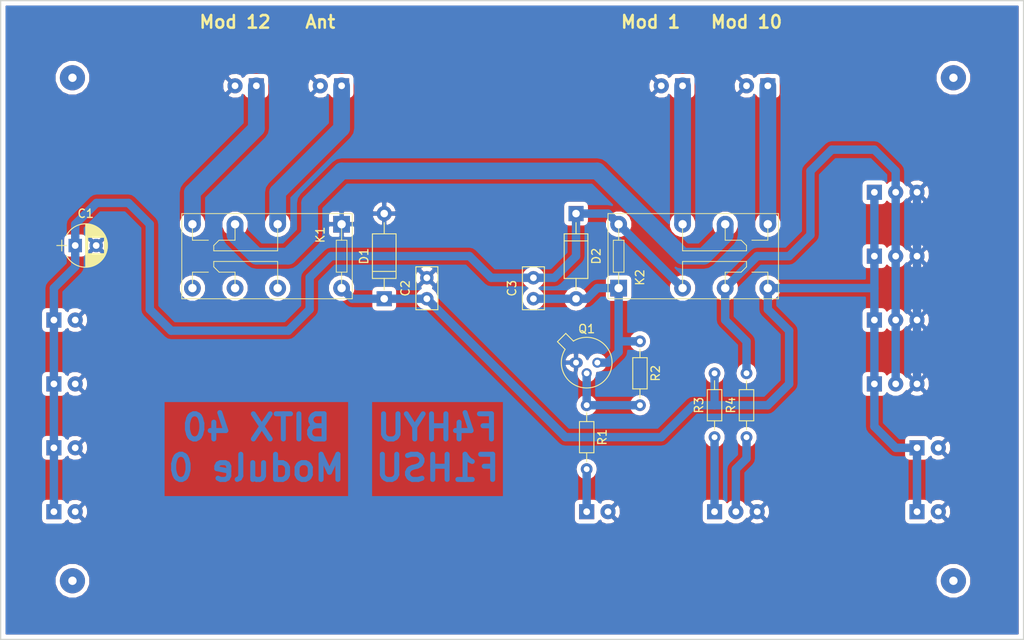
<source format=kicad_pcb>
(kicad_pcb (version 4) (host pcbnew 4.0.7)

  (general
    (links 57)
    (no_connects 0)
    (area 91.364999 50.724999 213.435001 127.075001)
    (thickness 1.6)
    (drawings 10)
    (tracks 99)
    (zones 0)
    (modules 32)
    (nets 15)
  )

  (page A4)
  (layers
    (0 F.Cu signal hide)
    (31 B.Cu signal)
    (32 B.Adhes user)
    (33 F.Adhes user)
    (34 B.Paste user)
    (35 F.Paste user)
    (36 B.SilkS user)
    (37 F.SilkS user)
    (38 B.Mask user)
    (39 F.Mask user)
    (40 Dwgs.User user)
    (41 Cmts.User user)
    (42 Eco1.User user)
    (43 Eco2.User user)
    (44 Edge.Cuts user)
    (45 Margin user)
    (46 B.CrtYd user)
    (47 F.CrtYd user)
    (48 B.Fab user)
    (49 F.Fab user)
  )

  (setup
    (last_trace_width 1)
    (user_trace_width 0.5)
    (user_trace_width 1)
    (user_trace_width 1.5)
    (user_trace_width 2)
    (trace_clearance 0.2)
    (zone_clearance 0.508)
    (zone_45_only no)
    (trace_min 0.2)
    (segment_width 0.2)
    (edge_width 0.15)
    (via_size 1)
    (via_drill 0.8)
    (via_min_size 0.4)
    (via_min_drill 0.3)
    (user_via 1.5 0.8)
    (user_via 1.5 0.8)
    (user_via 2 1)
    (user_via 2.5 1.5)
    (uvia_size 0.3)
    (uvia_drill 0.1)
    (uvias_allowed no)
    (uvia_min_size 0.2)
    (uvia_min_drill 0.1)
    (pcb_text_width 0.3)
    (pcb_text_size 1.5 1.5)
    (mod_edge_width 0.15)
    (mod_text_size 1 1)
    (mod_text_width 0.15)
    (pad_size 3 3)
    (pad_drill 1)
    (pad_to_mask_clearance 0.2)
    (aux_axis_origin 0 0)
    (visible_elements 7FFFFFFF)
    (pcbplotparams
      (layerselection 0x01000_80000001)
      (usegerberextensions false)
      (excludeedgelayer true)
      (linewidth 0.100000)
      (plotframeref false)
      (viasonmask false)
      (mode 1)
      (useauxorigin false)
      (hpglpennumber 1)
      (hpglpenspeed 20)
      (hpglpendiameter 15)
      (hpglpenoverlay 2)
      (psnegative false)
      (psa4output false)
      (plotreference true)
      (plotvalue true)
      (plotinvisibletext false)
      (padsonsilk false)
      (subtractmaskfromsilk false)
      (outputformat 1)
      (mirror false)
      (drillshape 0)
      (scaleselection 1)
      (outputdirectory C:/Users/PORTABLE/Documents/GitProjets/Fablab19-Alex-BITX40-Projet/Kicad/Circuits-Imprimés/Module_0-Commutation_PTT-BITX40/Gerber/))
  )

  (net 0 "")
  (net 1 12V)
  (net 2 GND)
  (net 3 TX)
  (net 4 PTT)
  (net 5 "Net-(J3-Pad1)")
  (net 6 RX)
  (net 7 "Net-(J7-Pad1)")
  (net 8 "Net-(J11-Pad1)")
  (net 9 "Net-(J12-Pad1)")
  (net 10 LedTX)
  (net 11 LedRX)
  (net 12 "Net-(Q1-Pad2)")
  (net 13 "Net-(C3-Pad1)")
  (net 14 "Net-(K1-Pad6)")

  (net_class Default "Ceci est la Netclass par défaut"
    (clearance 0.2)
    (trace_width 1)
    (via_dia 1)
    (via_drill 0.8)
    (uvia_dia 0.3)
    (uvia_drill 0.1)
    (add_net 12V)
    (add_net GND)
    (add_net LedRX)
    (add_net LedTX)
    (add_net "Net-(C3-Pad1)")
    (add_net "Net-(J11-Pad1)")
    (add_net "Net-(J12-Pad1)")
    (add_net "Net-(J3-Pad1)")
    (add_net "Net-(J7-Pad1)")
    (add_net "Net-(K1-Pad6)")
    (add_net "Net-(Q1-Pad2)")
    (add_net PTT)
  )

  (net_class TX/RX ""
    (clearance 0.2)
    (trace_width 0.5)
    (via_dia 1)
    (via_drill 0.8)
    (uvia_dia 0.3)
    (uvia_drill 0.1)
    (add_net RX)
    (add_net TX)
  )

  (module Resistors_THT:R_Axial_DIN0204_L3.6mm_D1.6mm_P7.62mm_Horizontal (layer F.Cu) (tedit 5A7F4DB1) (tstamp 5A7E2230)
    (at 180.34 102.87 90)
    (descr "Resistor, Axial_DIN0204 series, Axial, Horizontal, pin pitch=7.62mm, 0.16666666666666666W = 1/6W, length*diameter=3.6*1.6mm^2, http://cdn-reichelt.de/documents/datenblatt/B400/1_4W%23YAG.pdf")
    (tags "Resistor Axial_DIN0204 series Axial Horizontal pin pitch 7.62mm 0.16666666666666666W = 1/6W length 3.6mm diameter 1.6mm")
    (path /5A7EFF0C)
    (fp_text reference R4 (at 3.81 -1.86 90) (layer F.SilkS)
      (effects (font (size 1 1) (thickness 0.15)))
    )
    (fp_text value 330 (at 3.81 1.86 90) (layer F.Fab) hide
      (effects (font (size 1 1) (thickness 0.15)))
    )
    (fp_line (start 2.01 -0.8) (end 2.01 0.8) (layer F.Fab) (width 0.1))
    (fp_line (start 2.01 0.8) (end 5.61 0.8) (layer F.Fab) (width 0.1))
    (fp_line (start 5.61 0.8) (end 5.61 -0.8) (layer F.Fab) (width 0.1))
    (fp_line (start 5.61 -0.8) (end 2.01 -0.8) (layer F.Fab) (width 0.1))
    (fp_line (start 0 0) (end 2.01 0) (layer F.Fab) (width 0.1))
    (fp_line (start 7.62 0) (end 5.61 0) (layer F.Fab) (width 0.1))
    (fp_line (start 1.95 -0.86) (end 1.95 0.86) (layer F.SilkS) (width 0.12))
    (fp_line (start 1.95 0.86) (end 5.67 0.86) (layer F.SilkS) (width 0.12))
    (fp_line (start 5.67 0.86) (end 5.67 -0.86) (layer F.SilkS) (width 0.12))
    (fp_line (start 5.67 -0.86) (end 1.95 -0.86) (layer F.SilkS) (width 0.12))
    (fp_line (start 0.88 0) (end 1.95 0) (layer F.SilkS) (width 0.12))
    (fp_line (start 6.74 0) (end 5.67 0) (layer F.SilkS) (width 0.12))
    (fp_line (start -0.95 -1.15) (end -0.95 1.15) (layer F.CrtYd) (width 0.05))
    (fp_line (start -0.95 1.15) (end 8.6 1.15) (layer F.CrtYd) (width 0.05))
    (fp_line (start 8.6 1.15) (end 8.6 -1.15) (layer F.CrtYd) (width 0.05))
    (fp_line (start 8.6 -1.15) (end -0.95 -1.15) (layer F.CrtYd) (width 0.05))
    (pad 1 thru_hole circle (at 0 0 90) (size 1.4 1.4) (drill 0.7) (layers *.Cu *.Mask)
      (net 11 LedRX))
    (pad 2 thru_hole oval (at 7.62 0 90) (size 1.4 1.4) (drill 0.7) (layers *.Cu *.Mask)
      (net 6 RX))
    (model ${KISYS3DMOD}/Resistors_THT.3dshapes/R_Axial_DIN0204_L3.6mm_D1.6mm_P7.62mm_Horizontal.wrl
      (at (xyz 0 0 0))
      (scale (xyz 0.393701 0.393701 0.393701))
      (rotate (xyz 0 0 0))
    )
  )

  (module Capacitors_THT:CP_Radial_D5.0mm_P2.50mm (layer F.Cu) (tedit 5A7F4BA2) (tstamp 5A7E217C)
    (at 100.33 80.01)
    (descr "CP, Radial series, Radial, pin pitch=2.50mm, , diameter=5mm, Electrolytic Capacitor")
    (tags "CP Radial series Radial pin pitch 2.50mm  diameter 5mm Electrolytic Capacitor")
    (path /5A7E2F84)
    (fp_text reference C1 (at 1.25 -3.81) (layer F.SilkS)
      (effects (font (size 1 1) (thickness 0.15)))
    )
    (fp_text value 100µF/63V (at -2.54 0 90) (layer F.Fab)
      (effects (font (size 1 1) (thickness 0.15)))
    )
    (fp_arc (start 1.25 0) (end -1.05558 -1.18) (angle 125.8) (layer F.SilkS) (width 0.12))
    (fp_arc (start 1.25 0) (end -1.05558 1.18) (angle -125.8) (layer F.SilkS) (width 0.12))
    (fp_arc (start 1.25 0) (end 3.55558 -1.18) (angle 54.2) (layer F.SilkS) (width 0.12))
    (fp_circle (center 1.25 0) (end 3.75 0) (layer F.Fab) (width 0.1))
    (fp_line (start -2.2 0) (end -1 0) (layer F.Fab) (width 0.1))
    (fp_line (start -1.6 -0.65) (end -1.6 0.65) (layer F.Fab) (width 0.1))
    (fp_line (start 1.25 -2.55) (end 1.25 2.55) (layer F.SilkS) (width 0.12))
    (fp_line (start 1.29 -2.55) (end 1.29 2.55) (layer F.SilkS) (width 0.12))
    (fp_line (start 1.33 -2.549) (end 1.33 2.549) (layer F.SilkS) (width 0.12))
    (fp_line (start 1.37 -2.548) (end 1.37 2.548) (layer F.SilkS) (width 0.12))
    (fp_line (start 1.41 -2.546) (end 1.41 2.546) (layer F.SilkS) (width 0.12))
    (fp_line (start 1.45 -2.543) (end 1.45 2.543) (layer F.SilkS) (width 0.12))
    (fp_line (start 1.49 -2.539) (end 1.49 2.539) (layer F.SilkS) (width 0.12))
    (fp_line (start 1.53 -2.535) (end 1.53 -0.98) (layer F.SilkS) (width 0.12))
    (fp_line (start 1.53 0.98) (end 1.53 2.535) (layer F.SilkS) (width 0.12))
    (fp_line (start 1.57 -2.531) (end 1.57 -0.98) (layer F.SilkS) (width 0.12))
    (fp_line (start 1.57 0.98) (end 1.57 2.531) (layer F.SilkS) (width 0.12))
    (fp_line (start 1.61 -2.525) (end 1.61 -0.98) (layer F.SilkS) (width 0.12))
    (fp_line (start 1.61 0.98) (end 1.61 2.525) (layer F.SilkS) (width 0.12))
    (fp_line (start 1.65 -2.519) (end 1.65 -0.98) (layer F.SilkS) (width 0.12))
    (fp_line (start 1.65 0.98) (end 1.65 2.519) (layer F.SilkS) (width 0.12))
    (fp_line (start 1.69 -2.513) (end 1.69 -0.98) (layer F.SilkS) (width 0.12))
    (fp_line (start 1.69 0.98) (end 1.69 2.513) (layer F.SilkS) (width 0.12))
    (fp_line (start 1.73 -2.506) (end 1.73 -0.98) (layer F.SilkS) (width 0.12))
    (fp_line (start 1.73 0.98) (end 1.73 2.506) (layer F.SilkS) (width 0.12))
    (fp_line (start 1.77 -2.498) (end 1.77 -0.98) (layer F.SilkS) (width 0.12))
    (fp_line (start 1.77 0.98) (end 1.77 2.498) (layer F.SilkS) (width 0.12))
    (fp_line (start 1.81 -2.489) (end 1.81 -0.98) (layer F.SilkS) (width 0.12))
    (fp_line (start 1.81 0.98) (end 1.81 2.489) (layer F.SilkS) (width 0.12))
    (fp_line (start 1.85 -2.48) (end 1.85 -0.98) (layer F.SilkS) (width 0.12))
    (fp_line (start 1.85 0.98) (end 1.85 2.48) (layer F.SilkS) (width 0.12))
    (fp_line (start 1.89 -2.47) (end 1.89 -0.98) (layer F.SilkS) (width 0.12))
    (fp_line (start 1.89 0.98) (end 1.89 2.47) (layer F.SilkS) (width 0.12))
    (fp_line (start 1.93 -2.46) (end 1.93 -0.98) (layer F.SilkS) (width 0.12))
    (fp_line (start 1.93 0.98) (end 1.93 2.46) (layer F.SilkS) (width 0.12))
    (fp_line (start 1.971 -2.448) (end 1.971 -0.98) (layer F.SilkS) (width 0.12))
    (fp_line (start 1.971 0.98) (end 1.971 2.448) (layer F.SilkS) (width 0.12))
    (fp_line (start 2.011 -2.436) (end 2.011 -0.98) (layer F.SilkS) (width 0.12))
    (fp_line (start 2.011 0.98) (end 2.011 2.436) (layer F.SilkS) (width 0.12))
    (fp_line (start 2.051 -2.424) (end 2.051 -0.98) (layer F.SilkS) (width 0.12))
    (fp_line (start 2.051 0.98) (end 2.051 2.424) (layer F.SilkS) (width 0.12))
    (fp_line (start 2.091 -2.41) (end 2.091 -0.98) (layer F.SilkS) (width 0.12))
    (fp_line (start 2.091 0.98) (end 2.091 2.41) (layer F.SilkS) (width 0.12))
    (fp_line (start 2.131 -2.396) (end 2.131 -0.98) (layer F.SilkS) (width 0.12))
    (fp_line (start 2.131 0.98) (end 2.131 2.396) (layer F.SilkS) (width 0.12))
    (fp_line (start 2.171 -2.382) (end 2.171 -0.98) (layer F.SilkS) (width 0.12))
    (fp_line (start 2.171 0.98) (end 2.171 2.382) (layer F.SilkS) (width 0.12))
    (fp_line (start 2.211 -2.366) (end 2.211 -0.98) (layer F.SilkS) (width 0.12))
    (fp_line (start 2.211 0.98) (end 2.211 2.366) (layer F.SilkS) (width 0.12))
    (fp_line (start 2.251 -2.35) (end 2.251 -0.98) (layer F.SilkS) (width 0.12))
    (fp_line (start 2.251 0.98) (end 2.251 2.35) (layer F.SilkS) (width 0.12))
    (fp_line (start 2.291 -2.333) (end 2.291 -0.98) (layer F.SilkS) (width 0.12))
    (fp_line (start 2.291 0.98) (end 2.291 2.333) (layer F.SilkS) (width 0.12))
    (fp_line (start 2.331 -2.315) (end 2.331 -0.98) (layer F.SilkS) (width 0.12))
    (fp_line (start 2.331 0.98) (end 2.331 2.315) (layer F.SilkS) (width 0.12))
    (fp_line (start 2.371 -2.296) (end 2.371 -0.98) (layer F.SilkS) (width 0.12))
    (fp_line (start 2.371 0.98) (end 2.371 2.296) (layer F.SilkS) (width 0.12))
    (fp_line (start 2.411 -2.276) (end 2.411 -0.98) (layer F.SilkS) (width 0.12))
    (fp_line (start 2.411 0.98) (end 2.411 2.276) (layer F.SilkS) (width 0.12))
    (fp_line (start 2.451 -2.256) (end 2.451 -0.98) (layer F.SilkS) (width 0.12))
    (fp_line (start 2.451 0.98) (end 2.451 2.256) (layer F.SilkS) (width 0.12))
    (fp_line (start 2.491 -2.234) (end 2.491 -0.98) (layer F.SilkS) (width 0.12))
    (fp_line (start 2.491 0.98) (end 2.491 2.234) (layer F.SilkS) (width 0.12))
    (fp_line (start 2.531 -2.212) (end 2.531 -0.98) (layer F.SilkS) (width 0.12))
    (fp_line (start 2.531 0.98) (end 2.531 2.212) (layer F.SilkS) (width 0.12))
    (fp_line (start 2.571 -2.189) (end 2.571 -0.98) (layer F.SilkS) (width 0.12))
    (fp_line (start 2.571 0.98) (end 2.571 2.189) (layer F.SilkS) (width 0.12))
    (fp_line (start 2.611 -2.165) (end 2.611 -0.98) (layer F.SilkS) (width 0.12))
    (fp_line (start 2.611 0.98) (end 2.611 2.165) (layer F.SilkS) (width 0.12))
    (fp_line (start 2.651 -2.14) (end 2.651 -0.98) (layer F.SilkS) (width 0.12))
    (fp_line (start 2.651 0.98) (end 2.651 2.14) (layer F.SilkS) (width 0.12))
    (fp_line (start 2.691 -2.113) (end 2.691 -0.98) (layer F.SilkS) (width 0.12))
    (fp_line (start 2.691 0.98) (end 2.691 2.113) (layer F.SilkS) (width 0.12))
    (fp_line (start 2.731 -2.086) (end 2.731 -0.98) (layer F.SilkS) (width 0.12))
    (fp_line (start 2.731 0.98) (end 2.731 2.086) (layer F.SilkS) (width 0.12))
    (fp_line (start 2.771 -2.058) (end 2.771 -0.98) (layer F.SilkS) (width 0.12))
    (fp_line (start 2.771 0.98) (end 2.771 2.058) (layer F.SilkS) (width 0.12))
    (fp_line (start 2.811 -2.028) (end 2.811 -0.98) (layer F.SilkS) (width 0.12))
    (fp_line (start 2.811 0.98) (end 2.811 2.028) (layer F.SilkS) (width 0.12))
    (fp_line (start 2.851 -1.997) (end 2.851 -0.98) (layer F.SilkS) (width 0.12))
    (fp_line (start 2.851 0.98) (end 2.851 1.997) (layer F.SilkS) (width 0.12))
    (fp_line (start 2.891 -1.965) (end 2.891 -0.98) (layer F.SilkS) (width 0.12))
    (fp_line (start 2.891 0.98) (end 2.891 1.965) (layer F.SilkS) (width 0.12))
    (fp_line (start 2.931 -1.932) (end 2.931 -0.98) (layer F.SilkS) (width 0.12))
    (fp_line (start 2.931 0.98) (end 2.931 1.932) (layer F.SilkS) (width 0.12))
    (fp_line (start 2.971 -1.897) (end 2.971 -0.98) (layer F.SilkS) (width 0.12))
    (fp_line (start 2.971 0.98) (end 2.971 1.897) (layer F.SilkS) (width 0.12))
    (fp_line (start 3.011 -1.861) (end 3.011 -0.98) (layer F.SilkS) (width 0.12))
    (fp_line (start 3.011 0.98) (end 3.011 1.861) (layer F.SilkS) (width 0.12))
    (fp_line (start 3.051 -1.823) (end 3.051 -0.98) (layer F.SilkS) (width 0.12))
    (fp_line (start 3.051 0.98) (end 3.051 1.823) (layer F.SilkS) (width 0.12))
    (fp_line (start 3.091 -1.783) (end 3.091 -0.98) (layer F.SilkS) (width 0.12))
    (fp_line (start 3.091 0.98) (end 3.091 1.783) (layer F.SilkS) (width 0.12))
    (fp_line (start 3.131 -1.742) (end 3.131 -0.98) (layer F.SilkS) (width 0.12))
    (fp_line (start 3.131 0.98) (end 3.131 1.742) (layer F.SilkS) (width 0.12))
    (fp_line (start 3.171 -1.699) (end 3.171 -0.98) (layer F.SilkS) (width 0.12))
    (fp_line (start 3.171 0.98) (end 3.171 1.699) (layer F.SilkS) (width 0.12))
    (fp_line (start 3.211 -1.654) (end 3.211 -0.98) (layer F.SilkS) (width 0.12))
    (fp_line (start 3.211 0.98) (end 3.211 1.654) (layer F.SilkS) (width 0.12))
    (fp_line (start 3.251 -1.606) (end 3.251 -0.98) (layer F.SilkS) (width 0.12))
    (fp_line (start 3.251 0.98) (end 3.251 1.606) (layer F.SilkS) (width 0.12))
    (fp_line (start 3.291 -1.556) (end 3.291 -0.98) (layer F.SilkS) (width 0.12))
    (fp_line (start 3.291 0.98) (end 3.291 1.556) (layer F.SilkS) (width 0.12))
    (fp_line (start 3.331 -1.504) (end 3.331 -0.98) (layer F.SilkS) (width 0.12))
    (fp_line (start 3.331 0.98) (end 3.331 1.504) (layer F.SilkS) (width 0.12))
    (fp_line (start 3.371 -1.448) (end 3.371 -0.98) (layer F.SilkS) (width 0.12))
    (fp_line (start 3.371 0.98) (end 3.371 1.448) (layer F.SilkS) (width 0.12))
    (fp_line (start 3.411 -1.39) (end 3.411 -0.98) (layer F.SilkS) (width 0.12))
    (fp_line (start 3.411 0.98) (end 3.411 1.39) (layer F.SilkS) (width 0.12))
    (fp_line (start 3.451 -1.327) (end 3.451 -0.98) (layer F.SilkS) (width 0.12))
    (fp_line (start 3.451 0.98) (end 3.451 1.327) (layer F.SilkS) (width 0.12))
    (fp_line (start 3.491 -1.261) (end 3.491 1.261) (layer F.SilkS) (width 0.12))
    (fp_line (start 3.531 -1.189) (end 3.531 1.189) (layer F.SilkS) (width 0.12))
    (fp_line (start 3.571 -1.112) (end 3.571 1.112) (layer F.SilkS) (width 0.12))
    (fp_line (start 3.611 -1.028) (end 3.611 1.028) (layer F.SilkS) (width 0.12))
    (fp_line (start 3.651 -0.934) (end 3.651 0.934) (layer F.SilkS) (width 0.12))
    (fp_line (start 3.691 -0.829) (end 3.691 0.829) (layer F.SilkS) (width 0.12))
    (fp_line (start 3.731 -0.707) (end 3.731 0.707) (layer F.SilkS) (width 0.12))
    (fp_line (start 3.771 -0.559) (end 3.771 0.559) (layer F.SilkS) (width 0.12))
    (fp_line (start 3.811 -0.354) (end 3.811 0.354) (layer F.SilkS) (width 0.12))
    (fp_line (start -2.2 0) (end -1 0) (layer F.SilkS) (width 0.12))
    (fp_line (start -1.6 -0.65) (end -1.6 0.65) (layer F.SilkS) (width 0.12))
    (fp_line (start -1.6 -2.85) (end -1.6 2.85) (layer F.CrtYd) (width 0.05))
    (fp_line (start -1.6 2.85) (end 4.1 2.85) (layer F.CrtYd) (width 0.05))
    (fp_line (start 4.1 2.85) (end 4.1 -2.85) (layer F.CrtYd) (width 0.05))
    (fp_line (start 4.1 -2.85) (end -1.6 -2.85) (layer F.CrtYd) (width 0.05))
    (fp_text user %R (at 1.25 0) (layer F.Fab)
      (effects (font (size 1 1) (thickness 0.15)))
    )
    (pad 1 thru_hole rect (at 0 0) (size 1.6 1.6) (drill 0.8) (layers *.Cu *.Mask)
      (net 1 12V))
    (pad 2 thru_hole circle (at 2.5 0) (size 1.6 1.6) (drill 0.8) (layers *.Cu *.Mask)
      (net 2 GND))
    (model ${KISYS3DMOD}/Capacitors_THT.3dshapes/CP_Radial_D5.0mm_P2.50mm.wrl
      (at (xyz 0 0 0))
      (scale (xyz 1 1 1))
      (rotate (xyz 0 0 0))
    )
  )

  (module Capacitors_THT:C_Disc_D5.0mm_W2.5mm_P2.50mm (layer F.Cu) (tedit 5A7F4C09) (tstamp 5A7E2182)
    (at 142.24 86.36 90)
    (descr "C, Disc series, Radial, pin pitch=2.50mm, , diameter*width=5*2.5mm^2, Capacitor, http://cdn-reichelt.de/documents/datenblatt/B300/DS_KERKO_TC.pdf")
    (tags "C Disc series Radial pin pitch 2.50mm  diameter 5mm width 2.5mm Capacitor")
    (path /5A7E259D)
    (fp_text reference C2 (at 1.25 -2.56 90) (layer F.SilkS)
      (effects (font (size 1 1) (thickness 0.15)))
    )
    (fp_text value 100nF (at 1.25 2.56 90) (layer F.Fab) hide
      (effects (font (size 1 1) (thickness 0.15)))
    )
    (fp_line (start -1.25 -1.25) (end -1.25 1.25) (layer F.Fab) (width 0.1))
    (fp_line (start -1.25 1.25) (end 3.75 1.25) (layer F.Fab) (width 0.1))
    (fp_line (start 3.75 1.25) (end 3.75 -1.25) (layer F.Fab) (width 0.1))
    (fp_line (start 3.75 -1.25) (end -1.25 -1.25) (layer F.Fab) (width 0.1))
    (fp_line (start -1.31 -1.31) (end 3.81 -1.31) (layer F.SilkS) (width 0.12))
    (fp_line (start -1.31 1.31) (end 3.81 1.31) (layer F.SilkS) (width 0.12))
    (fp_line (start -1.31 -1.31) (end -1.31 1.31) (layer F.SilkS) (width 0.12))
    (fp_line (start 3.81 -1.31) (end 3.81 1.31) (layer F.SilkS) (width 0.12))
    (fp_line (start -1.6 -1.6) (end -1.6 1.6) (layer F.CrtYd) (width 0.05))
    (fp_line (start -1.6 1.6) (end 4.1 1.6) (layer F.CrtYd) (width 0.05))
    (fp_line (start 4.1 1.6) (end 4.1 -1.6) (layer F.CrtYd) (width 0.05))
    (fp_line (start 4.1 -1.6) (end -1.6 -1.6) (layer F.CrtYd) (width 0.05))
    (fp_text user %R (at 1.25 0 90) (layer F.Fab)
      (effects (font (size 1 1) (thickness 0.15)))
    )
    (pad 1 thru_hole circle (at 0 0 90) (size 1.6 1.6) (drill 0.8) (layers *.Cu *.Mask)
      (net 3 TX))
    (pad 2 thru_hole circle (at 2.5 0 90) (size 1.6 1.6) (drill 0.8) (layers *.Cu *.Mask)
      (net 2 GND))
    (model ${KISYS3DMOD}/Capacitors_THT.3dshapes/C_Disc_D5.0mm_W2.5mm_P2.50mm.wrl
      (at (xyz 0 0 0))
      (scale (xyz 1 1 1))
      (rotate (xyz 0 0 0))
    )
  )

  (module Capacitors_THT:C_Disc_D5.0mm_W2.5mm_P2.50mm (layer F.Cu) (tedit 5A7F4C0F) (tstamp 5A7E2188)
    (at 154.94 86.36 90)
    (descr "C, Disc series, Radial, pin pitch=2.50mm, , diameter*width=5*2.5mm^2, Capacitor, http://cdn-reichelt.de/documents/datenblatt/B300/DS_KERKO_TC.pdf")
    (tags "C Disc series Radial pin pitch 2.50mm  diameter 5mm width 2.5mm Capacitor")
    (path /5A7E2478)
    (fp_text reference C3 (at 1.25 -2.56 90) (layer F.SilkS)
      (effects (font (size 1 1) (thickness 0.15)))
    )
    (fp_text value 100nF (at 1.25 2.56 90) (layer F.Fab) hide
      (effects (font (size 1 1) (thickness 0.15)))
    )
    (fp_line (start -1.25 -1.25) (end -1.25 1.25) (layer F.Fab) (width 0.1))
    (fp_line (start -1.25 1.25) (end 3.75 1.25) (layer F.Fab) (width 0.1))
    (fp_line (start 3.75 1.25) (end 3.75 -1.25) (layer F.Fab) (width 0.1))
    (fp_line (start 3.75 -1.25) (end -1.25 -1.25) (layer F.Fab) (width 0.1))
    (fp_line (start -1.31 -1.31) (end 3.81 -1.31) (layer F.SilkS) (width 0.12))
    (fp_line (start -1.31 1.31) (end 3.81 1.31) (layer F.SilkS) (width 0.12))
    (fp_line (start -1.31 -1.31) (end -1.31 1.31) (layer F.SilkS) (width 0.12))
    (fp_line (start 3.81 -1.31) (end 3.81 1.31) (layer F.SilkS) (width 0.12))
    (fp_line (start -1.6 -1.6) (end -1.6 1.6) (layer F.CrtYd) (width 0.05))
    (fp_line (start -1.6 1.6) (end 4.1 1.6) (layer F.CrtYd) (width 0.05))
    (fp_line (start 4.1 1.6) (end 4.1 -1.6) (layer F.CrtYd) (width 0.05))
    (fp_line (start 4.1 -1.6) (end -1.6 -1.6) (layer F.CrtYd) (width 0.05))
    (fp_text user %R (at 1.25 0 90) (layer F.Fab)
      (effects (font (size 1 1) (thickness 0.15)))
    )
    (pad 1 thru_hole circle (at 0 0 90) (size 1.6 1.6) (drill 0.8) (layers *.Cu *.Mask)
      (net 13 "Net-(C3-Pad1)"))
    (pad 2 thru_hole circle (at 2.5 0 90) (size 1.6 1.6) (drill 0.8) (layers *.Cu *.Mask)
      (net 1 12V))
    (model ${KISYS3DMOD}/Capacitors_THT.3dshapes/C_Disc_D5.0mm_W2.5mm_P2.50mm.wrl
      (at (xyz 0 0 0))
      (scale (xyz 1 1 1))
      (rotate (xyz 0 0 0))
    )
  )

  (module Diodes_THT:D_A-405_P10.16mm_Horizontal (layer F.Cu) (tedit 5A7F4C02) (tstamp 5A7E218E)
    (at 137.16 86.36 90)
    (descr "D, A-405 series, Axial, Horizontal, pin pitch=10.16mm, , length*diameter=5.2*2.7mm^2, , http://www.diodes.com/_files/packages/A-405.pdf")
    (tags "D A-405 series Axial Horizontal pin pitch 10.16mm  length 5.2mm diameter 2.7mm")
    (path /5A7E2159)
    (fp_text reference D1 (at 5.08 -2.41 90) (layer F.SilkS)
      (effects (font (size 1 1) (thickness 0.15)))
    )
    (fp_text value 1N4007 (at 5.08 2.41 90) (layer F.Fab) hide
      (effects (font (size 1 1) (thickness 0.15)))
    )
    (fp_text user %R (at 5.08 0 90) (layer F.Fab)
      (effects (font (size 1 1) (thickness 0.15)))
    )
    (fp_line (start 2.48 -1.35) (end 2.48 1.35) (layer F.Fab) (width 0.1))
    (fp_line (start 2.48 1.35) (end 7.68 1.35) (layer F.Fab) (width 0.1))
    (fp_line (start 7.68 1.35) (end 7.68 -1.35) (layer F.Fab) (width 0.1))
    (fp_line (start 7.68 -1.35) (end 2.48 -1.35) (layer F.Fab) (width 0.1))
    (fp_line (start 0 0) (end 2.48 0) (layer F.Fab) (width 0.1))
    (fp_line (start 10.16 0) (end 7.68 0) (layer F.Fab) (width 0.1))
    (fp_line (start 3.26 -1.35) (end 3.26 1.35) (layer F.Fab) (width 0.1))
    (fp_line (start 2.42 -1.41) (end 2.42 1.41) (layer F.SilkS) (width 0.12))
    (fp_line (start 2.42 1.41) (end 7.74 1.41) (layer F.SilkS) (width 0.12))
    (fp_line (start 7.74 1.41) (end 7.74 -1.41) (layer F.SilkS) (width 0.12))
    (fp_line (start 7.74 -1.41) (end 2.42 -1.41) (layer F.SilkS) (width 0.12))
    (fp_line (start 1.08 0) (end 2.42 0) (layer F.SilkS) (width 0.12))
    (fp_line (start 9.08 0) (end 7.74 0) (layer F.SilkS) (width 0.12))
    (fp_line (start 3.26 -1.41) (end 3.26 1.41) (layer F.SilkS) (width 0.12))
    (fp_line (start -1.15 -1.7) (end -1.15 1.7) (layer F.CrtYd) (width 0.05))
    (fp_line (start -1.15 1.7) (end 11.35 1.7) (layer F.CrtYd) (width 0.05))
    (fp_line (start 11.35 1.7) (end 11.35 -1.7) (layer F.CrtYd) (width 0.05))
    (fp_line (start 11.35 -1.7) (end -1.15 -1.7) (layer F.CrtYd) (width 0.05))
    (pad 1 thru_hole rect (at 0 0 90) (size 1.8 1.8) (drill 0.9) (layers *.Cu *.Mask)
      (net 3 TX))
    (pad 2 thru_hole oval (at 10.16 0 90) (size 1.8 1.8) (drill 0.9) (layers *.Cu *.Mask)
      (net 2 GND))
    (model ${KISYS3DMOD}/Diodes_THT.3dshapes/D_A-405_P10.16mm_Horizontal.wrl
      (at (xyz 0 0 0))
      (scale (xyz 0.393701 0.393701 0.393701))
      (rotate (xyz 0 0 0))
    )
  )

  (module Diodes_THT:D_A-405_P10.16mm_Horizontal (layer F.Cu) (tedit 5A7F4C14) (tstamp 5A7E2194)
    (at 160.02 76.2 270)
    (descr "D, A-405 series, Axial, Horizontal, pin pitch=10.16mm, , length*diameter=5.2*2.7mm^2, , http://www.diodes.com/_files/packages/A-405.pdf")
    (tags "D A-405 series Axial Horizontal pin pitch 10.16mm  length 5.2mm diameter 2.7mm")
    (path /5A7E1EFD)
    (fp_text reference D2 (at 5.08 -2.41 270) (layer F.SilkS)
      (effects (font (size 1 1) (thickness 0.15)))
    )
    (fp_text value 1N4007 (at 5.08 2.41 270) (layer F.Fab) hide
      (effects (font (size 1 1) (thickness 0.15)))
    )
    (fp_text user %R (at 5.08 0 270) (layer F.Fab)
      (effects (font (size 1 1) (thickness 0.15)))
    )
    (fp_line (start 2.48 -1.35) (end 2.48 1.35) (layer F.Fab) (width 0.1))
    (fp_line (start 2.48 1.35) (end 7.68 1.35) (layer F.Fab) (width 0.1))
    (fp_line (start 7.68 1.35) (end 7.68 -1.35) (layer F.Fab) (width 0.1))
    (fp_line (start 7.68 -1.35) (end 2.48 -1.35) (layer F.Fab) (width 0.1))
    (fp_line (start 0 0) (end 2.48 0) (layer F.Fab) (width 0.1))
    (fp_line (start 10.16 0) (end 7.68 0) (layer F.Fab) (width 0.1))
    (fp_line (start 3.26 -1.35) (end 3.26 1.35) (layer F.Fab) (width 0.1))
    (fp_line (start 2.42 -1.41) (end 2.42 1.41) (layer F.SilkS) (width 0.12))
    (fp_line (start 2.42 1.41) (end 7.74 1.41) (layer F.SilkS) (width 0.12))
    (fp_line (start 7.74 1.41) (end 7.74 -1.41) (layer F.SilkS) (width 0.12))
    (fp_line (start 7.74 -1.41) (end 2.42 -1.41) (layer F.SilkS) (width 0.12))
    (fp_line (start 1.08 0) (end 2.42 0) (layer F.SilkS) (width 0.12))
    (fp_line (start 9.08 0) (end 7.74 0) (layer F.SilkS) (width 0.12))
    (fp_line (start 3.26 -1.41) (end 3.26 1.41) (layer F.SilkS) (width 0.12))
    (fp_line (start -1.15 -1.7) (end -1.15 1.7) (layer F.CrtYd) (width 0.05))
    (fp_line (start -1.15 1.7) (end 11.35 1.7) (layer F.CrtYd) (width 0.05))
    (fp_line (start 11.35 1.7) (end 11.35 -1.7) (layer F.CrtYd) (width 0.05))
    (fp_line (start 11.35 -1.7) (end -1.15 -1.7) (layer F.CrtYd) (width 0.05))
    (pad 1 thru_hole rect (at 0 0 270) (size 1.8 1.8) (drill 0.9) (layers *.Cu *.Mask)
      (net 1 12V))
    (pad 2 thru_hole oval (at 10.16 0 270) (size 1.8 1.8) (drill 0.9) (layers *.Cu *.Mask)
      (net 13 "Net-(C3-Pad1)"))
    (model ${KISYS3DMOD}/Diodes_THT.3dshapes/D_A-405_P10.16mm_Horizontal.wrl
      (at (xyz 0 0 0))
      (scale (xyz 0.393701 0.393701 0.393701))
      (rotate (xyz 0 0 0))
    )
  )

  (module Relais-Modules:Relais-2_NO_NC (layer F.Cu) (tedit 5A7B54D8) (tstamp 5A7E2205)
    (at 124.46 81.28 180)
    (path /5A7E08DC)
    (fp_text reference K1 (at -5.08 2.54 270) (layer F.SilkS)
      (effects (font (size 1 1) (thickness 0.15)))
    )
    (fp_text value D2n (at 3.81 -0.635 360) (layer F.Fab)
      (effects (font (size 1 1) (thickness 0.15)))
    )
    (fp_line (start 8.255 -1.905) (end 10.16 -1.905) (layer F.SilkS) (width 0.1))
    (fp_line (start 10.16 -1.905) (end 10.16 -3.81) (layer F.SilkS) (width 0.1))
    (fp_line (start 7.62 -1.27) (end 6.985 -1.905) (layer F.SilkS) (width 0.1))
    (fp_line (start 6.985 -1.905) (end 5.08 -1.905) (layer F.SilkS) (width 0.1))
    (fp_line (start 5.08 -1.905) (end 5.08 -3.81) (layer F.SilkS) (width 0.1))
    (fp_line (start 0 -3.81) (end 0 -0.635) (layer F.SilkS) (width 0.1))
    (fp_line (start 0 -0.635) (end 7.62 -0.635) (layer F.SilkS) (width 0.1))
    (fp_line (start 7.62 -0.635) (end 7.62 -1.27) (layer F.SilkS) (width 0.1))
    (fp_line (start 6.985 1.905) (end 7.62 1.27) (layer F.SilkS) (width 0.1))
    (fp_line (start 7.62 1.27) (end 7.62 0.635) (layer F.SilkS) (width 0.1))
    (fp_line (start 7.62 0.635) (end 0 0.635) (layer F.SilkS) (width 0.1))
    (fp_line (start 0 0.635) (end 0 3.81) (layer F.SilkS) (width 0.1))
    (fp_line (start 10.16 3.81) (end 10.16 1.905) (layer F.SilkS) (width 0.1))
    (fp_line (start 10.16 1.905) (end 8.255 1.905) (layer F.SilkS) (width 0.1))
    (fp_line (start 5.08 3.81) (end 5.08 1.905) (layer F.SilkS) (width 0.1))
    (fp_line (start 5.08 1.905) (end 6.985 1.905) (layer F.SilkS) (width 0.1))
    (fp_line (start -7.62 1.905) (end -7.62 3.81) (layer F.SilkS) (width 0.1))
    (fp_line (start -8.255 -1.905) (end -6.985 -1.905) (layer F.SilkS) (width 0.1))
    (fp_line (start -6.985 -1.905) (end -6.985 1.905) (layer F.SilkS) (width 0.1))
    (fp_line (start -6.985 1.905) (end -8.255 1.905) (layer F.SilkS) (width 0.1))
    (fp_line (start -8.255 1.905) (end -8.255 -1.905) (layer F.SilkS) (width 0.1))
    (fp_line (start -7.62 -3.81) (end -7.62 -1.905) (layer F.SilkS) (width 0.1))
    (fp_line (start -8.89 -5.08) (end 11.43 -5.08) (layer F.SilkS) (width 0.1))
    (fp_line (start 11.43 -5.08) (end 11.43 5.08) (layer F.SilkS) (width 0.1))
    (fp_line (start 11.43 5.08) (end -8.89 5.08) (layer F.SilkS) (width 0.1))
    (fp_line (start -8.89 5.08) (end -8.89 -5.08) (layer F.SilkS) (width 0.1))
    (pad 1 thru_hole rect (at -7.62 3.81 180) (size 2 2) (drill 1) (layers *.Cu *.Mask)
      (net 2 GND))
    (pad 16 thru_hole circle (at -7.62 -3.81 180) (size 2 2) (drill 1) (layers *.Cu *.Mask)
      (net 3 TX))
    (pad 4 thru_hole circle (at 0 3.81 180) (size 2 2) (drill 1) (layers *.Cu *.Mask)
      (net 5 "Net-(J3-Pad1)"))
    (pad 13 thru_hole circle (at 0 -3.81 180) (size 2 2) (drill 1) (layers *.Cu *.Mask))
    (pad 6 thru_hole circle (at 5.08 3.81 180) (size 2 2) (drill 1) (layers *.Cu *.Mask)
      (net 14 "Net-(K1-Pad6)"))
    (pad 11 thru_hole circle (at 5.08 -3.81 180) (size 2 2) (drill 1) (layers *.Cu *.Mask))
    (pad 9 thru_hole circle (at 10.16 -3.81 180) (size 2 2) (drill 1) (layers *.Cu *.Mask))
    (pad 8 thru_hole circle (at 10.16 3.81 180) (size 2 2) (drill 1) (layers *.Cu *.Mask)
      (net 7 "Net-(J7-Pad1)"))
    (model C:/Users/PORTABLE/Documents/GitProjets/Fablab19-Alex-BITX40-Projet/Kicad/package3d/Relais-Modules.3dshapes/Relais-D2n.wrl
      (at (xyz -0.3 0 0))
      (scale (xyz 0.4 0.4 0.4))
      (rotate (xyz 0 0 270))
    )
  )

  (module Relais-Modules:Relais-2_NO_NC (layer F.Cu) (tedit 5A7B54D8) (tstamp 5A7E2211)
    (at 172.72 81.28)
    (path /5A7E0982)
    (fp_text reference K2 (at -5.08 2.54 90) (layer F.SilkS)
      (effects (font (size 1 1) (thickness 0.15)))
    )
    (fp_text value D2n (at 3.81 -0.635 180) (layer F.Fab)
      (effects (font (size 1 1) (thickness 0.15)))
    )
    (fp_line (start 8.255 -1.905) (end 10.16 -1.905) (layer F.SilkS) (width 0.1))
    (fp_line (start 10.16 -1.905) (end 10.16 -3.81) (layer F.SilkS) (width 0.1))
    (fp_line (start 7.62 -1.27) (end 6.985 -1.905) (layer F.SilkS) (width 0.1))
    (fp_line (start 6.985 -1.905) (end 5.08 -1.905) (layer F.SilkS) (width 0.1))
    (fp_line (start 5.08 -1.905) (end 5.08 -3.81) (layer F.SilkS) (width 0.1))
    (fp_line (start 0 -3.81) (end 0 -0.635) (layer F.SilkS) (width 0.1))
    (fp_line (start 0 -0.635) (end 7.62 -0.635) (layer F.SilkS) (width 0.1))
    (fp_line (start 7.62 -0.635) (end 7.62 -1.27) (layer F.SilkS) (width 0.1))
    (fp_line (start 6.985 1.905) (end 7.62 1.27) (layer F.SilkS) (width 0.1))
    (fp_line (start 7.62 1.27) (end 7.62 0.635) (layer F.SilkS) (width 0.1))
    (fp_line (start 7.62 0.635) (end 0 0.635) (layer F.SilkS) (width 0.1))
    (fp_line (start 0 0.635) (end 0 3.81) (layer F.SilkS) (width 0.1))
    (fp_line (start 10.16 3.81) (end 10.16 1.905) (layer F.SilkS) (width 0.1))
    (fp_line (start 10.16 1.905) (end 8.255 1.905) (layer F.SilkS) (width 0.1))
    (fp_line (start 5.08 3.81) (end 5.08 1.905) (layer F.SilkS) (width 0.1))
    (fp_line (start 5.08 1.905) (end 6.985 1.905) (layer F.SilkS) (width 0.1))
    (fp_line (start -7.62 1.905) (end -7.62 3.81) (layer F.SilkS) (width 0.1))
    (fp_line (start -8.255 -1.905) (end -6.985 -1.905) (layer F.SilkS) (width 0.1))
    (fp_line (start -6.985 -1.905) (end -6.985 1.905) (layer F.SilkS) (width 0.1))
    (fp_line (start -6.985 1.905) (end -8.255 1.905) (layer F.SilkS) (width 0.1))
    (fp_line (start -8.255 1.905) (end -8.255 -1.905) (layer F.SilkS) (width 0.1))
    (fp_line (start -7.62 -3.81) (end -7.62 -1.905) (layer F.SilkS) (width 0.1))
    (fp_line (start -8.89 -5.08) (end 11.43 -5.08) (layer F.SilkS) (width 0.1))
    (fp_line (start 11.43 -5.08) (end 11.43 5.08) (layer F.SilkS) (width 0.1))
    (fp_line (start 11.43 5.08) (end -8.89 5.08) (layer F.SilkS) (width 0.1))
    (fp_line (start -8.89 5.08) (end -8.89 -5.08) (layer F.SilkS) (width 0.1))
    (pad 1 thru_hole rect (at -7.62 3.81) (size 2 2) (drill 1) (layers *.Cu *.Mask)
      (net 13 "Net-(C3-Pad1)"))
    (pad 16 thru_hole circle (at -7.62 -3.81) (size 2 2) (drill 1) (layers *.Cu *.Mask)
      (net 1 12V))
    (pad 4 thru_hole circle (at 0 3.81) (size 2 2) (drill 1) (layers *.Cu *.Mask)
      (net 1 12V))
    (pad 13 thru_hole circle (at 0 -3.81) (size 2 2) (drill 1) (layers *.Cu *.Mask)
      (net 9 "Net-(J12-Pad1)"))
    (pad 6 thru_hole circle (at 5.08 3.81) (size 2 2) (drill 1) (layers *.Cu *.Mask)
      (net 6 RX))
    (pad 11 thru_hole circle (at 5.08 -3.81) (size 2 2) (drill 1) (layers *.Cu *.Mask)
      (net 14 "Net-(K1-Pad6)"))
    (pad 9 thru_hole circle (at 10.16 -3.81) (size 2 2) (drill 1) (layers *.Cu *.Mask)
      (net 8 "Net-(J11-Pad1)"))
    (pad 8 thru_hole circle (at 10.16 3.81) (size 2 2) (drill 1) (layers *.Cu *.Mask)
      (net 3 TX))
    (model C:/Users/PORTABLE/Documents/GitProjets/Fablab19-Alex-BITX40-Projet/Kicad/package3d/Relais-Modules.3dshapes/Relais-D2n.wrl
      (at (xyz -0.3 0 0))
      (scale (xyz 0.4 0.4 0.4))
      (rotate (xyz 0 0 270))
    )
  )

  (module TO_SOT_Packages_THT:TO-18-3 (layer F.Cu) (tedit 58CE52AD) (tstamp 5A7E2218)
    (at 160.02 93.98)
    (descr TO-18-3)
    (tags TO-18-3)
    (path /5A7E2855)
    (fp_text reference Q1 (at 1.27 -4.02) (layer F.SilkS)
      (effects (font (size 1 1) (thickness 0.15)))
    )
    (fp_text value 2N2907A (at 1.27 4.02) (layer F.Fab)
      (effects (font (size 1 1) (thickness 0.15)))
    )
    (fp_text user %R (at 1.27 -4.02) (layer F.Fab)
      (effects (font (size 1 1) (thickness 0.15)))
    )
    (fp_line (start -0.329057 -2.419301) (end -1.156372 -3.246616) (layer F.Fab) (width 0.1))
    (fp_line (start -1.156372 -3.246616) (end -1.976616 -2.426372) (layer F.Fab) (width 0.1))
    (fp_line (start -1.976616 -2.426372) (end -1.149301 -1.599057) (layer F.Fab) (width 0.1))
    (fp_line (start -0.312331 -2.572281) (end -1.224499 -3.484448) (layer F.SilkS) (width 0.12))
    (fp_line (start -1.224499 -3.484448) (end -2.214448 -2.494499) (layer F.SilkS) (width 0.12))
    (fp_line (start -2.214448 -2.494499) (end -1.302281 -1.582331) (layer F.SilkS) (width 0.12))
    (fp_line (start -2.23 -3.5) (end -2.23 3.15) (layer F.CrtYd) (width 0.05))
    (fp_line (start -2.23 3.15) (end 4.42 3.15) (layer F.CrtYd) (width 0.05))
    (fp_line (start 4.42 3.15) (end 4.42 -3.5) (layer F.CrtYd) (width 0.05))
    (fp_line (start 4.42 -3.5) (end -2.23 -3.5) (layer F.CrtYd) (width 0.05))
    (fp_circle (center 1.27 0) (end 3.67 0) (layer F.Fab) (width 0.1))
    (fp_arc (start 1.27 0) (end -0.329057 -2.419301) (angle 336.9) (layer F.Fab) (width 0.1))
    (fp_arc (start 1.27 0) (end -0.312331 -2.572281) (angle 333.2) (layer F.SilkS) (width 0.12))
    (pad 1 thru_hole oval (at 0 0) (size 1.6 1.2) (drill 0.7) (layers *.Cu *.Mask)
      (net 2 GND))
    (pad 2 thru_hole oval (at 1.27 1.27) (size 1.2 1.2) (drill 0.7) (layers *.Cu *.Mask)
      (net 12 "Net-(Q1-Pad2)"))
    (pad 3 thru_hole oval (at 2.54 0) (size 1.2 1.2) (drill 0.7) (layers *.Cu *.Mask)
      (net 13 "Net-(C3-Pad1)"))
    (model ${KISYS3DMOD}/TO_SOT_Packages_THT.3dshapes/TO-18-3.wrl
      (at (xyz 0 0 0))
      (scale (xyz 0.393701 0.393701 0.393701))
      (rotate (xyz 0 0 0))
    )
  )

  (module Resistors_THT:R_Axial_DIN0204_L3.6mm_D1.6mm_P7.62mm_Horizontal (layer F.Cu) (tedit 5A7F4DA7) (tstamp 5A7E221E)
    (at 161.29 99.06 270)
    (descr "Resistor, Axial_DIN0204 series, Axial, Horizontal, pin pitch=7.62mm, 0.16666666666666666W = 1/6W, length*diameter=3.6*1.6mm^2, http://cdn-reichelt.de/documents/datenblatt/B400/1_4W%23YAG.pdf")
    (tags "Resistor Axial_DIN0204 series Axial Horizontal pin pitch 7.62mm 0.16666666666666666W = 1/6W length 3.6mm diameter 1.6mm")
    (path /5A7E2AAD)
    (fp_text reference R1 (at 3.81 -1.86 270) (layer F.SilkS)
      (effects (font (size 1 1) (thickness 0.15)))
    )
    (fp_text value 100K (at 3.81 1.86 270) (layer F.Fab) hide
      (effects (font (size 1 1) (thickness 0.15)))
    )
    (fp_line (start 2.01 -0.8) (end 2.01 0.8) (layer F.Fab) (width 0.1))
    (fp_line (start 2.01 0.8) (end 5.61 0.8) (layer F.Fab) (width 0.1))
    (fp_line (start 5.61 0.8) (end 5.61 -0.8) (layer F.Fab) (width 0.1))
    (fp_line (start 5.61 -0.8) (end 2.01 -0.8) (layer F.Fab) (width 0.1))
    (fp_line (start 0 0) (end 2.01 0) (layer F.Fab) (width 0.1))
    (fp_line (start 7.62 0) (end 5.61 0) (layer F.Fab) (width 0.1))
    (fp_line (start 1.95 -0.86) (end 1.95 0.86) (layer F.SilkS) (width 0.12))
    (fp_line (start 1.95 0.86) (end 5.67 0.86) (layer F.SilkS) (width 0.12))
    (fp_line (start 5.67 0.86) (end 5.67 -0.86) (layer F.SilkS) (width 0.12))
    (fp_line (start 5.67 -0.86) (end 1.95 -0.86) (layer F.SilkS) (width 0.12))
    (fp_line (start 0.88 0) (end 1.95 0) (layer F.SilkS) (width 0.12))
    (fp_line (start 6.74 0) (end 5.67 0) (layer F.SilkS) (width 0.12))
    (fp_line (start -0.95 -1.15) (end -0.95 1.15) (layer F.CrtYd) (width 0.05))
    (fp_line (start -0.95 1.15) (end 8.6 1.15) (layer F.CrtYd) (width 0.05))
    (fp_line (start 8.6 1.15) (end 8.6 -1.15) (layer F.CrtYd) (width 0.05))
    (fp_line (start 8.6 -1.15) (end -0.95 -1.15) (layer F.CrtYd) (width 0.05))
    (pad 1 thru_hole circle (at 0 0 270) (size 1.4 1.4) (drill 0.7) (layers *.Cu *.Mask)
      (net 12 "Net-(Q1-Pad2)"))
    (pad 2 thru_hole oval (at 7.62 0 270) (size 1.4 1.4) (drill 0.7) (layers *.Cu *.Mask)
      (net 4 PTT))
    (model ${KISYS3DMOD}/Resistors_THT.3dshapes/R_Axial_DIN0204_L3.6mm_D1.6mm_P7.62mm_Horizontal.wrl
      (at (xyz 0 0 0))
      (scale (xyz 0.393701 0.393701 0.393701))
      (rotate (xyz 0 0 0))
    )
  )

  (module Resistors_THT:R_Axial_DIN0204_L3.6mm_D1.6mm_P7.62mm_Horizontal (layer F.Cu) (tedit 5A7F4DAC) (tstamp 5A7E2224)
    (at 167.64 91.44 270)
    (descr "Resistor, Axial_DIN0204 series, Axial, Horizontal, pin pitch=7.62mm, 0.16666666666666666W = 1/6W, length*diameter=3.6*1.6mm^2, http://cdn-reichelt.de/documents/datenblatt/B400/1_4W%23YAG.pdf")
    (tags "Resistor Axial_DIN0204 series Axial Horizontal pin pitch 7.62mm 0.16666666666666666W = 1/6W length 3.6mm diameter 1.6mm")
    (path /5A7E2A11)
    (fp_text reference R2 (at 3.81 -1.86 270) (layer F.SilkS)
      (effects (font (size 1 1) (thickness 0.15)))
    )
    (fp_text value 1K (at 3.81 1.86 270) (layer F.Fab) hide
      (effects (font (size 1 1) (thickness 0.15)))
    )
    (fp_line (start 2.01 -0.8) (end 2.01 0.8) (layer F.Fab) (width 0.1))
    (fp_line (start 2.01 0.8) (end 5.61 0.8) (layer F.Fab) (width 0.1))
    (fp_line (start 5.61 0.8) (end 5.61 -0.8) (layer F.Fab) (width 0.1))
    (fp_line (start 5.61 -0.8) (end 2.01 -0.8) (layer F.Fab) (width 0.1))
    (fp_line (start 0 0) (end 2.01 0) (layer F.Fab) (width 0.1))
    (fp_line (start 7.62 0) (end 5.61 0) (layer F.Fab) (width 0.1))
    (fp_line (start 1.95 -0.86) (end 1.95 0.86) (layer F.SilkS) (width 0.12))
    (fp_line (start 1.95 0.86) (end 5.67 0.86) (layer F.SilkS) (width 0.12))
    (fp_line (start 5.67 0.86) (end 5.67 -0.86) (layer F.SilkS) (width 0.12))
    (fp_line (start 5.67 -0.86) (end 1.95 -0.86) (layer F.SilkS) (width 0.12))
    (fp_line (start 0.88 0) (end 1.95 0) (layer F.SilkS) (width 0.12))
    (fp_line (start 6.74 0) (end 5.67 0) (layer F.SilkS) (width 0.12))
    (fp_line (start -0.95 -1.15) (end -0.95 1.15) (layer F.CrtYd) (width 0.05))
    (fp_line (start -0.95 1.15) (end 8.6 1.15) (layer F.CrtYd) (width 0.05))
    (fp_line (start 8.6 1.15) (end 8.6 -1.15) (layer F.CrtYd) (width 0.05))
    (fp_line (start 8.6 -1.15) (end -0.95 -1.15) (layer F.CrtYd) (width 0.05))
    (pad 1 thru_hole circle (at 0 0 270) (size 1.4 1.4) (drill 0.7) (layers *.Cu *.Mask)
      (net 13 "Net-(C3-Pad1)"))
    (pad 2 thru_hole oval (at 7.62 0 270) (size 1.4 1.4) (drill 0.7) (layers *.Cu *.Mask)
      (net 12 "Net-(Q1-Pad2)"))
    (model ${KISYS3DMOD}/Resistors_THT.3dshapes/R_Axial_DIN0204_L3.6mm_D1.6mm_P7.62mm_Horizontal.wrl
      (at (xyz 0 0 0))
      (scale (xyz 0.393701 0.393701 0.393701))
      (rotate (xyz 0 0 0))
    )
  )

  (module Resistors_THT:R_Axial_DIN0204_L3.6mm_D1.6mm_P7.62mm_Horizontal (layer F.Cu) (tedit 5A7F4DB6) (tstamp 5A7E222A)
    (at 176.53 102.87 90)
    (descr "Resistor, Axial_DIN0204 series, Axial, Horizontal, pin pitch=7.62mm, 0.16666666666666666W = 1/6W, length*diameter=3.6*1.6mm^2, http://cdn-reichelt.de/documents/datenblatt/B400/1_4W%23YAG.pdf")
    (tags "Resistor Axial_DIN0204 series Axial Horizontal pin pitch 7.62mm 0.16666666666666666W = 1/6W length 3.6mm diameter 1.6mm")
    (path /5A7EFDA5)
    (fp_text reference R3 (at 3.81 -1.86 90) (layer F.SilkS)
      (effects (font (size 1 1) (thickness 0.15)))
    )
    (fp_text value 330 (at 3.81 1.86 90) (layer F.Fab) hide
      (effects (font (size 1 1) (thickness 0.15)))
    )
    (fp_line (start 2.01 -0.8) (end 2.01 0.8) (layer F.Fab) (width 0.1))
    (fp_line (start 2.01 0.8) (end 5.61 0.8) (layer F.Fab) (width 0.1))
    (fp_line (start 5.61 0.8) (end 5.61 -0.8) (layer F.Fab) (width 0.1))
    (fp_line (start 5.61 -0.8) (end 2.01 -0.8) (layer F.Fab) (width 0.1))
    (fp_line (start 0 0) (end 2.01 0) (layer F.Fab) (width 0.1))
    (fp_line (start 7.62 0) (end 5.61 0) (layer F.Fab) (width 0.1))
    (fp_line (start 1.95 -0.86) (end 1.95 0.86) (layer F.SilkS) (width 0.12))
    (fp_line (start 1.95 0.86) (end 5.67 0.86) (layer F.SilkS) (width 0.12))
    (fp_line (start 5.67 0.86) (end 5.67 -0.86) (layer F.SilkS) (width 0.12))
    (fp_line (start 5.67 -0.86) (end 1.95 -0.86) (layer F.SilkS) (width 0.12))
    (fp_line (start 0.88 0) (end 1.95 0) (layer F.SilkS) (width 0.12))
    (fp_line (start 6.74 0) (end 5.67 0) (layer F.SilkS) (width 0.12))
    (fp_line (start -0.95 -1.15) (end -0.95 1.15) (layer F.CrtYd) (width 0.05))
    (fp_line (start -0.95 1.15) (end 8.6 1.15) (layer F.CrtYd) (width 0.05))
    (fp_line (start 8.6 1.15) (end 8.6 -1.15) (layer F.CrtYd) (width 0.05))
    (fp_line (start 8.6 -1.15) (end -0.95 -1.15) (layer F.CrtYd) (width 0.05))
    (pad 1 thru_hole circle (at 0 0 90) (size 1.4 1.4) (drill 0.7) (layers *.Cu *.Mask)
      (net 10 LedTX))
    (pad 2 thru_hole oval (at 7.62 0 90) (size 1.4 1.4) (drill 0.7) (layers *.Cu *.Mask)
      (net 3 TX))
    (model ${KISYS3DMOD}/Resistors_THT.3dshapes/R_Axial_DIN0204_L3.6mm_D1.6mm_P7.62mm_Horizontal.wrl
      (at (xyz 0 0 0))
      (scale (xyz 0.393701 0.393701 0.393701))
      (rotate (xyz 0 0 0))
    )
  )

  (module Raccordement-Filaires:Connect-2pin (layer F.Cu) (tedit 5A7F5999) (tstamp 5AA9A63A)
    (at 161.29 111.76)
    (path /5A7E3251)
    (fp_text reference J1 (at 0 2.54) (layer F.SilkS) hide
      (effects (font (size 1 1) (thickness 0.15)))
    )
    (fp_text value Conn_01x02 (at 0 -2.54) (layer F.Fab) hide
      (effects (font (size 1 1) (thickness 0.15)))
    )
    (pad 1 thru_hole rect (at 0 0) (size 1.8 1.8) (drill 0.8) (layers *.Cu *.Mask)
      (net 4 PTT))
    (pad 2 thru_hole circle (at 2.54 0) (size 1.8 1.8) (drill 0.8) (layers *.Cu *.Mask)
      (net 2 GND))
  )

  (module Raccordement-Filaires:Connect-2pin (layer F.Cu) (tedit 5A7F5999) (tstamp 5AA9A63F)
    (at 97.79 111.76)
    (path /5A7E13CE)
    (fp_text reference J2 (at 0 2.54) (layer F.SilkS) hide
      (effects (font (size 1 1) (thickness 0.15)))
    )
    (fp_text value Conn_01x02 (at 0 -2.54) (layer F.Fab) hide
      (effects (font (size 1 1) (thickness 0.15)))
    )
    (pad 1 thru_hole rect (at 0 0) (size 1.8 1.8) (drill 0.8) (layers *.Cu *.Mask)
      (net 1 12V))
    (pad 2 thru_hole circle (at 2.54 0) (size 1.8 1.8) (drill 0.8) (layers *.Cu *.Mask)
      (net 2 GND))
  )

  (module Raccordement-Filaires:Connect-2pin (layer F.Cu) (tedit 5A7F5999) (tstamp 5AA9A644)
    (at 132.08 60.96 180)
    (path /5A7E0CD8)
    (fp_text reference J3 (at 0 2.54 180) (layer F.SilkS) hide
      (effects (font (size 1 1) (thickness 0.15)))
    )
    (fp_text value Conn_Coaxial (at 0 -2.54 180) (layer F.Fab) hide
      (effects (font (size 1 1) (thickness 0.15)))
    )
    (pad 1 thru_hole rect (at 0 0 180) (size 1.8 1.8) (drill 0.8) (layers *.Cu *.Mask)
      (net 5 "Net-(J3-Pad1)"))
    (pad 2 thru_hole circle (at 2.54 0 180) (size 1.8 1.8) (drill 0.8) (layers *.Cu *.Mask)
      (net 2 GND))
  )

  (module Raccordement-Filaires:Connect-3pin (layer F.Cu) (tedit 5A7F59C8) (tstamp 5AA9A649)
    (at 195.58 96.52)
    (path /5A7E458E)
    (fp_text reference J4 (at 0 2.54) (layer F.SilkS) hide
      (effects (font (size 1 1) (thickness 0.15)))
    )
    (fp_text value Conn_01x03 (at 0 -2.54) (layer F.Fab) hide
      (effects (font (size 1 1) (thickness 0.15)))
    )
    (pad 1 thru_hole rect (at 0 0) (size 1.8 1.8) (drill 0.8) (layers *.Cu *.Mask)
      (net 3 TX))
    (pad 2 thru_hole circle (at 2.54 0) (size 1.8 1.8) (drill 0.8) (layers *.Cu *.Mask)
      (net 6 RX))
    (pad 3 thru_hole circle (at 5.08 0) (size 1.8 1.8) (drill 0.8) (layers *.Cu *.Mask)
      (net 2 GND))
  )

  (module Raccordement-Filaires:Connect-3pin (layer F.Cu) (tedit 5A7F59C8) (tstamp 5AA9A64F)
    (at 195.58 88.9)
    (path /5A7E4F9E)
    (fp_text reference J5 (at 0 2.54) (layer F.SilkS) hide
      (effects (font (size 1 1) (thickness 0.15)))
    )
    (fp_text value Conn_01x03 (at 0 -2.54) (layer F.Fab) hide
      (effects (font (size 1 1) (thickness 0.15)))
    )
    (pad 1 thru_hole rect (at 0 0) (size 1.8 1.8) (drill 0.8) (layers *.Cu *.Mask)
      (net 3 TX))
    (pad 2 thru_hole circle (at 2.54 0) (size 1.8 1.8) (drill 0.8) (layers *.Cu *.Mask)
      (net 6 RX))
    (pad 3 thru_hole circle (at 5.08 0) (size 1.8 1.8) (drill 0.8) (layers *.Cu *.Mask)
      (net 2 GND))
  )

  (module Raccordement-Filaires:Connect-3pin (layer F.Cu) (tedit 5A7F59C8) (tstamp 5AA9A655)
    (at 195.58 81.28)
    (path /5A7E54E2)
    (fp_text reference J6 (at 0 2.54) (layer F.SilkS) hide
      (effects (font (size 1 1) (thickness 0.15)))
    )
    (fp_text value Conn_01x03 (at 0 -2.54) (layer F.Fab) hide
      (effects (font (size 1 1) (thickness 0.15)))
    )
    (pad 1 thru_hole rect (at 0 0) (size 1.8 1.8) (drill 0.8) (layers *.Cu *.Mask)
      (net 3 TX))
    (pad 2 thru_hole circle (at 2.54 0) (size 1.8 1.8) (drill 0.8) (layers *.Cu *.Mask)
      (net 6 RX))
    (pad 3 thru_hole circle (at 5.08 0) (size 1.8 1.8) (drill 0.8) (layers *.Cu *.Mask)
      (net 2 GND))
  )

  (module Raccordement-Filaires:Connect-2pin (layer F.Cu) (tedit 5A7F5999) (tstamp 5AA9A65B)
    (at 121.92 60.96 180)
    (path /5A7E0D82)
    (fp_text reference J7 (at 0 2.54 180) (layer F.SilkS) hide
      (effects (font (size 1 1) (thickness 0.15)))
    )
    (fp_text value Conn_Coaxial (at 0 -2.54 180) (layer F.Fab) hide
      (effects (font (size 1 1) (thickness 0.15)))
    )
    (pad 1 thru_hole rect (at 0 0 180) (size 1.8 1.8) (drill 0.8) (layers *.Cu *.Mask)
      (net 7 "Net-(J7-Pad1)"))
    (pad 2 thru_hole circle (at 2.54 0 180) (size 1.8 1.8) (drill 0.8) (layers *.Cu *.Mask)
      (net 2 GND))
  )

  (module Raccordement-Filaires:Connect-3pin (layer F.Cu) (tedit 5A7F59C8) (tstamp 5AA9A660)
    (at 195.58 73.66)
    (path /5A7E6D06)
    (fp_text reference J8 (at 0 2.54) (layer F.SilkS) hide
      (effects (font (size 1 1) (thickness 0.15)))
    )
    (fp_text value Conn_01x03 (at 0 -2.54) (layer F.Fab) hide
      (effects (font (size 1 1) (thickness 0.15)))
    )
    (pad 1 thru_hole rect (at 0 0) (size 1.8 1.8) (drill 0.8) (layers *.Cu *.Mask)
      (net 3 TX))
    (pad 2 thru_hole circle (at 2.54 0) (size 1.8 1.8) (drill 0.8) (layers *.Cu *.Mask)
      (net 6 RX))
    (pad 3 thru_hole circle (at 5.08 0) (size 1.8 1.8) (drill 0.8) (layers *.Cu *.Mask)
      (net 2 GND))
  )

  (module Raccordement-Filaires:Connect-2pin (layer F.Cu) (tedit 5A7F5999) (tstamp 5AA9A666)
    (at 97.79 104.14)
    (path /5A7E9BAE)
    (fp_text reference J9 (at 0 2.54) (layer F.SilkS) hide
      (effects (font (size 1 1) (thickness 0.15)))
    )
    (fp_text value Conn_01x02 (at 0 -2.54) (layer F.Fab) hide
      (effects (font (size 1 1) (thickness 0.15)))
    )
    (pad 1 thru_hole rect (at 0 0) (size 1.8 1.8) (drill 0.8) (layers *.Cu *.Mask)
      (net 1 12V))
    (pad 2 thru_hole circle (at 2.54 0) (size 1.8 1.8) (drill 0.8) (layers *.Cu *.Mask)
      (net 2 GND))
  )

  (module Raccordement-Filaires:Connect-2pin (layer F.Cu) (tedit 5A7F5999) (tstamp 5AA9A66B)
    (at 200.66 104.14)
    (path /5A7E7017)
    (fp_text reference J10 (at 0 2.54) (layer F.SilkS) hide
      (effects (font (size 1 1) (thickness 0.15)))
    )
    (fp_text value Conn_01x02 (at 0 -2.54) (layer F.Fab) hide
      (effects (font (size 1 1) (thickness 0.15)))
    )
    (pad 1 thru_hole rect (at 0 0) (size 1.8 1.8) (drill 0.8) (layers *.Cu *.Mask)
      (net 3 TX))
    (pad 2 thru_hole circle (at 2.54 0) (size 1.8 1.8) (drill 0.8) (layers *.Cu *.Mask)
      (net 2 GND))
  )

  (module Raccordement-Filaires:Connect-2pin (layer F.Cu) (tedit 5A7F5999) (tstamp 5AA9A670)
    (at 182.88 60.96 180)
    (path /5A7E0DC4)
    (fp_text reference J11 (at 0 2.54 180) (layer F.SilkS) hide
      (effects (font (size 1 1) (thickness 0.15)))
    )
    (fp_text value Conn_Coaxial (at 0 -2.54 180) (layer F.Fab) hide
      (effects (font (size 1 1) (thickness 0.15)))
    )
    (pad 1 thru_hole rect (at 0 0 180) (size 1.8 1.8) (drill 0.8) (layers *.Cu *.Mask)
      (net 8 "Net-(J11-Pad1)"))
    (pad 2 thru_hole circle (at 2.54 0 180) (size 1.8 1.8) (drill 0.8) (layers *.Cu *.Mask)
      (net 2 GND))
  )

  (module Raccordement-Filaires:Connect-2pin (layer F.Cu) (tedit 5A7F5999) (tstamp 5AA9A675)
    (at 172.72 60.96 180)
    (path /5A7E0EB4)
    (fp_text reference J12 (at 0 2.54 180) (layer F.SilkS) hide
      (effects (font (size 1 1) (thickness 0.15)))
    )
    (fp_text value Conn_Coaxial (at 0 -2.54 180) (layer F.Fab) hide
      (effects (font (size 1 1) (thickness 0.15)))
    )
    (pad 1 thru_hole rect (at 0 0 180) (size 1.8 1.8) (drill 0.8) (layers *.Cu *.Mask)
      (net 9 "Net-(J12-Pad1)"))
    (pad 2 thru_hole circle (at 2.54 0 180) (size 1.8 1.8) (drill 0.8) (layers *.Cu *.Mask)
      (net 2 GND))
  )

  (module Raccordement-Filaires:Connect-2pin (layer F.Cu) (tedit 5A7F5999) (tstamp 5AA9A67A)
    (at 200.66 111.76)
    (path /5A7E6A59)
    (fp_text reference J13 (at 0 2.54) (layer F.SilkS) hide
      (effects (font (size 1 1) (thickness 0.15)))
    )
    (fp_text value Conn_01x02 (at 0 -2.54) (layer F.Fab) hide
      (effects (font (size 1 1) (thickness 0.15)))
    )
    (pad 1 thru_hole rect (at 0 0) (size 1.8 1.8) (drill 0.8) (layers *.Cu *.Mask)
      (net 3 TX))
    (pad 2 thru_hole circle (at 2.54 0) (size 1.8 1.8) (drill 0.8) (layers *.Cu *.Mask)
      (net 2 GND))
  )

  (module Raccordement-Filaires:Connect-2pin (layer F.Cu) (tedit 5A7F5999) (tstamp 5AA9A67F)
    (at 97.79 88.9)
    (path /5A7E6029)
    (fp_text reference J14 (at 0 2.54) (layer F.SilkS) hide
      (effects (font (size 1 1) (thickness 0.15)))
    )
    (fp_text value Conn_01x02 (at 0 -2.54) (layer F.Fab) hide
      (effects (font (size 1 1) (thickness 0.15)))
    )
    (pad 1 thru_hole rect (at 0 0) (size 1.8 1.8) (drill 0.8) (layers *.Cu *.Mask)
      (net 1 12V))
    (pad 2 thru_hole circle (at 2.54 0) (size 1.8 1.8) (drill 0.8) (layers *.Cu *.Mask)
      (net 2 GND))
  )

  (module Raccordement-Filaires:Connect-2pin (layer F.Cu) (tedit 5A7F5999) (tstamp 5AA9A684)
    (at 97.79 96.52)
    (path /5A7E680E)
    (fp_text reference J15 (at 0 2.54) (layer F.SilkS) hide
      (effects (font (size 1 1) (thickness 0.15)))
    )
    (fp_text value Conn_01x02 (at 0 -2.54) (layer F.Fab) hide
      (effects (font (size 1 1) (thickness 0.15)))
    )
    (pad 1 thru_hole rect (at 0 0) (size 1.8 1.8) (drill 0.8) (layers *.Cu *.Mask)
      (net 1 12V))
    (pad 2 thru_hole circle (at 2.54 0) (size 1.8 1.8) (drill 0.8) (layers *.Cu *.Mask)
      (net 2 GND))
  )

  (module Raccordement-Filaires:Connect-3pin (layer F.Cu) (tedit 5A7F59C8) (tstamp 5AA9A689)
    (at 176.53 111.76)
    (path /5A7F0B6A)
    (fp_text reference J16 (at 0 2.54) (layer F.SilkS) hide
      (effects (font (size 1 1) (thickness 0.15)))
    )
    (fp_text value Conn_01x03 (at 0 -2.54) (layer F.Fab) hide
      (effects (font (size 1 1) (thickness 0.15)))
    )
    (pad 1 thru_hole rect (at 0 0) (size 1.8 1.8) (drill 0.8) (layers *.Cu *.Mask)
      (net 10 LedTX))
    (pad 2 thru_hole circle (at 2.54 0) (size 1.8 1.8) (drill 0.8) (layers *.Cu *.Mask)
      (net 11 LedRX))
    (pad 3 thru_hole circle (at 5.08 0) (size 1.8 1.8) (drill 0.8) (layers *.Cu *.Mask)
      (net 2 GND))
  )

  (module Visserie-Trous-Modules:M3-Hole (layer F.Cu) (tedit 5A7F5D47) (tstamp 5AA9A91D)
    (at 100 60)
    (fp_text reference REF** (at 0 2.54) (layer F.SilkS) hide
      (effects (font (size 1 1) (thickness 0.15)))
    )
    (fp_text value M3-Hole (at 0.635 -2.54) (layer F.Fab) hide
      (effects (font (size 1 1) (thickness 0.15)))
    )
    (pad 1 thru_hole circle (at 0 0) (size 3 3) (drill 1) (layers *.Cu *.Mask))
  )

  (module Visserie-Trous-Modules:M3-Hole (layer F.Cu) (tedit 5A7F5D47) (tstamp 5AA9A926)
    (at 205 60)
    (fp_text reference REF** (at 0 2.54) (layer F.SilkS) hide
      (effects (font (size 1 1) (thickness 0.15)))
    )
    (fp_text value M3-Hole (at 0.635 -2.54) (layer F.Fab) hide
      (effects (font (size 1 1) (thickness 0.15)))
    )
    (pad 1 thru_hole circle (at 0 0) (size 3 3) (drill 1) (layers *.Cu *.Mask))
  )

  (module Visserie-Trous-Modules:M3-Hole (layer F.Cu) (tedit 5A7F5D47) (tstamp 5AA9A92F)
    (at 205 120)
    (fp_text reference REF** (at 0 2.54) (layer F.SilkS) hide
      (effects (font (size 1 1) (thickness 0.15)))
    )
    (fp_text value M3-Hole (at 0.635 -2.54) (layer F.Fab) hide
      (effects (font (size 1 1) (thickness 0.15)))
    )
    (pad 1 thru_hole circle (at 0 0) (size 3 3) (drill 1) (layers *.Cu *.Mask))
  )

  (module Visserie-Trous-Modules:M3-Hole (layer F.Cu) (tedit 5A7F5D47) (tstamp 5AA9A938)
    (at 100 120)
    (fp_text reference REF** (at 0 2.54) (layer F.SilkS) hide
      (effects (font (size 1 1) (thickness 0.15)))
    )
    (fp_text value M3-Hole (at 0.635 -2.54) (layer F.Fab) hide
      (effects (font (size 1 1) (thickness 0.15)))
    )
    (pad 1 thru_hole circle (at 0 0) (size 3 3) (drill 1) (layers *.Cu *.Mask))
  )

  (gr_line (start 213.36 50.8) (end 91.44 50.8) (angle 90) (layer Edge.Cuts) (width 0.15))
  (gr_line (start 213.36 127) (end 213.36 50.8) (angle 90) (layer Edge.Cuts) (width 0.15))
  (gr_line (start 91.44 127) (end 213.36 127) (angle 90) (layer Edge.Cuts) (width 0.15))
  (gr_line (start 91.44 50.8) (end 91.44 127) (angle 90) (layer Edge.Cuts) (width 0.15))
  (gr_text "F4HYU\nF1HSU" (at 143.51 104.14) (layer B.Cu)
    (effects (font (size 3 3) (thickness 0.6)) (justify mirror))
  )
  (gr_text "BITX 40\nModule 0" (at 121.92 104.14) (layer B.Cu)
    (effects (font (size 3 3) (thickness 0.6)) (justify mirror))
  )
  (gr_text "Mod 1" (at 168.91 53.34) (layer F.SilkS)
    (effects (font (size 1.5 1.5) (thickness 0.3)))
  )
  (gr_text "Mod 10" (at 180.34 53.34) (layer F.SilkS)
    (effects (font (size 1.5 1.5) (thickness 0.3)))
  )
  (gr_text "Mod 12" (at 119.38 53.34) (layer F.SilkS)
    (effects (font (size 1.5 1.5) (thickness 0.3)))
  )
  (gr_text Ant (at 129.54 53.34) (layer F.SilkS)
    (effects (font (size 1.5 1.5) (thickness 0.3)))
  )

  (segment (start 154.94 83.86) (end 149.9 83.86) (width 1) (layer B.Cu) (net 1))
  (segment (start 100.33 77.47) (end 100.33 80.01) (width 1) (layer B.Cu) (net 1) (tstamp 5A7F52F3))
  (segment (start 102.87 74.93) (end 100.33 77.47) (width 1) (layer B.Cu) (net 1) (tstamp 5A7F52F1))
  (segment (start 106.68 74.93) (end 102.87 74.93) (width 1) (layer B.Cu) (net 1) (tstamp 5A7F52EE))
  (segment (start 109.22 77.47) (end 106.68 74.93) (width 1) (layer B.Cu) (net 1) (tstamp 5A7F52ED))
  (segment (start 109.22 87.63) (end 109.22 77.47) (width 1) (layer B.Cu) (net 1) (tstamp 5A7F52EA))
  (segment (start 111.76 90.17) (end 109.22 87.63) (width 1) (layer B.Cu) (net 1) (tstamp 5A7F52E8))
  (segment (start 125.73 90.17) (end 111.76 90.17) (width 1) (layer B.Cu) (net 1) (tstamp 5A7F52E5))
  (segment (start 128.27 87.63) (end 125.73 90.17) (width 1) (layer B.Cu) (net 1) (tstamp 5A7F52E3))
  (segment (start 128.27 83.82) (end 128.27 87.63) (width 1) (layer B.Cu) (net 1) (tstamp 5A7F52E2))
  (segment (start 130.81 81.28) (end 128.27 83.82) (width 1) (layer B.Cu) (net 1) (tstamp 5A7F52E1))
  (segment (start 147.32 81.28) (end 130.81 81.28) (width 1) (layer B.Cu) (net 1) (tstamp 5A7F52DA))
  (segment (start 149.9 83.86) (end 147.32 81.28) (width 1) (layer B.Cu) (net 1) (tstamp 5A7F52D8))
  (segment (start 165.1 77.47) (end 172.72 85.09) (width 1) (layer B.Cu) (net 1))
  (segment (start 154.94 83.86) (end 157.44 83.86) (width 1) (layer B.Cu) (net 1))
  (segment (start 160.02 81.28) (end 160.02 76.2) (width 1) (layer B.Cu) (net 1) (tstamp 5A7F4F98))
  (segment (start 157.44 83.86) (end 160.02 81.28) (width 1) (layer B.Cu) (net 1) (tstamp 5A7F4F97))
  (segment (start 160.02 76.2) (end 163.83 76.2) (width 1) (layer B.Cu) (net 1))
  (segment (start 163.83 76.2) (end 165.1 77.47) (width 1) (layer B.Cu) (net 1) (tstamp 5A7F4F94))
  (segment (start 97.79 104.14) (end 97.79 111.76) (width 1) (layer B.Cu) (net 1))
  (segment (start 97.79 96.52) (end 97.79 104.14) (width 1) (layer B.Cu) (net 1))
  (segment (start 97.79 88.9) (end 97.79 96.52) (width 1) (layer B.Cu) (net 1))
  (segment (start 100.33 80.01) (end 100.33 82.55) (width 1) (layer B.Cu) (net 1))
  (segment (start 100.33 82.55) (end 97.79 85.09) (width 1) (layer B.Cu) (net 1) (tstamp 5A7F4B38))
  (segment (start 97.79 85.09) (end 97.79 88.9) (width 1) (layer B.Cu) (net 1) (tstamp 5A7F4B39))
  (segment (start 200.66 81.28) (end 200.66 73.66) (width 1) (layer B.Cu) (net 2))
  (segment (start 200.66 81.28) (end 200.66 88.9) (width 1) (layer B.Cu) (net 2))
  (segment (start 200.66 88.9) (end 200.66 96.52) (width 1) (layer B.Cu) (net 2))
  (segment (start 142.24 86.36) (end 158.75 102.87) (width 1) (layer B.Cu) (net 3))
  (segment (start 173.99 99.06) (end 170.18 102.87) (width 1) (layer B.Cu) (net 3) (tstamp 5A7F52C4))
  (segment (start 170.18 102.87) (end 158.75 102.87) (width 1) (layer B.Cu) (net 3) (tstamp 5A7F52C5))
  (segment (start 173.99 99.06) (end 176.53 99.06) (width 1) (layer B.Cu) (net 3))
  (segment (start 176.53 95.25) (end 176.53 99.06) (width 1) (layer B.Cu) (net 3))
  (segment (start 182.88 87.63) (end 182.88 85.09) (width 1) (layer B.Cu) (net 3) (tstamp 5A7F52C1))
  (segment (start 176.53 99.06) (end 182.88 99.06) (width 1) (layer B.Cu) (net 3) (tstamp 5A7F52BD))
  (segment (start 182.88 99.06) (end 185.42 96.52) (width 1) (layer B.Cu) (net 3) (tstamp 5A7F52BE))
  (segment (start 185.42 96.52) (end 185.42 90.17) (width 1) (layer B.Cu) (net 3) (tstamp 5A7F52BF))
  (segment (start 185.42 90.17) (end 182.88 87.63) (width 1) (layer B.Cu) (net 3) (tstamp 5A7F52C0))
  (segment (start 132.08 85.09) (end 133.35 86.36) (width 1) (layer B.Cu) (net 3))
  (segment (start 133.35 86.36) (end 137.16 86.36) (width 1) (layer B.Cu) (net 3) (tstamp 5A7F4FB3))
  (segment (start 142.24 86.36) (end 137.16 86.36) (width 1) (layer B.Cu) (net 3))
  (segment (start 200.66 111.76) (end 200.66 104.14) (width 1) (layer B.Cu) (net 3))
  (segment (start 195.58 96.52) (end 195.58 101.6) (width 1) (layer B.Cu) (net 3))
  (segment (start 198.12 104.14) (end 200.66 104.14) (width 1) (layer B.Cu) (net 3) (tstamp 5A7F48DD))
  (segment (start 195.58 101.6) (end 198.12 104.14) (width 1) (layer B.Cu) (net 3) (tstamp 5A7F48DA))
  (segment (start 182.88 85.09) (end 195.58 85.09) (width 1) (layer B.Cu) (net 3))
  (segment (start 195.58 88.9) (end 195.58 96.52) (width 1) (layer B.Cu) (net 3))
  (segment (start 195.58 81.28) (end 195.58 85.09) (width 1) (layer B.Cu) (net 3))
  (segment (start 195.58 85.09) (end 195.58 88.9) (width 1) (layer B.Cu) (net 3) (tstamp 5A7F47EB))
  (segment (start 195.58 73.66) (end 195.58 81.28) (width 1) (layer B.Cu) (net 3))
  (segment (start 161.29 106.68) (end 161.29 111.76) (width 1) (layer B.Cu) (net 4))
  (segment (start 124.46 77.47) (end 124.46 73.66) (width 2) (layer B.Cu) (net 5))
  (segment (start 132.08 66.04) (end 132.08 60.96) (width 2) (layer B.Cu) (net 5) (tstamp 5A7F45B9))
  (segment (start 124.46 73.66) (end 132.08 66.04) (width 2) (layer B.Cu) (net 5) (tstamp 5A7F45B8))
  (segment (start 180.34 95.25) (end 180.34 91.44) (width 1) (layer B.Cu) (net 6))
  (segment (start 177.8 88.9) (end 177.8 85.09) (width 1) (layer B.Cu) (net 6) (tstamp 5AA9A980))
  (segment (start 180.34 91.44) (end 177.8 88.9) (width 1) (layer B.Cu) (net 6) (tstamp 5AA9A97F))
  (segment (start 198.12 73.66) (end 198.12 71.12) (width 1) (layer B.Cu) (net 6))
  (segment (start 181.61 81.28) (end 177.8 85.09) (width 1) (layer B.Cu) (net 6) (tstamp 5AA9A8D0))
  (segment (start 185.42 81.28) (end 181.61 81.28) (width 1) (layer B.Cu) (net 6) (tstamp 5AA9A8CF))
  (segment (start 187.96 78.74) (end 185.42 81.28) (width 1) (layer B.Cu) (net 6) (tstamp 5AA9A8CE))
  (segment (start 187.96 71.12) (end 187.96 78.74) (width 1) (layer B.Cu) (net 6) (tstamp 5AA9A8CD))
  (segment (start 190.5 68.58) (end 187.96 71.12) (width 1) (layer B.Cu) (net 6) (tstamp 5AA9A8CC))
  (segment (start 195.58 68.58) (end 190.5 68.58) (width 1) (layer B.Cu) (net 6) (tstamp 5AA9A8CB))
  (segment (start 198.12 71.12) (end 195.58 68.58) (width 1) (layer B.Cu) (net 6) (tstamp 5AA9A8CA))
  (segment (start 198.12 81.28) (end 198.12 73.66) (width 1) (layer B.Cu) (net 6))
  (segment (start 198.12 88.9) (end 198.12 81.28) (width 1) (layer B.Cu) (net 6))
  (segment (start 198.12 96.52) (end 198.12 88.9) (width 1) (layer B.Cu) (net 6))
  (segment (start 121.92 60.96) (end 121.92 66.04) (width 2) (layer B.Cu) (net 7))
  (segment (start 114.3 73.66) (end 114.3 77.47) (width 2) (layer B.Cu) (net 7) (tstamp 5A7F45B4))
  (segment (start 121.92 66.04) (end 114.3 73.66) (width 2) (layer B.Cu) (net 7) (tstamp 5A7F45B0))
  (segment (start 182.88 60.96) (end 182.88 77.47) (width 2) (layer B.Cu) (net 8))
  (segment (start 172.72 60.96) (end 172.72 77.47) (width 2) (layer B.Cu) (net 9))
  (segment (start 176.53 111.76) (end 176.53 102.87) (width 1) (layer B.Cu) (net 10))
  (segment (start 180.34 102.87) (end 180.34 105.41) (width 1) (layer B.Cu) (net 11))
  (segment (start 179.07 106.68) (end 179.07 111.76) (width 1) (layer B.Cu) (net 11) (tstamp 5AA9A97C))
  (segment (start 180.34 105.41) (end 179.07 106.68) (width 1) (layer B.Cu) (net 11) (tstamp 5AA9A97B))
  (segment (start 161.29 99.06) (end 167.64 99.06) (width 1) (layer B.Cu) (net 12))
  (segment (start 161.29 95.25) (end 161.29 99.06) (width 1) (layer B.Cu) (net 12))
  (segment (start 154.94 86.36) (end 160.02 86.36) (width 1) (layer B.Cu) (net 13))
  (segment (start 160.02 86.36) (end 161.29 86.36) (width 1) (layer B.Cu) (net 13))
  (segment (start 162.56 85.09) (end 165.1 85.09) (width 1) (layer B.Cu) (net 13) (tstamp 5A7F4F9C))
  (segment (start 161.29 86.36) (end 162.56 85.09) (width 1) (layer B.Cu) (net 13) (tstamp 5A7F4F9B))
  (segment (start 167.64 91.44) (end 165.1 91.44) (width 1) (layer B.Cu) (net 13))
  (segment (start 165.1 85.09) (end 165.1 91.44) (width 1) (layer B.Cu) (net 13))
  (segment (start 165.1 91.44) (end 165.1 92.71) (width 1) (layer B.Cu) (net 13) (tstamp 5A7F48AA))
  (segment (start 163.83 93.98) (end 162.56 93.98) (width 1) (layer B.Cu) (net 13) (tstamp 5A7F48A4))
  (segment (start 165.1 92.71) (end 163.83 93.98) (width 1) (layer B.Cu) (net 13) (tstamp 5A7F489F))
  (segment (start 119.38 77.47) (end 119.38 78.74) (width 2) (layer B.Cu) (net 14))
  (segment (start 128.27 74.93) (end 128.27 78.74) (width 2) (layer B.Cu) (net 14) (tstamp 5A7F532F))
  (segment (start 128.27 78.74) (end 125.73 81.28) (width 2) (layer B.Cu) (net 14) (tstamp 5A7F5334))
  (segment (start 177.8 78.74) (end 177.8 77.47) (width 2) (layer B.Cu) (net 14))
  (segment (start 162.56 71.12) (end 132.08 71.12) (width 2) (layer B.Cu) (net 14) (tstamp 5A7F5322))
  (segment (start 172.72 81.28) (end 162.56 71.12) (width 2) (layer B.Cu) (net 14) (tstamp 5A7F531F))
  (segment (start 175.26 81.28) (end 172.72 81.28) (width 2) (layer B.Cu) (net 14) (tstamp 5A7F531E))
  (segment (start 177.8 78.74) (end 175.26 81.28) (width 2) (layer B.Cu) (net 14) (tstamp 5A7F531D))
  (segment (start 132.08 71.12) (end 128.27 74.93) (width 2) (layer B.Cu) (net 14))
  (segment (start 121.92 81.28) (end 125.73 81.28) (width 2) (layer B.Cu) (net 14) (tstamp 5A7F533D))
  (segment (start 119.38 78.74) (end 121.92 81.28) (width 2) (layer B.Cu) (net 14) (tstamp 5A7F533B))

  (zone (net 2) (net_name GND) (layer F.Cu) (tstamp 5A87C209) (hatch edge 0.508)
    (connect_pads (clearance 0.508))
    (min_thickness 0.254)
    (fill yes (arc_segments 16) (thermal_gap 0.508) (thermal_bridge_width 0.508))
    (polygon
      (pts
        (xy 91.44 50.8) (xy 213.36 50.8) (xy 213.36 127) (xy 91.44 127)
      )
    )
    (filled_polygon
      (pts
        (xy 212.65 126.29) (xy 92.15 126.29) (xy 92.15 120.422815) (xy 97.86463 120.422815) (xy 98.18898 121.2078)
        (xy 98.789041 121.808909) (xy 99.573459 122.134628) (xy 100.422815 122.13537) (xy 101.2078 121.81102) (xy 101.808909 121.210959)
        (xy 102.134628 120.426541) (xy 102.134631 120.422815) (xy 202.86463 120.422815) (xy 203.18898 121.2078) (xy 203.789041 121.808909)
        (xy 204.573459 122.134628) (xy 205.422815 122.13537) (xy 206.2078 121.81102) (xy 206.808909 121.210959) (xy 207.134628 120.426541)
        (xy 207.13537 119.577185) (xy 206.81102 118.7922) (xy 206.210959 118.191091) (xy 205.426541 117.865372) (xy 204.577185 117.86463)
        (xy 203.7922 118.18898) (xy 203.191091 118.789041) (xy 202.865372 119.573459) (xy 202.86463 120.422815) (xy 102.134631 120.422815)
        (xy 102.13537 119.577185) (xy 101.81102 118.7922) (xy 101.210959 118.191091) (xy 100.426541 117.865372) (xy 99.577185 117.86463)
        (xy 98.7922 118.18898) (xy 98.191091 118.789041) (xy 97.865372 119.573459) (xy 97.86463 120.422815) (xy 92.15 120.422815)
        (xy 92.15 110.86) (xy 96.24256 110.86) (xy 96.24256 112.66) (xy 96.286838 112.895317) (xy 96.42591 113.111441)
        (xy 96.63811 113.256431) (xy 96.89 113.30744) (xy 98.69 113.30744) (xy 98.925317 113.263162) (xy 99.141441 113.12409)
        (xy 99.280598 112.920426) (xy 99.31489 112.954718) (xy 99.429447 112.840161) (xy 99.515852 113.096643) (xy 100.089336 113.306458)
        (xy 100.69946 113.280839) (xy 101.144148 113.096643) (xy 101.230554 112.840159) (xy 100.33 111.939605) (xy 100.315858 111.953748)
        (xy 100.136253 111.774143) (xy 100.150395 111.76) (xy 100.509605 111.76) (xy 101.410159 112.660554) (xy 101.666643 112.574148)
        (xy 101.876458 112.000664) (xy 101.850839 111.39054) (xy 101.666643 110.945852) (xy 101.411804 110.86) (xy 159.74256 110.86)
        (xy 159.74256 112.66) (xy 159.786838 112.895317) (xy 159.92591 113.111441) (xy 160.13811 113.256431) (xy 160.39 113.30744)
        (xy 162.19 113.30744) (xy 162.425317 113.263162) (xy 162.641441 113.12409) (xy 162.780598 112.920426) (xy 162.81489 112.954718)
        (xy 162.929447 112.840161) (xy 163.015852 113.096643) (xy 163.589336 113.306458) (xy 164.19946 113.280839) (xy 164.644148 113.096643)
        (xy 164.730554 112.840159) (xy 163.83 111.939605) (xy 163.815858 111.953748) (xy 163.636253 111.774143) (xy 163.650395 111.76)
        (xy 164.009605 111.76) (xy 164.910159 112.660554) (xy 165.166643 112.574148) (xy 165.376458 112.000664) (xy 165.350839 111.39054)
        (xy 165.166643 110.945852) (xy 164.911804 110.86) (xy 174.98256 110.86) (xy 174.98256 112.66) (xy 175.026838 112.895317)
        (xy 175.16591 113.111441) (xy 175.37811 113.256431) (xy 175.63 113.30744) (xy 177.43 113.30744) (xy 177.665317 113.263162)
        (xy 177.881441 113.12409) (xy 178.026431 112.91189) (xy 178.030567 112.891466) (xy 178.199357 113.060551) (xy 178.76333 113.294733)
        (xy 179.373991 113.295265) (xy 179.938371 113.062068) (xy 180.160668 112.840159) (xy 180.709446 112.840159) (xy 180.795852 113.096643)
        (xy 181.369336 113.306458) (xy 181.97946 113.280839) (xy 182.424148 113.096643) (xy 182.510554 112.840159) (xy 181.61 111.939605)
        (xy 180.709446 112.840159) (xy 180.160668 112.840159) (xy 180.370551 112.630643) (xy 180.379203 112.609806) (xy 180.529841 112.660554)
        (xy 181.430395 111.76) (xy 181.789605 111.76) (xy 182.690159 112.660554) (xy 182.946643 112.574148) (xy 183.156458 112.000664)
        (xy 183.130839 111.39054) (xy 182.946643 110.945852) (xy 182.691804 110.86) (xy 199.11256 110.86) (xy 199.11256 112.66)
        (xy 199.156838 112.895317) (xy 199.29591 113.111441) (xy 199.50811 113.256431) (xy 199.76 113.30744) (xy 201.56 113.30744)
        (xy 201.795317 113.263162) (xy 202.011441 113.12409) (xy 202.150598 112.920426) (xy 202.18489 112.954718) (xy 202.299447 112.840161)
        (xy 202.385852 113.096643) (xy 202.959336 113.306458) (xy 203.56946 113.280839) (xy 204.014148 113.096643) (xy 204.100554 112.840159)
        (xy 203.2 111.939605) (xy 203.185858 111.953748) (xy 203.006253 111.774143) (xy 203.020395 111.76) (xy 203.379605 111.76)
        (xy 204.280159 112.660554) (xy 204.536643 112.574148) (xy 204.746458 112.000664) (xy 204.720839 111.39054) (xy 204.536643 110.945852)
        (xy 204.280159 110.859446) (xy 203.379605 111.76) (xy 203.020395 111.76) (xy 203.006253 111.745858) (xy 203.185858 111.566253)
        (xy 203.2 111.580395) (xy 204.100554 110.679841) (xy 204.014148 110.423357) (xy 203.440664 110.213542) (xy 202.83054 110.239161)
        (xy 202.385852 110.423357) (xy 202.299447 110.679839) (xy 202.18489 110.565282) (xy 202.148412 110.60176) (xy 202.02409 110.408559)
        (xy 201.81189 110.263569) (xy 201.56 110.21256) (xy 199.76 110.21256) (xy 199.524683 110.256838) (xy 199.308559 110.39591)
        (xy 199.163569 110.60811) (xy 199.11256 110.86) (xy 182.691804 110.86) (xy 182.690159 110.859446) (xy 181.789605 111.76)
        (xy 181.430395 111.76) (xy 180.529841 110.859446) (xy 180.379673 110.910035) (xy 180.372068 110.891629) (xy 180.16065 110.679841)
        (xy 180.709446 110.679841) (xy 181.61 111.580395) (xy 182.510554 110.679841) (xy 182.424148 110.423357) (xy 181.850664 110.213542)
        (xy 181.24054 110.239161) (xy 180.795852 110.423357) (xy 180.709446 110.679841) (xy 180.16065 110.679841) (xy 179.940643 110.459449)
        (xy 179.37667 110.225267) (xy 178.766009 110.224735) (xy 178.201629 110.457932) (xy 178.033387 110.62588) (xy 178.033162 110.624683)
        (xy 177.89409 110.408559) (xy 177.68189 110.263569) (xy 177.43 110.21256) (xy 175.63 110.21256) (xy 175.394683 110.256838)
        (xy 175.178559 110.39591) (xy 175.033569 110.60811) (xy 174.98256 110.86) (xy 164.911804 110.86) (xy 164.910159 110.859446)
        (xy 164.009605 111.76) (xy 163.650395 111.76) (xy 163.636253 111.745858) (xy 163.815858 111.566253) (xy 163.83 111.580395)
        (xy 164.730554 110.679841) (xy 164.644148 110.423357) (xy 164.070664 110.213542) (xy 163.46054 110.239161) (xy 163.015852 110.423357)
        (xy 162.929447 110.679839) (xy 162.81489 110.565282) (xy 162.778412 110.60176) (xy 162.65409 110.408559) (xy 162.44189 110.263569)
        (xy 162.19 110.21256) (xy 160.39 110.21256) (xy 160.154683 110.256838) (xy 159.938559 110.39591) (xy 159.793569 110.60811)
        (xy 159.74256 110.86) (xy 101.411804 110.86) (xy 101.410159 110.859446) (xy 100.509605 111.76) (xy 100.150395 111.76)
        (xy 100.136253 111.745858) (xy 100.315858 111.566253) (xy 100.33 111.580395) (xy 101.230554 110.679841) (xy 101.144148 110.423357)
        (xy 100.570664 110.213542) (xy 99.96054 110.239161) (xy 99.515852 110.423357) (xy 99.429447 110.679839) (xy 99.31489 110.565282)
        (xy 99.278412 110.60176) (xy 99.15409 110.408559) (xy 98.94189 110.263569) (xy 98.69 110.21256) (xy 96.89 110.21256)
        (xy 96.654683 110.256838) (xy 96.438559 110.39591) (xy 96.293569 110.60811) (xy 96.24256 110.86) (xy 92.15 110.86)
        (xy 92.15 106.653846) (xy 159.955 106.653846) (xy 159.955 106.706154) (xy 160.056621 107.217036) (xy 160.346012 107.650142)
        (xy 160.779118 107.939533) (xy 161.29 108.041154) (xy 161.800882 107.939533) (xy 162.233988 107.650142) (xy 162.523379 107.217036)
        (xy 162.625 106.706154) (xy 162.625 106.653846) (xy 162.523379 106.142964) (xy 162.233988 105.709858) (xy 161.800882 105.420467)
        (xy 161.29 105.318846) (xy 160.779118 105.420467) (xy 160.346012 105.709858) (xy 160.056621 106.142964) (xy 159.955 106.653846)
        (xy 92.15 106.653846) (xy 92.15 103.24) (xy 96.24256 103.24) (xy 96.24256 105.04) (xy 96.286838 105.275317)
        (xy 96.42591 105.491441) (xy 96.63811 105.636431) (xy 96.89 105.68744) (xy 98.69 105.68744) (xy 98.925317 105.643162)
        (xy 99.141441 105.50409) (xy 99.280598 105.300426) (xy 99.31489 105.334718) (xy 99.429447 105.220161) (xy 99.515852 105.476643)
        (xy 100.089336 105.686458) (xy 100.69946 105.660839) (xy 101.144148 105.476643) (xy 101.230554 105.220159) (xy 100.33 104.319605)
        (xy 100.315858 104.333748) (xy 100.136253 104.154143) (xy 100.150395 104.14) (xy 100.509605 104.14) (xy 101.410159 105.040554)
        (xy 101.666643 104.954148) (xy 101.876458 104.380664) (xy 101.850839 103.77054) (xy 101.666643 103.325852) (xy 101.410159 103.239446)
        (xy 100.509605 104.14) (xy 100.150395 104.14) (xy 100.136253 104.125858) (xy 100.315858 103.946253) (xy 100.33 103.960395)
        (xy 101.156012 103.134383) (xy 175.194769 103.134383) (xy 175.397582 103.625229) (xy 175.772796 104.001098) (xy 176.263287 104.204768)
        (xy 176.794383 104.205231) (xy 177.285229 104.002418) (xy 177.661098 103.627204) (xy 177.864768 103.136713) (xy 177.86477 103.134383)
        (xy 179.004769 103.134383) (xy 179.207582 103.625229) (xy 179.582796 104.001098) (xy 180.073287 104.204768) (xy 180.604383 104.205231)
        (xy 181.095229 104.002418) (xy 181.471098 103.627204) (xy 181.631879 103.24) (xy 199.11256 103.24) (xy 199.11256 105.04)
        (xy 199.156838 105.275317) (xy 199.29591 105.491441) (xy 199.50811 105.636431) (xy 199.76 105.68744) (xy 201.56 105.68744)
        (xy 201.795317 105.643162) (xy 202.011441 105.50409) (xy 202.150598 105.300426) (xy 202.18489 105.334718) (xy 202.299447 105.220161)
        (xy 202.385852 105.476643) (xy 202.959336 105.686458) (xy 203.56946 105.660839) (xy 204.014148 105.476643) (xy 204.100554 105.220159)
        (xy 203.2 104.319605) (xy 203.185858 104.333748) (xy 203.006253 104.154143) (xy 203.020395 104.14) (xy 203.379605 104.14)
        (xy 204.280159 105.040554) (xy 204.536643 104.954148) (xy 204.746458 104.380664) (xy 204.720839 103.77054) (xy 204.536643 103.325852)
        (xy 204.280159 103.239446) (xy 203.379605 104.14) (xy 203.020395 104.14) (xy 203.006253 104.125858) (xy 203.185858 103.946253)
        (xy 203.2 103.960395) (xy 204.100554 103.059841) (xy 204.014148 102.803357) (xy 203.440664 102.593542) (xy 202.83054 102.619161)
        (xy 202.385852 102.803357) (xy 202.299447 103.059839) (xy 202.18489 102.945282) (xy 202.148412 102.98176) (xy 202.02409 102.788559)
        (xy 201.81189 102.643569) (xy 201.56 102.59256) (xy 199.76 102.59256) (xy 199.524683 102.636838) (xy 199.308559 102.77591)
        (xy 199.163569 102.98811) (xy 199.11256 103.24) (xy 181.631879 103.24) (xy 181.674768 103.136713) (xy 181.675231 102.605617)
        (xy 181.472418 102.114771) (xy 181.097204 101.738902) (xy 180.606713 101.535232) (xy 180.075617 101.534769) (xy 179.584771 101.737582)
        (xy 179.208902 102.112796) (xy 179.005232 102.603287) (xy 179.004769 103.134383) (xy 177.86477 103.134383) (xy 177.865231 102.605617)
        (xy 177.662418 102.114771) (xy 177.287204 101.738902) (xy 176.796713 101.535232) (xy 176.265617 101.534769) (xy 175.774771 101.737582)
        (xy 175.398902 102.112796) (xy 175.195232 102.603287) (xy 175.194769 103.134383) (xy 101.156012 103.134383) (xy 101.230554 103.059841)
        (xy 101.144148 102.803357) (xy 100.570664 102.593542) (xy 99.96054 102.619161) (xy 99.515852 102.803357) (xy 99.429447 103.059839)
        (xy 99.31489 102.945282) (xy 99.278412 102.98176) (xy 99.15409 102.788559) (xy 98.94189 102.643569) (xy 98.69 102.59256)
        (xy 96.89 102.59256) (xy 96.654683 102.636838) (xy 96.438559 102.77591) (xy 96.293569 102.98811) (xy 96.24256 103.24)
        (xy 92.15 103.24) (xy 92.15 99.324383) (xy 159.954769 99.324383) (xy 160.157582 99.815229) (xy 160.532796 100.191098)
        (xy 161.023287 100.394768) (xy 161.554383 100.395231) (xy 162.045229 100.192418) (xy 162.421098 99.817204) (xy 162.624768 99.326713)
        (xy 162.625023 99.033846) (xy 166.305 99.033846) (xy 166.305 99.086154) (xy 166.406621 99.597036) (xy 166.696012 100.030142)
        (xy 167.129118 100.319533) (xy 167.64 100.421154) (xy 168.150882 100.319533) (xy 168.583988 100.030142) (xy 168.873379 99.597036)
        (xy 168.975 99.086154) (xy 168.975 99.033846) (xy 168.873379 98.522964) (xy 168.583988 98.089858) (xy 168.150882 97.800467)
        (xy 167.64 97.698846) (xy 167.129118 97.800467) (xy 166.696012 98.089858) (xy 166.406621 98.522964) (xy 166.305 99.033846)
        (xy 162.625023 99.033846) (xy 162.625231 98.795617) (xy 162.422418 98.304771) (xy 162.047204 97.928902) (xy 161.556713 97.725232)
        (xy 161.025617 97.724769) (xy 160.534771 97.927582) (xy 160.158902 98.302796) (xy 159.955232 98.793287) (xy 159.954769 99.324383)
        (xy 92.15 99.324383) (xy 92.15 95.62) (xy 96.24256 95.62) (xy 96.24256 97.42) (xy 96.286838 97.655317)
        (xy 96.42591 97.871441) (xy 96.63811 98.016431) (xy 96.89 98.06744) (xy 98.69 98.06744) (xy 98.925317 98.023162)
        (xy 99.141441 97.88409) (xy 99.280598 97.680426) (xy 99.31489 97.714718) (xy 99.429447 97.600161) (xy 99.515852 97.856643)
        (xy 100.089336 98.066458) (xy 100.69946 98.040839) (xy 101.144148 97.856643) (xy 101.230554 97.600159) (xy 100.33 96.699605)
        (xy 100.315858 96.713748) (xy 100.136253 96.534143) (xy 100.150395 96.52) (xy 100.509605 96.52) (xy 101.410159 97.420554)
        (xy 101.666643 97.334148) (xy 101.876458 96.760664) (xy 101.850839 96.15054) (xy 101.666643 95.705852) (xy 101.410159 95.619446)
        (xy 100.509605 96.52) (xy 100.150395 96.52) (xy 100.136253 96.505858) (xy 100.315858 96.326253) (xy 100.33 96.340395)
        (xy 101.230554 95.439841) (xy 101.1666 95.25) (xy 160.030805 95.25) (xy 160.124814 95.722614) (xy 160.392528 96.123277)
        (xy 160.793191 96.390991) (xy 161.265805 96.485) (xy 161.314195 96.485) (xy 161.786809 96.390991) (xy 162.187472 96.123277)
        (xy 162.455186 95.722614) (xy 162.549195 95.25) (xy 162.543993 95.223846) (xy 175.195 95.223846) (xy 175.195 95.276154)
        (xy 175.296621 95.787036) (xy 175.586012 96.220142) (xy 176.019118 96.509533) (xy 176.53 96.611154) (xy 177.040882 96.509533)
        (xy 177.473988 96.220142) (xy 177.763379 95.787036) (xy 177.865 95.276154) (xy 177.865 95.223846) (xy 179.005 95.223846)
        (xy 179.005 95.276154) (xy 179.106621 95.787036) (xy 179.396012 96.220142) (xy 179.829118 96.509533) (xy 180.34 96.611154)
        (xy 180.850882 96.509533) (xy 181.283988 96.220142) (xy 181.573379 95.787036) (xy 181.606604 95.62) (xy 194.03256 95.62)
        (xy 194.03256 97.42) (xy 194.076838 97.655317) (xy 194.21591 97.871441) (xy 194.42811 98.016431) (xy 194.68 98.06744)
        (xy 196.48 98.06744) (xy 196.715317 98.023162) (xy 196.931441 97.88409) (xy 197.076431 97.67189) (xy 197.080567 97.651466)
        (xy 197.249357 97.820551) (xy 197.81333 98.054733) (xy 198.423991 98.055265) (xy 198.988371 97.822068) (xy 199.210668 97.600159)
        (xy 199.759446 97.600159) (xy 199.845852 97.856643) (xy 200.419336 98.066458) (xy 201.02946 98.040839) (xy 201.474148 97.856643)
        (xy 201.560554 97.600159) (xy 200.66 96.699605) (xy 199.759446 97.600159) (xy 199.210668 97.600159) (xy 199.420551 97.390643)
        (xy 199.429203 97.369806) (xy 199.579841 97.420554) (xy 200.480395 96.52) (xy 200.839605 96.52) (xy 201.740159 97.420554)
        (xy 201.996643 97.334148) (xy 202.206458 96.760664) (xy 202.180839 96.15054) (xy 201.996643 95.705852) (xy 201.740159 95.619446)
        (xy 200.839605 96.52) (xy 200.480395 96.52) (xy 199.579841 95.619446) (xy 199.429673 95.670035) (xy 199.422068 95.651629)
        (xy 199.21065 95.439841) (xy 199.759446 95.439841) (xy 200.66 96.340395) (xy 201.560554 95.439841) (xy 201.474148 95.183357)
        (xy 200.900664 94.973542) (xy 200.29054 94.999161) (xy 199.845852 95.183357) (xy 199.759446 95.439841) (xy 199.21065 95.439841)
        (xy 198.990643 95.219449) (xy 198.42667 94.985267) (xy 197.816009 94.984735) (xy 197.251629 95.217932) (xy 197.083387 95.38588)
        (xy 197.083162 95.384683) (xy 196.94409 95.168559) (xy 196.73189 95.023569) (xy 196.48 94.97256) (xy 194.68 94.97256)
        (xy 194.444683 95.016838) (xy 194.228559 95.15591) (xy 194.083569 95.36811) (xy 194.03256 95.62) (xy 181.606604 95.62)
        (xy 181.675 95.276154) (xy 181.675 95.223846) (xy 181.573379 94.712964) (xy 181.283988 94.279858) (xy 180.850882 93.990467)
        (xy 180.34 93.888846) (xy 179.829118 93.990467) (xy 179.396012 94.279858) (xy 179.106621 94.712964) (xy 179.005 95.223846)
        (xy 177.865 95.223846) (xy 177.763379 94.712964) (xy 177.473988 94.279858) (xy 177.040882 93.990467) (xy 176.53 93.888846)
        (xy 176.019118 93.990467) (xy 175.586012 94.279858) (xy 175.296621 94.712964) (xy 175.195 95.223846) (xy 162.543993 95.223846)
        (xy 162.542233 95.215) (xy 162.584195 95.215) (xy 163.056809 95.120991) (xy 163.457472 94.853277) (xy 163.725186 94.452614)
        (xy 163.819195 93.98) (xy 163.725186 93.507386) (xy 163.457472 93.106723) (xy 163.056809 92.839009) (xy 162.584195 92.745)
        (xy 162.535805 92.745) (xy 162.063191 92.839009) (xy 161.662528 93.106723) (xy 161.394814 93.507386) (xy 161.381946 93.572075)
        (xy 161.179255 93.192828) (xy 160.804998 92.885657) (xy 160.341681 92.74509) (xy 160.147 92.900009) (xy 160.147 93.853)
        (xy 160.167 93.853) (xy 160.167 94.107) (xy 160.147 94.107) (xy 160.147 94.744182) (xy 160.124814 94.777386)
        (xy 160.030805 95.25) (xy 101.1666 95.25) (xy 101.144148 95.183357) (xy 100.570664 94.973542) (xy 99.96054 94.999161)
        (xy 99.515852 95.183357) (xy 99.429447 95.439839) (xy 99.31489 95.325282) (xy 99.278412 95.36176) (xy 99.15409 95.168559)
        (xy 98.94189 95.023569) (xy 98.69 94.97256) (xy 96.89 94.97256) (xy 96.654683 95.016838) (xy 96.438559 95.15591)
        (xy 96.293569 95.36811) (xy 96.24256 95.62) (xy 92.15 95.62) (xy 92.15 94.297609) (xy 158.626538 94.297609)
        (xy 158.632526 94.340161) (xy 158.860745 94.767172) (xy 159.235002 95.074343) (xy 159.698319 95.21491) (xy 159.893 95.059991)
        (xy 159.893 94.107) (xy 158.751269 94.107) (xy 158.626538 94.297609) (xy 92.15 94.297609) (xy 92.15 93.662391)
        (xy 158.626538 93.662391) (xy 158.751269 93.853) (xy 159.893 93.853) (xy 159.893 92.900009) (xy 159.698319 92.74509)
        (xy 159.235002 92.885657) (xy 158.860745 93.192828) (xy 158.632526 93.619839) (xy 158.626538 93.662391) (xy 92.15 93.662391)
        (xy 92.15 91.704383) (xy 166.304769 91.704383) (xy 166.507582 92.195229) (xy 166.882796 92.571098) (xy 167.373287 92.774768)
        (xy 167.904383 92.775231) (xy 168.395229 92.572418) (xy 168.771098 92.197204) (xy 168.974768 91.706713) (xy 168.975231 91.175617)
        (xy 168.772418 90.684771) (xy 168.397204 90.308902) (xy 167.906713 90.105232) (xy 167.375617 90.104769) (xy 166.884771 90.307582)
        (xy 166.508902 90.682796) (xy 166.305232 91.173287) (xy 166.304769 91.704383) (xy 92.15 91.704383) (xy 92.15 88)
        (xy 96.24256 88) (xy 96.24256 89.8) (xy 96.286838 90.035317) (xy 96.42591 90.251441) (xy 96.63811 90.396431)
        (xy 96.89 90.44744) (xy 98.69 90.44744) (xy 98.925317 90.403162) (xy 99.141441 90.26409) (xy 99.280598 90.060426)
        (xy 99.31489 90.094718) (xy 99.429447 89.980161) (xy 99.515852 90.236643) (xy 100.089336 90.446458) (xy 100.69946 90.420839)
        (xy 101.144148 90.236643) (xy 101.230554 89.980159) (xy 100.33 89.079605) (xy 100.315858 89.093748) (xy 100.136253 88.914143)
        (xy 100.150395 88.9) (xy 100.509605 88.9) (xy 101.410159 89.800554) (xy 101.666643 89.714148) (xy 101.876458 89.140664)
        (xy 101.850839 88.53054) (xy 101.666643 88.085852) (xy 101.411804 88) (xy 194.03256 88) (xy 194.03256 89.8)
        (xy 194.076838 90.035317) (xy 194.21591 90.251441) (xy 194.42811 90.396431) (xy 194.68 90.44744) (xy 196.48 90.44744)
        (xy 196.715317 90.403162) (xy 196.931441 90.26409) (xy 197.076431 90.05189) (xy 197.080567 90.031466) (xy 197.249357 90.200551)
        (xy 197.81333 90.434733) (xy 198.423991 90.435265) (xy 198.988371 90.202068) (xy 199.210668 89.980159) (xy 199.759446 89.980159)
        (xy 199.845852 90.236643) (xy 200.419336 90.446458) (xy 201.02946 90.420839) (xy 201.474148 90.236643) (xy 201.560554 89.980159)
        (xy 200.66 89.079605) (xy 199.759446 89.980159) (xy 199.210668 89.980159) (xy 199.420551 89.770643) (xy 199.429203 89.749806)
        (xy 199.579841 89.800554) (xy 200.480395 88.9) (xy 200.839605 88.9) (xy 201.740159 89.800554) (xy 201.996643 89.714148)
        (xy 202.206458 89.140664) (xy 202.180839 88.53054) (xy 201.996643 88.085852) (xy 201.740159 87.999446) (xy 200.839605 88.9)
        (xy 200.480395 88.9) (xy 199.579841 87.999446) (xy 199.429673 88.050035) (xy 199.422068 88.031629) (xy 199.21065 87.819841)
        (xy 199.759446 87.819841) (xy 200.66 88.720395) (xy 201.560554 87.819841) (xy 201.474148 87.563357) (xy 200.900664 87.353542)
        (xy 200.29054 87.379161) (xy 199.845852 87.563357) (xy 199.759446 87.819841) (xy 199.21065 87.819841) (xy 198.990643 87.599449)
        (xy 198.42667 87.365267) (xy 197.816009 87.364735) (xy 197.251629 87.597932) (xy 197.083387 87.76588) (xy 197.083162 87.764683)
        (xy 196.94409 87.548559) (xy 196.73189 87.403569) (xy 196.48 87.35256) (xy 194.68 87.35256) (xy 194.444683 87.396838)
        (xy 194.228559 87.53591) (xy 194.083569 87.74811) (xy 194.03256 88) (xy 101.411804 88) (xy 101.410159 87.999446)
        (xy 100.509605 88.9) (xy 100.150395 88.9) (xy 100.136253 88.885858) (xy 100.315858 88.706253) (xy 100.33 88.720395)
        (xy 101.230554 87.819841) (xy 101.144148 87.563357) (xy 100.570664 87.353542) (xy 99.96054 87.379161) (xy 99.515852 87.563357)
        (xy 99.429447 87.819839) (xy 99.31489 87.705282) (xy 99.278412 87.74176) (xy 99.15409 87.548559) (xy 98.94189 87.403569)
        (xy 98.69 87.35256) (xy 96.89 87.35256) (xy 96.654683 87.396838) (xy 96.438559 87.53591) (xy 96.293569 87.74811)
        (xy 96.24256 88) (xy 92.15 88) (xy 92.15 85.413795) (xy 112.664716 85.413795) (xy 112.913106 86.014943)
        (xy 113.372637 86.475278) (xy 113.973352 86.724716) (xy 114.623795 86.725284) (xy 115.224943 86.476894) (xy 115.685278 86.017363)
        (xy 115.934716 85.416648) (xy 115.934718 85.413795) (xy 117.744716 85.413795) (xy 117.993106 86.014943) (xy 118.452637 86.475278)
        (xy 119.053352 86.724716) (xy 119.703795 86.725284) (xy 120.304943 86.476894) (xy 120.765278 86.017363) (xy 121.014716 85.416648)
        (xy 121.014718 85.413795) (xy 122.824716 85.413795) (xy 123.073106 86.014943) (xy 123.532637 86.475278) (xy 124.133352 86.724716)
        (xy 124.783795 86.725284) (xy 125.384943 86.476894) (xy 125.845278 86.017363) (xy 126.094716 85.416648) (xy 126.094718 85.413795)
        (xy 130.444716 85.413795) (xy 130.693106 86.014943) (xy 131.152637 86.475278) (xy 131.753352 86.724716) (xy 132.403795 86.725284)
        (xy 133.004943 86.476894) (xy 133.465278 86.017363) (xy 133.696714 85.46) (xy 135.61256 85.46) (xy 135.61256 87.26)
        (xy 135.656838 87.495317) (xy 135.79591 87.711441) (xy 136.00811 87.856431) (xy 136.26 87.90744) (xy 138.06 87.90744)
        (xy 138.295317 87.863162) (xy 138.511441 87.72409) (xy 138.656431 87.51189) (xy 138.70744 87.26) (xy 138.70744 86.644187)
        (xy 140.804752 86.644187) (xy 141.022757 87.1718) (xy 141.426077 87.575824) (xy 141.953309 87.79475) (xy 142.524187 87.795248)
        (xy 143.0518 87.577243) (xy 143.455824 87.173923) (xy 143.67475 86.646691) (xy 143.675248 86.075813) (xy 143.457243 85.5482)
        (xy 143.053923 85.144176) (xy 142.987456 85.116577) (xy 142.994005 85.113864) (xy 143.068139 84.867745) (xy 142.24 84.039605)
        (xy 141.411861 84.867745) (xy 141.485995 85.113864) (xy 141.492483 85.116196) (xy 141.4282 85.142757) (xy 141.024176 85.546077)
        (xy 140.80525 86.073309) (xy 140.804752 86.644187) (xy 138.70744 86.644187) (xy 138.70744 85.46) (xy 138.663162 85.224683)
        (xy 138.52409 85.008559) (xy 138.31189 84.863569) (xy 138.06 84.81256) (xy 136.26 84.81256) (xy 136.024683 84.856838)
        (xy 135.808559 84.99591) (xy 135.663569 85.20811) (xy 135.61256 85.46) (xy 133.696714 85.46) (xy 133.714716 85.416648)
        (xy 133.715284 84.766205) (xy 133.466894 84.165057) (xy 133.007363 83.704722) (xy 132.859257 83.643223) (xy 140.793035 83.643223)
        (xy 140.820222 84.213454) (xy 140.986136 84.614005) (xy 141.232255 84.688139) (xy 142.060395 83.86) (xy 142.419605 83.86)
        (xy 143.247745 84.688139) (xy 143.493864 84.614005) (xy 143.662735 84.144187) (xy 153.504752 84.144187) (xy 153.722757 84.6718)
        (xy 154.126077 85.075824) (xy 154.207931 85.109813) (xy 154.1282 85.142757) (xy 153.724176 85.546077) (xy 153.50525 86.073309)
        (xy 153.504752 86.644187) (xy 153.722757 87.1718) (xy 154.126077 87.575824) (xy 154.653309 87.79475) (xy 155.224187 87.795248)
        (xy 155.7518 87.577243) (xy 156.155824 87.173923) (xy 156.37475 86.646691) (xy 156.375026 86.329928) (xy 158.485 86.329928)
        (xy 158.485 86.390072) (xy 158.601845 86.977491) (xy 158.934591 87.475481) (xy 159.432581 87.808227) (xy 160.02 87.925072)
        (xy 160.607419 87.808227) (xy 161.105409 87.475481) (xy 161.438155 86.977491) (xy 161.555 86.390072) (xy 161.555 86.329928)
        (xy 161.438155 85.742509) (xy 161.105409 85.244519) (xy 160.607419 84.911773) (xy 160.02 84.794928) (xy 159.432581 84.911773)
        (xy 158.934591 85.244519) (xy 158.601845 85.742509) (xy 158.485 86.329928) (xy 156.375026 86.329928) (xy 156.375248 86.075813)
        (xy 156.157243 85.5482) (xy 155.753923 85.144176) (xy 155.672069 85.110187) (xy 155.7518 85.077243) (xy 156.155824 84.673923)
        (xy 156.37475 84.146691) (xy 156.374799 84.09) (xy 163.45256 84.09) (xy 163.45256 86.09) (xy 163.496838 86.325317)
        (xy 163.63591 86.541441) (xy 163.84811 86.686431) (xy 164.1 86.73744) (xy 166.1 86.73744) (xy 166.335317 86.693162)
        (xy 166.551441 86.55409) (xy 166.696431 86.34189) (xy 166.74744 86.09) (xy 166.74744 85.413795) (xy 171.084716 85.413795)
        (xy 171.333106 86.014943) (xy 171.792637 86.475278) (xy 172.393352 86.724716) (xy 173.043795 86.725284) (xy 173.644943 86.476894)
        (xy 174.105278 86.017363) (xy 174.354716 85.416648) (xy 174.354718 85.413795) (xy 176.164716 85.413795) (xy 176.413106 86.014943)
        (xy 176.872637 86.475278) (xy 177.473352 86.724716) (xy 178.123795 86.725284) (xy 178.724943 86.476894) (xy 179.185278 86.017363)
        (xy 179.434716 85.416648) (xy 179.434718 85.413795) (xy 181.244716 85.413795) (xy 181.493106 86.014943) (xy 181.952637 86.475278)
        (xy 182.553352 86.724716) (xy 183.203795 86.725284) (xy 183.804943 86.476894) (xy 184.265278 86.017363) (xy 184.514716 85.416648)
        (xy 184.515284 84.766205) (xy 184.266894 84.165057) (xy 183.807363 83.704722) (xy 183.206648 83.455284) (xy 182.556205 83.454716)
        (xy 181.955057 83.703106) (xy 181.494722 84.162637) (xy 181.245284 84.763352) (xy 181.244716 85.413795) (xy 179.434718 85.413795)
        (xy 179.435284 84.766205) (xy 179.186894 84.165057) (xy 178.727363 83.704722) (xy 178.126648 83.455284) (xy 177.476205 83.454716)
        (xy 176.875057 83.703106) (xy 176.414722 84.162637) (xy 176.165284 84.763352) (xy 176.164716 85.413795) (xy 174.354718 85.413795)
        (xy 174.355284 84.766205) (xy 174.106894 84.165057) (xy 173.647363 83.704722) (xy 173.046648 83.455284) (xy 172.396205 83.454716)
        (xy 171.795057 83.703106) (xy 171.334722 84.162637) (xy 171.085284 84.763352) (xy 171.084716 85.413795) (xy 166.74744 85.413795)
        (xy 166.74744 84.09) (xy 166.703162 83.854683) (xy 166.56409 83.638559) (xy 166.35189 83.493569) (xy 166.1 83.44256)
        (xy 164.1 83.44256) (xy 163.864683 83.486838) (xy 163.648559 83.62591) (xy 163.503569 83.83811) (xy 163.45256 84.09)
        (xy 156.374799 84.09) (xy 156.375248 83.575813) (xy 156.157243 83.0482) (xy 155.753923 82.644176) (xy 155.226691 82.42525)
        (xy 154.655813 82.424752) (xy 154.1282 82.642757) (xy 153.724176 83.046077) (xy 153.50525 83.573309) (xy 153.504752 84.144187)
        (xy 143.662735 84.144187) (xy 143.686965 84.076777) (xy 143.659778 83.506546) (xy 143.493864 83.105995) (xy 143.247745 83.031861)
        (xy 142.419605 83.86) (xy 142.060395 83.86) (xy 141.232255 83.031861) (xy 140.986136 83.105995) (xy 140.793035 83.643223)
        (xy 132.859257 83.643223) (xy 132.406648 83.455284) (xy 131.756205 83.454716) (xy 131.155057 83.703106) (xy 130.694722 84.162637)
        (xy 130.445284 84.763352) (xy 130.444716 85.413795) (xy 126.094718 85.413795) (xy 126.095284 84.766205) (xy 125.846894 84.165057)
        (xy 125.387363 83.704722) (xy 124.786648 83.455284) (xy 124.136205 83.454716) (xy 123.535057 83.703106) (xy 123.074722 84.162637)
        (xy 122.825284 84.763352) (xy 122.824716 85.413795) (xy 121.014718 85.413795) (xy 121.015284 84.766205) (xy 120.766894 84.165057)
        (xy 120.307363 83.704722) (xy 119.706648 83.455284) (xy 119.056205 83.454716) (xy 118.455057 83.703106) (xy 117.994722 84.162637)
        (xy 117.745284 84.763352) (xy 117.744716 85.413795) (xy 115.934718 85.413795) (xy 115.935284 84.766205) (xy 115.686894 84.165057)
        (xy 115.227363 83.704722) (xy 114.626648 83.455284) (xy 113.976205 83.454716) (xy 113.375057 83.703106) (xy 112.914722 84.162637)
        (xy 112.665284 84.763352) (xy 112.664716 85.413795) (xy 92.15 85.413795) (xy 92.15 82.852255) (xy 141.411861 82.852255)
        (xy 142.24 83.680395) (xy 143.068139 82.852255) (xy 142.994005 82.606136) (xy 142.456777 82.413035) (xy 141.886546 82.440222)
        (xy 141.485995 82.606136) (xy 141.411861 82.852255) (xy 92.15 82.852255) (xy 92.15 79.21) (xy 98.88256 79.21)
        (xy 98.88256 80.81) (xy 98.926838 81.045317) (xy 99.06591 81.261441) (xy 99.27811 81.406431) (xy 99.53 81.45744)
        (xy 101.13 81.45744) (xy 101.365317 81.413162) (xy 101.581441 81.27409) (xy 101.726431 81.06189) (xy 101.73537 81.017745)
        (xy 102.001861 81.017745) (xy 102.075995 81.263864) (xy 102.613223 81.456965) (xy 103.183454 81.429778) (xy 103.584005 81.263864)
        (xy 103.658139 81.017745) (xy 102.83 80.189605) (xy 102.001861 81.017745) (xy 101.73537 81.017745) (xy 101.774646 80.823799)
        (xy 101.822255 80.838139) (xy 102.650395 80.01) (xy 103.009605 80.01) (xy 103.837745 80.838139) (xy 104.083864 80.764005)
        (xy 104.22189 80.38) (xy 194.03256 80.38) (xy 194.03256 82.18) (xy 194.076838 82.415317) (xy 194.21591 82.631441)
        (xy 194.42811 82.776431) (xy 194.68 82.82744) (xy 196.48 82.82744) (xy 196.715317 82.783162) (xy 196.931441 82.64409)
        (xy 197.076431 82.43189) (xy 197.080567 82.411466) (xy 197.249357 82.580551) (xy 197.81333 82.814733) (xy 198.423991 82.815265)
        (xy 198.988371 82.582068) (xy 199.210668 82.360159) (xy 199.759446 82.360159) (xy 199.845852 82.616643) (xy 200.419336 82.826458)
        (xy 201.02946 82.800839) (xy 201.474148 82.616643) (xy 201.560554 82.360159) (xy 200.66 81.459605) (xy 199.759446 82.360159)
        (xy 199.210668 82.360159) (xy 199.420551 82.150643) (xy 199.429203 82.129806) (xy 199.579841 82.180554) (xy 200.480395 81.28)
        (xy 200.839605 81.28) (xy 201.740159 82.180554) (xy 201.996643 82.094148) (xy 202.206458 81.520664) (xy 202.180839 80.91054)
        (xy 201.996643 80.465852) (xy 201.740159 80.379446) (xy 200.839605 81.28) (xy 200.480395 81.28) (xy 199.579841 80.379446)
        (xy 199.429673 80.430035) (xy 199.422068 80.411629) (xy 199.21065 80.199841) (xy 199.759446 80.199841) (xy 200.66 81.100395)
        (xy 201.560554 80.199841) (xy 201.474148 79.943357) (xy 200.900664 79.733542) (xy 200.29054 79.759161) (xy 199.845852 79.943357)
        (xy 199.759446 80.199841) (xy 199.21065 80.199841) (xy 198.990643 79.979449) (xy 198.42667 79.745267) (xy 197.816009 79.744735)
        (xy 197.251629 79.977932) (xy 197.083387 80.14588) (xy 197.083162 80.144683) (xy 196.94409 79.928559) (xy 196.73189 79.783569)
        (xy 196.48 79.73256) (xy 194.68 79.73256) (xy 194.444683 79.776838) (xy 194.228559 79.91591) (xy 194.083569 80.12811)
        (xy 194.03256 80.38) (xy 104.22189 80.38) (xy 104.276965 80.226777) (xy 104.249778 79.656546) (xy 104.083864 79.255995)
        (xy 103.837745 79.181861) (xy 103.009605 80.01) (xy 102.650395 80.01) (xy 101.822255 79.181861) (xy 101.774833 79.196145)
        (xy 101.738351 79.002255) (xy 102.001861 79.002255) (xy 102.83 79.830395) (xy 103.658139 79.002255) (xy 103.584005 78.756136)
        (xy 103.046777 78.563035) (xy 102.476546 78.590222) (xy 102.075995 78.756136) (xy 102.001861 79.002255) (xy 101.738351 79.002255)
        (xy 101.733162 78.974683) (xy 101.59409 78.758559) (xy 101.38189 78.613569) (xy 101.13 78.56256) (xy 99.53 78.56256)
        (xy 99.294683 78.606838) (xy 99.078559 78.74591) (xy 98.933569 78.95811) (xy 98.88256 79.21) (xy 92.15 79.21)
        (xy 92.15 77.793795) (xy 112.664716 77.793795) (xy 112.913106 78.394943) (xy 113.372637 78.855278) (xy 113.973352 79.104716)
        (xy 114.623795 79.105284) (xy 115.224943 78.856894) (xy 115.685278 78.397363) (xy 115.934716 77.796648) (xy 115.934718 77.793795)
        (xy 117.744716 77.793795) (xy 117.993106 78.394943) (xy 118.452637 78.855278) (xy 119.053352 79.104716) (xy 119.703795 79.105284)
        (xy 120.304943 78.856894) (xy 120.765278 78.397363) (xy 121.014716 77.796648) (xy 121.014718 77.793795) (xy 122.824716 77.793795)
        (xy 123.073106 78.394943) (xy 123.532637 78.855278) (xy 124.133352 79.104716) (xy 124.783795 79.105284) (xy 125.384943 78.856894)
        (xy 125.845278 78.397363) (xy 126.094716 77.796648) (xy 126.094751 77.75575) (xy 130.445 77.75575) (xy 130.445 78.59631)
        (xy 130.541673 78.829699) (xy 130.720302 79.008327) (xy 130.953691 79.105) (xy 131.79425 79.105) (xy 131.953 78.94625)
        (xy 131.953 77.597) (xy 132.207 77.597) (xy 132.207 78.94625) (xy 132.36575 79.105) (xy 133.206309 79.105)
        (xy 133.439698 79.008327) (xy 133.618327 78.829699) (xy 133.715 78.59631) (xy 133.715 77.793795) (xy 163.464716 77.793795)
        (xy 163.713106 78.394943) (xy 164.172637 78.855278) (xy 164.773352 79.104716) (xy 165.423795 79.105284) (xy 166.024943 78.856894)
        (xy 166.485278 78.397363) (xy 166.734716 77.796648) (xy 166.734718 77.793795) (xy 171.084716 77.793795) (xy 171.333106 78.394943)
        (xy 171.792637 78.855278) (xy 172.393352 79.104716) (xy 173.043795 79.105284) (xy 173.644943 78.856894) (xy 174.105278 78.397363)
        (xy 174.354716 77.796648) (xy 174.354718 77.793795) (xy 176.164716 77.793795) (xy 176.413106 78.394943) (xy 176.872637 78.855278)
        (xy 177.473352 79.104716) (xy 178.123795 79.105284) (xy 178.724943 78.856894) (xy 179.185278 78.397363) (xy 179.434716 77.796648)
        (xy 179.434718 77.793795) (xy 181.244716 77.793795) (xy 181.493106 78.394943) (xy 181.952637 78.855278) (xy 182.553352 79.104716)
        (xy 183.203795 79.105284) (xy 183.804943 78.856894) (xy 184.265278 78.397363) (xy 184.514716 77.796648) (xy 184.515284 77.146205)
        (xy 184.266894 76.545057) (xy 183.807363 76.084722) (xy 183.206648 75.835284) (xy 182.556205 75.834716) (xy 181.955057 76.083106)
        (xy 181.494722 76.542637) (xy 181.245284 77.143352) (xy 181.244716 77.793795) (xy 179.434718 77.793795) (xy 179.435284 77.146205)
        (xy 179.186894 76.545057) (xy 178.727363 76.084722) (xy 178.126648 75.835284) (xy 177.476205 75.834716) (xy 176.875057 76.083106)
        (xy 176.414722 76.542637) (xy 176.165284 77.143352) (xy 176.164716 77.793795) (xy 174.354718 77.793795) (xy 174.355284 77.146205)
        (xy 174.106894 76.545057) (xy 173.647363 76.084722) (xy 173.046648 75.835284) (xy 172.396205 75.834716) (xy 171.795057 76.083106)
        (xy 171.334722 76.542637) (xy 171.085284 77.143352) (xy 171.084716 77.793795) (xy 166.734718 77.793795) (xy 166.735284 77.146205)
        (xy 166.486894 76.545057) (xy 166.027363 76.084722) (xy 165.426648 75.835284) (xy 164.776205 75.834716) (xy 164.175057 76.083106)
        (xy 163.714722 76.542637) (xy 163.465284 77.143352) (xy 163.464716 77.793795) (xy 133.715 77.793795) (xy 133.715 77.75575)
        (xy 133.55625 77.597) (xy 132.207 77.597) (xy 131.953 77.597) (xy 130.60375 77.597) (xy 130.445 77.75575)
        (xy 126.094751 77.75575) (xy 126.095284 77.146205) (xy 125.846894 76.545057) (xy 125.645879 76.34369) (xy 130.445 76.34369)
        (xy 130.445 77.18425) (xy 130.60375 77.343) (xy 131.953 77.343) (xy 131.953 75.99375) (xy 132.207 75.99375)
        (xy 132.207 77.343) (xy 133.55625 77.343) (xy 133.715 77.18425) (xy 133.715 76.564742) (xy 135.668954 76.564742)
        (xy 135.922034 77.107576) (xy 136.363583 77.51224) (xy 136.79526 77.691036) (xy 137.033 77.570378) (xy 137.033 76.327)
        (xy 137.287 76.327) (xy 137.287 77.570378) (xy 137.52474 77.691036) (xy 137.956417 77.51224) (xy 138.397966 77.107576)
        (xy 138.651046 76.564742) (xy 138.530997 76.327) (xy 137.287 76.327) (xy 137.033 76.327) (xy 135.789003 76.327)
        (xy 135.668954 76.564742) (xy 133.715 76.564742) (xy 133.715 76.34369) (xy 133.618327 76.110301) (xy 133.439698 75.931673)
        (xy 133.206932 75.835258) (xy 135.668954 75.835258) (xy 135.789003 76.073) (xy 137.033 76.073) (xy 137.033 74.829622)
        (xy 137.287 74.829622) (xy 137.287 76.073) (xy 138.530997 76.073) (xy 138.651046 75.835258) (xy 138.401499 75.3)
        (xy 158.47256 75.3) (xy 158.47256 77.1) (xy 158.516838 77.335317) (xy 158.65591 77.551441) (xy 158.86811 77.696431)
        (xy 159.12 77.74744) (xy 160.92 77.74744) (xy 161.155317 77.703162) (xy 161.371441 77.56409) (xy 161.516431 77.35189)
        (xy 161.56744 77.1) (xy 161.56744 75.3) (xy 161.523162 75.064683) (xy 161.38409 74.848559) (xy 161.17189 74.703569)
        (xy 160.92 74.65256) (xy 159.12 74.65256) (xy 158.884683 74.696838) (xy 158.668559 74.83591) (xy 158.523569 75.04811)
        (xy 158.47256 75.3) (xy 138.401499 75.3) (xy 138.397966 75.292424) (xy 137.956417 74.88776) (xy 137.52474 74.708964)
        (xy 137.287 74.829622) (xy 137.033 74.829622) (xy 136.79526 74.708964) (xy 136.363583 74.88776) (xy 135.922034 75.292424)
        (xy 135.668954 75.835258) (xy 133.206932 75.835258) (xy 133.206309 75.835) (xy 132.36575 75.835) (xy 132.207 75.99375)
        (xy 131.953 75.99375) (xy 131.79425 75.835) (xy 130.953691 75.835) (xy 130.720302 75.931673) (xy 130.541673 76.110301)
        (xy 130.445 76.34369) (xy 125.645879 76.34369) (xy 125.387363 76.084722) (xy 124.786648 75.835284) (xy 124.136205 75.834716)
        (xy 123.535057 76.083106) (xy 123.074722 76.542637) (xy 122.825284 77.143352) (xy 122.824716 77.793795) (xy 121.014718 77.793795)
        (xy 121.015284 77.146205) (xy 120.766894 76.545057) (xy 120.307363 76.084722) (xy 119.706648 75.835284) (xy 119.056205 75.834716)
        (xy 118.455057 76.083106) (xy 117.994722 76.542637) (xy 117.745284 77.143352) (xy 117.744716 77.793795) (xy 115.934718 77.793795)
        (xy 115.935284 77.146205) (xy 115.686894 76.545057) (xy 115.227363 76.084722) (xy 114.626648 75.835284) (xy 113.976205 75.834716)
        (xy 113.375057 76.083106) (xy 112.914722 76.542637) (xy 112.665284 77.143352) (xy 112.664716 77.793795) (xy 92.15 77.793795)
        (xy 92.15 72.76) (xy 194.03256 72.76) (xy 194.03256 74.56) (xy 194.076838 74.795317) (xy 194.21591 75.011441)
        (xy 194.42811 75.156431) (xy 194.68 75.20744) (xy 196.48 75.20744) (xy 196.715317 75.163162) (xy 196.931441 75.02409)
        (xy 197.076431 74.81189) (xy 197.080567 74.791466) (xy 197.249357 74.960551) (xy 197.81333 75.194733) (xy 198.423991 75.195265)
        (xy 198.988371 74.962068) (xy 199.210668 74.740159) (xy 199.759446 74.740159) (xy 199.845852 74.996643) (xy 200.419336 75.206458)
        (xy 201.02946 75.180839) (xy 201.474148 74.996643) (xy 201.560554 74.740159) (xy 200.66 73.839605) (xy 199.759446 74.740159)
        (xy 199.210668 74.740159) (xy 199.420551 74.530643) (xy 199.429203 74.509806) (xy 199.579841 74.560554) (xy 200.480395 73.66)
        (xy 200.839605 73.66) (xy 201.740159 74.560554) (xy 201.996643 74.474148) (xy 202.206458 73.900664) (xy 202.180839 73.29054)
        (xy 201.996643 72.845852) (xy 201.740159 72.759446) (xy 200.839605 73.66) (xy 200.480395 73.66) (xy 199.579841 72.759446)
        (xy 199.429673 72.810035) (xy 199.422068 72.791629) (xy 199.21065 72.579841) (xy 199.759446 72.579841) (xy 200.66 73.480395)
        (xy 201.560554 72.579841) (xy 201.474148 72.323357) (xy 200.900664 72.113542) (xy 200.29054 72.139161) (xy 199.845852 72.323357)
        (xy 199.759446 72.579841) (xy 199.21065 72.579841) (xy 198.990643 72.359449) (xy 198.42667 72.125267) (xy 197.816009 72.124735)
        (xy 197.251629 72.357932) (xy 197.083387 72.52588) (xy 197.083162 72.524683) (xy 196.94409 72.308559) (xy 196.73189 72.163569)
        (xy 196.48 72.11256) (xy 194.68 72.11256) (xy 194.444683 72.156838) (xy 194.228559 72.29591) (xy 194.083569 72.50811)
        (xy 194.03256 72.76) (xy 92.15 72.76) (xy 92.15 60.422815) (xy 97.86463 60.422815) (xy 98.18898 61.2078)
        (xy 98.789041 61.808909) (xy 99.573459 62.134628) (xy 100.422815 62.13537) (xy 101.2078 61.81102) (xy 101.808909 61.210959)
        (xy 102.013048 60.719336) (xy 117.833542 60.719336) (xy 117.859161 61.32946) (xy 118.043357 61.774148) (xy 118.299841 61.860554)
        (xy 119.200395 60.96) (xy 118.299841 60.059446) (xy 118.043357 60.145852) (xy 117.833542 60.719336) (xy 102.013048 60.719336)
        (xy 102.134628 60.426541) (xy 102.135105 59.879841) (xy 118.479446 59.879841) (xy 119.38 60.780395) (xy 119.394143 60.766253)
        (xy 119.573748 60.945858) (xy 119.559605 60.96) (xy 119.573748 60.974143) (xy 119.394143 61.153748) (xy 119.38 61.139605)
        (xy 118.479446 62.040159) (xy 118.565852 62.296643) (xy 119.139336 62.506458) (xy 119.74946 62.480839) (xy 120.194148 62.296643)
        (xy 120.280553 62.040161) (xy 120.39511 62.154718) (xy 120.431588 62.11824) (xy 120.55591 62.311441) (xy 120.76811 62.456431)
        (xy 121.02 62.50744) (xy 122.82 62.50744) (xy 123.055317 62.463162) (xy 123.271441 62.32409) (xy 123.416431 62.11189)
        (xy 123.46744 61.86) (xy 123.46744 60.719336) (xy 127.993542 60.719336) (xy 128.019161 61.32946) (xy 128.203357 61.774148)
        (xy 128.459841 61.860554) (xy 129.360395 60.96) (xy 128.459841 60.059446) (xy 128.203357 60.145852) (xy 127.993542 60.719336)
        (xy 123.46744 60.719336) (xy 123.46744 60.06) (xy 123.433541 59.879841) (xy 128.639446 59.879841) (xy 129.54 60.780395)
        (xy 129.554143 60.766253) (xy 129.733748 60.945858) (xy 129.719605 60.96) (xy 129.733748 60.974143) (xy 129.554143 61.153748)
        (xy 129.54 61.139605) (xy 128.639446 62.040159) (xy 128.725852 62.296643) (xy 129.299336 62.506458) (xy 129.90946 62.480839)
        (xy 130.354148 62.296643) (xy 130.440553 62.040161) (xy 130.55511 62.154718) (xy 130.591588 62.11824) (xy 130.71591 62.311441)
        (xy 130.92811 62.456431) (xy 131.18 62.50744) (xy 132.98 62.50744) (xy 133.215317 62.463162) (xy 133.431441 62.32409)
        (xy 133.576431 62.11189) (xy 133.62744 61.86) (xy 133.62744 60.719336) (xy 168.633542 60.719336) (xy 168.659161 61.32946)
        (xy 168.843357 61.774148) (xy 169.099841 61.860554) (xy 170.000395 60.96) (xy 169.099841 60.059446) (xy 168.843357 60.145852)
        (xy 168.633542 60.719336) (xy 133.62744 60.719336) (xy 133.62744 60.06) (xy 133.593541 59.879841) (xy 169.279446 59.879841)
        (xy 170.18 60.780395) (xy 170.194143 60.766253) (xy 170.373748 60.945858) (xy 170.359605 60.96) (xy 170.373748 60.974143)
        (xy 170.194143 61.153748) (xy 170.18 61.139605) (xy 169.279446 62.040159) (xy 169.365852 62.296643) (xy 169.939336 62.506458)
        (xy 170.54946 62.480839) (xy 170.994148 62.296643) (xy 171.080553 62.040161) (xy 171.19511 62.154718) (xy 171.231588 62.11824)
        (xy 171.35591 62.311441) (xy 171.56811 62.456431) (xy 171.82 62.50744) (xy 173.62 62.50744) (xy 173.855317 62.463162)
        (xy 174.071441 62.32409) (xy 174.216431 62.11189) (xy 174.26744 61.86) (xy 174.26744 60.719336) (xy 178.793542 60.719336)
        (xy 178.819161 61.32946) (xy 179.003357 61.774148) (xy 179.259841 61.860554) (xy 180.160395 60.96) (xy 179.259841 60.059446)
        (xy 179.003357 60.145852) (xy 178.793542 60.719336) (xy 174.26744 60.719336) (xy 174.26744 60.06) (xy 174.233541 59.879841)
        (xy 179.439446 59.879841) (xy 180.34 60.780395) (xy 180.354143 60.766253) (xy 180.533748 60.945858) (xy 180.519605 60.96)
        (xy 180.533748 60.974143) (xy 180.354143 61.153748) (xy 180.34 61.139605) (xy 179.439446 62.040159) (xy 179.525852 62.296643)
        (xy 180.099336 62.506458) (xy 180.70946 62.480839) (xy 181.154148 62.296643) (xy 181.240553 62.040161) (xy 181.35511 62.154718)
        (xy 181.391588 62.11824) (xy 181.51591 62.311441) (xy 181.72811 62.456431) (xy 181.98 62.50744) (xy 183.78 62.50744)
        (xy 184.015317 62.463162) (xy 184.231441 62.32409) (xy 184.376431 62.11189) (xy 184.42744 61.86) (xy 184.42744 60.422815)
        (xy 202.86463 60.422815) (xy 203.18898 61.2078) (xy 203.789041 61.808909) (xy 204.573459 62.134628) (xy 205.422815 62.13537)
        (xy 206.2078 61.81102) (xy 206.808909 61.210959) (xy 207.134628 60.426541) (xy 207.13537 59.577185) (xy 206.81102 58.7922)
        (xy 206.210959 58.191091) (xy 205.426541 57.865372) (xy 204.577185 57.86463) (xy 203.7922 58.18898) (xy 203.191091 58.789041)
        (xy 202.865372 59.573459) (xy 202.86463 60.422815) (xy 184.42744 60.422815) (xy 184.42744 60.06) (xy 184.383162 59.824683)
        (xy 184.24409 59.608559) (xy 184.03189 59.463569) (xy 183.78 59.41256) (xy 181.98 59.41256) (xy 181.744683 59.456838)
        (xy 181.528559 59.59591) (xy 181.389402 59.799574) (xy 181.35511 59.765282) (xy 181.240553 59.879839) (xy 181.154148 59.623357)
        (xy 180.580664 59.413542) (xy 179.97054 59.439161) (xy 179.525852 59.623357) (xy 179.439446 59.879841) (xy 174.233541 59.879841)
        (xy 174.223162 59.824683) (xy 174.08409 59.608559) (xy 173.87189 59.463569) (xy 173.62 59.41256) (xy 171.82 59.41256)
        (xy 171.584683 59.456838) (xy 171.368559 59.59591) (xy 171.229402 59.799574) (xy 171.19511 59.765282) (xy 171.080553 59.879839)
        (xy 170.994148 59.623357) (xy 170.420664 59.413542) (xy 169.81054 59.439161) (xy 169.365852 59.623357) (xy 169.279446 59.879841)
        (xy 133.593541 59.879841) (xy 133.583162 59.824683) (xy 133.44409 59.608559) (xy 133.23189 59.463569) (xy 132.98 59.41256)
        (xy 131.18 59.41256) (xy 130.944683 59.456838) (xy 130.728559 59.59591) (xy 130.589402 59.799574) (xy 130.55511 59.765282)
        (xy 130.440553 59.879839) (xy 130.354148 59.623357) (xy 129.780664 59.413542) (xy 129.17054 59.439161) (xy 128.725852 59.623357)
        (xy 128.639446 59.879841) (xy 123.433541 59.879841) (xy 123.423162 59.824683) (xy 123.28409 59.608559) (xy 123.07189 59.463569)
        (xy 122.82 59.41256) (xy 121.02 59.41256) (xy 120.784683 59.456838) (xy 120.568559 59.59591) (xy 120.429402 59.799574)
        (xy 120.39511 59.765282) (xy 120.280553 59.879839) (xy 120.194148 59.623357) (xy 119.620664 59.413542) (xy 119.01054 59.439161)
        (xy 118.565852 59.623357) (xy 118.479446 59.879841) (xy 102.135105 59.879841) (xy 102.13537 59.577185) (xy 101.81102 58.7922)
        (xy 101.210959 58.191091) (xy 100.426541 57.865372) (xy 99.577185 57.86463) (xy 98.7922 58.18898) (xy 98.191091 58.789041)
        (xy 97.865372 59.573459) (xy 97.86463 60.422815) (xy 92.15 60.422815) (xy 92.15 51.51) (xy 212.65 51.51)
      )
    )
  )
  (zone (net 2) (net_name GND) (layer B.Cu) (tstamp 5A87C20A) (hatch edge 0.508)
    (connect_pads (clearance 0.508))
    (min_thickness 0.254)
    (fill yes (arc_segments 16) (thermal_gap 0.508) (thermal_bridge_width 0.508))
    (polygon
      (pts
        (xy 91.44 50.8) (xy 213.36 50.8) (xy 213.36 127) (xy 91.44 127)
      )
    )
    (filled_polygon
      (pts
        (xy 212.65 126.29) (xy 92.15 126.29) (xy 92.15 120.422815) (xy 97.86463 120.422815) (xy 98.18898 121.2078)
        (xy 98.789041 121.808909) (xy 99.573459 122.134628) (xy 100.422815 122.13537) (xy 101.2078 121.81102) (xy 101.808909 121.210959)
        (xy 102.134628 120.426541) (xy 102.134631 120.422815) (xy 202.86463 120.422815) (xy 203.18898 121.2078) (xy 203.789041 121.808909)
        (xy 204.573459 122.134628) (xy 205.422815 122.13537) (xy 206.2078 121.81102) (xy 206.808909 121.210959) (xy 207.134628 120.426541)
        (xy 207.13537 119.577185) (xy 206.81102 118.7922) (xy 206.210959 118.191091) (xy 205.426541 117.865372) (xy 204.577185 117.86463)
        (xy 203.7922 118.18898) (xy 203.191091 118.789041) (xy 202.865372 119.573459) (xy 202.86463 120.422815) (xy 102.134631 120.422815)
        (xy 102.13537 119.577185) (xy 101.81102 118.7922) (xy 101.210959 118.191091) (xy 100.426541 117.865372) (xy 99.577185 117.86463)
        (xy 98.7922 118.18898) (xy 98.191091 118.789041) (xy 97.865372 119.573459) (xy 97.86463 120.422815) (xy 92.15 120.422815)
        (xy 92.15 88) (xy 96.24256 88) (xy 96.24256 89.8) (xy 96.286838 90.035317) (xy 96.42591 90.251441)
        (xy 96.63811 90.396431) (xy 96.655 90.399851) (xy 96.655 95.016778) (xy 96.654683 95.016838) (xy 96.438559 95.15591)
        (xy 96.293569 95.36811) (xy 96.24256 95.62) (xy 96.24256 97.42) (xy 96.286838 97.655317) (xy 96.42591 97.871441)
        (xy 96.63811 98.016431) (xy 96.655 98.019851) (xy 96.655 102.636778) (xy 96.654683 102.636838) (xy 96.438559 102.77591)
        (xy 96.293569 102.98811) (xy 96.24256 103.24) (xy 96.24256 105.04) (xy 96.286838 105.275317) (xy 96.42591 105.491441)
        (xy 96.63811 105.636431) (xy 96.655 105.639851) (xy 96.655 110.256778) (xy 96.654683 110.256838) (xy 96.438559 110.39591)
        (xy 96.293569 110.60811) (xy 96.24256 110.86) (xy 96.24256 112.66) (xy 96.286838 112.895317) (xy 96.42591 113.111441)
        (xy 96.63811 113.256431) (xy 96.89 113.30744) (xy 98.69 113.30744) (xy 98.925317 113.263162) (xy 99.141441 113.12409)
        (xy 99.280598 112.920426) (xy 99.31489 112.954718) (xy 99.429447 112.840161) (xy 99.515852 113.096643) (xy 100.089336 113.306458)
        (xy 100.69946 113.280839) (xy 101.144148 113.096643) (xy 101.230554 112.840159) (xy 100.33 111.939605) (xy 100.315858 111.953748)
        (xy 100.136253 111.774143) (xy 100.150395 111.76) (xy 100.509605 111.76) (xy 101.410159 112.660554) (xy 101.666643 112.574148)
        (xy 101.876458 112.000664) (xy 101.850839 111.39054) (xy 101.666643 110.945852) (xy 101.411804 110.86) (xy 159.74256 110.86)
        (xy 159.74256 112.66) (xy 159.786838 112.895317) (xy 159.92591 113.111441) (xy 160.13811 113.256431) (xy 160.39 113.30744)
        (xy 162.19 113.30744) (xy 162.425317 113.263162) (xy 162.641441 113.12409) (xy 162.780598 112.920426) (xy 162.81489 112.954718)
        (xy 162.929447 112.840161) (xy 163.015852 113.096643) (xy 163.589336 113.306458) (xy 164.19946 113.280839) (xy 164.644148 113.096643)
        (xy 164.730554 112.840159) (xy 163.83 111.939605) (xy 163.815858 111.953748) (xy 163.636253 111.774143) (xy 163.650395 111.76)
        (xy 164.009605 111.76) (xy 164.910159 112.660554) (xy 165.166643 112.574148) (xy 165.376458 112.000664) (xy 165.350839 111.39054)
        (xy 165.166643 110.945852) (xy 164.911804 110.86) (xy 174.98256 110.86) (xy 174.98256 112.66) (xy 175.026838 112.895317)
        (xy 175.16591 113.111441) (xy 175.37811 113.256431) (xy 175.63 113.30744) (xy 177.43 113.30744) (xy 177.665317 113.263162)
        (xy 177.881441 113.12409) (xy 178.026431 112.91189) (xy 178.030567 112.891466) (xy 178.199357 113.060551) (xy 178.76333 113.294733)
        (xy 179.373991 113.295265) (xy 179.938371 113.062068) (xy 180.160668 112.840159) (xy 180.709446 112.840159) (xy 180.795852 113.096643)
        (xy 181.369336 113.306458) (xy 181.97946 113.280839) (xy 182.424148 113.096643) (xy 182.510554 112.840159) (xy 181.61 111.939605)
        (xy 180.709446 112.840159) (xy 180.160668 112.840159) (xy 180.370551 112.630643) (xy 180.379203 112.609806) (xy 180.529841 112.660554)
        (xy 181.430395 111.76) (xy 181.789605 111.76) (xy 182.690159 112.660554) (xy 182.946643 112.574148) (xy 183.156458 112.000664)
        (xy 183.130839 111.39054) (xy 182.946643 110.945852) (xy 182.690159 110.859446) (xy 181.789605 111.76) (xy 181.430395 111.76)
        (xy 180.529841 110.859446) (xy 180.379673 110.910035) (xy 180.372068 110.891629) (xy 180.205 110.724269) (xy 180.205 110.679841)
        (xy 180.709446 110.679841) (xy 181.61 111.580395) (xy 182.510554 110.679841) (xy 182.424148 110.423357) (xy 181.850664 110.213542)
        (xy 181.24054 110.239161) (xy 180.795852 110.423357) (xy 180.709446 110.679841) (xy 180.205 110.679841) (xy 180.205 107.150132)
        (xy 181.142566 106.212566) (xy 181.388603 105.844346) (xy 181.475 105.41) (xy 181.475 103.617807) (xy 181.674768 103.136713)
        (xy 181.675231 102.605617) (xy 181.472418 102.114771) (xy 181.097204 101.738902) (xy 180.606713 101.535232) (xy 180.075617 101.534769)
        (xy 179.584771 101.737582) (xy 179.208902 102.112796) (xy 179.005232 102.603287) (xy 179.004769 103.134383) (xy 179.205 103.61898)
        (xy 179.205 104.939868) (xy 178.267434 105.877434) (xy 178.021397 106.245654) (xy 177.935 106.68) (xy 177.935 110.472135)
        (xy 177.89409 110.408559) (xy 177.68189 110.263569) (xy 177.665 110.260149) (xy 177.665 103.617807) (xy 177.864768 103.136713)
        (xy 177.865231 102.605617) (xy 177.662418 102.114771) (xy 177.287204 101.738902) (xy 176.796713 101.535232) (xy 176.265617 101.534769)
        (xy 175.774771 101.737582) (xy 175.398902 102.112796) (xy 175.195232 102.603287) (xy 175.194769 103.134383) (xy 175.395 103.61898)
        (xy 175.395 110.256778) (xy 175.394683 110.256838) (xy 175.178559 110.39591) (xy 175.033569 110.60811) (xy 174.98256 110.86)
        (xy 164.911804 110.86) (xy 164.910159 110.859446) (xy 164.009605 111.76) (xy 163.650395 111.76) (xy 163.636253 111.745858)
        (xy 163.815858 111.566253) (xy 163.83 111.580395) (xy 164.730554 110.679841) (xy 164.644148 110.423357) (xy 164.070664 110.213542)
        (xy 163.46054 110.239161) (xy 163.015852 110.423357) (xy 162.929447 110.679839) (xy 162.81489 110.565282) (xy 162.778412 110.60176)
        (xy 162.65409 110.408559) (xy 162.44189 110.263569) (xy 162.425 110.260149) (xy 162.425 107.364271) (xy 162.523379 107.217036)
        (xy 162.625 106.706154) (xy 162.625 106.653846) (xy 162.523379 106.142964) (xy 162.233988 105.709858) (xy 161.800882 105.420467)
        (xy 161.29 105.318846) (xy 160.779118 105.420467) (xy 160.346012 105.709858) (xy 160.056621 106.142964) (xy 159.955 106.653846)
        (xy 159.955 106.706154) (xy 160.056621 107.217036) (xy 160.155 107.364271) (xy 160.155 110.256778) (xy 160.154683 110.256838)
        (xy 159.938559 110.39591) (xy 159.793569 110.60811) (xy 159.74256 110.86) (xy 101.411804 110.86) (xy 101.410159 110.859446)
        (xy 100.509605 111.76) (xy 100.150395 111.76) (xy 100.136253 111.745858) (xy 100.315858 111.566253) (xy 100.33 111.580395)
        (xy 101.230554 110.679841) (xy 101.144148 110.423357) (xy 100.570664 110.213542) (xy 99.96054 110.239161) (xy 99.515852 110.423357)
        (xy 99.429447 110.679839) (xy 99.31489 110.565282) (xy 99.278412 110.60176) (xy 99.15409 110.408559) (xy 98.94189 110.263569)
        (xy 98.925 110.260149) (xy 98.925 105.643222) (xy 98.925317 105.643162) (xy 99.141441 105.50409) (xy 99.280598 105.300426)
        (xy 99.31489 105.334718) (xy 99.429447 105.220161) (xy 99.515852 105.476643) (xy 100.089336 105.686458) (xy 100.69946 105.660839)
        (xy 101.144148 105.476643) (xy 101.230554 105.220159) (xy 100.33 104.319605) (xy 100.315858 104.333748) (xy 100.136253 104.154143)
        (xy 100.150395 104.14) (xy 100.509605 104.14) (xy 101.410159 105.040554) (xy 101.666643 104.954148) (xy 101.876458 104.380664)
        (xy 101.850839 103.77054) (xy 101.666643 103.325852) (xy 101.410159 103.239446) (xy 100.509605 104.14) (xy 100.150395 104.14)
        (xy 100.136253 104.125858) (xy 100.315858 103.946253) (xy 100.33 103.960395) (xy 101.230554 103.059841) (xy 101.144148 102.803357)
        (xy 100.570664 102.593542) (xy 99.96054 102.619161) (xy 99.515852 102.803357) (xy 99.429447 103.059839) (xy 99.31489 102.945282)
        (xy 99.278412 102.98176) (xy 99.15409 102.788559) (xy 98.94189 102.643569) (xy 98.925 102.640149) (xy 98.925 98.555)
        (xy 110.856428 98.555) (xy 110.856428 110.025) (xy 132.983572 110.025) (xy 132.983572 98.555) (xy 135.589286 98.555)
        (xy 135.589286 110.025) (xy 151.430715 110.025) (xy 151.430715 98.555) (xy 135.589286 98.555) (xy 132.983572 98.555)
        (xy 110.856428 98.555) (xy 98.925 98.555) (xy 98.925 98.023222) (xy 98.925317 98.023162) (xy 99.141441 97.88409)
        (xy 99.280598 97.680426) (xy 99.31489 97.714718) (xy 99.429447 97.600161) (xy 99.515852 97.856643) (xy 100.089336 98.066458)
        (xy 100.69946 98.040839) (xy 101.144148 97.856643) (xy 101.230554 97.600159) (xy 100.33 96.699605) (xy 100.315858 96.713748)
        (xy 100.136253 96.534143) (xy 100.150395 96.52) (xy 100.509605 96.52) (xy 101.410159 97.420554) (xy 101.666643 97.334148)
        (xy 101.876458 96.760664) (xy 101.850839 96.15054) (xy 101.666643 95.705852) (xy 101.410159 95.619446) (xy 100.509605 96.52)
        (xy 100.150395 96.52) (xy 100.136253 96.505858) (xy 100.315858 96.326253) (xy 100.33 96.340395) (xy 101.230554 95.439841)
        (xy 101.144148 95.183357) (xy 100.570664 94.973542) (xy 99.96054 94.999161) (xy 99.515852 95.183357) (xy 99.429447 95.439839)
        (xy 99.31489 95.325282) (xy 99.278412 95.36176) (xy 99.15409 95.168559) (xy 98.94189 95.023569) (xy 98.925 95.020149)
        (xy 98.925 90.403222) (xy 98.925317 90.403162) (xy 99.141441 90.26409) (xy 99.280598 90.060426) (xy 99.31489 90.094718)
        (xy 99.429447 89.980161) (xy 99.515852 90.236643) (xy 100.089336 90.446458) (xy 100.69946 90.420839) (xy 101.144148 90.236643)
        (xy 101.230554 89.980159) (xy 100.33 89.079605) (xy 100.315858 89.093748) (xy 100.136253 88.914143) (xy 100.150395 88.9)
        (xy 100.509605 88.9) (xy 101.410159 89.800554) (xy 101.666643 89.714148) (xy 101.876458 89.140664) (xy 101.850839 88.53054)
        (xy 101.666643 88.085852) (xy 101.410159 87.999446) (xy 100.509605 88.9) (xy 100.150395 88.9) (xy 100.136253 88.885858)
        (xy 100.315858 88.706253) (xy 100.33 88.720395) (xy 101.230554 87.819841) (xy 101.144148 87.563357) (xy 100.570664 87.353542)
        (xy 99.96054 87.379161) (xy 99.515852 87.563357) (xy 99.429447 87.819839) (xy 99.31489 87.705282) (xy 99.278412 87.74176)
        (xy 99.15409 87.548559) (xy 98.94189 87.403569) (xy 98.925 87.400149) (xy 98.925 85.560132) (xy 101.132566 83.352567)
        (xy 101.378603 82.984346) (xy 101.465 82.55) (xy 101.465 81.349018) (xy 101.581441 81.27409) (xy 101.726431 81.06189)
        (xy 101.73537 81.017745) (xy 102.001861 81.017745) (xy 102.075995 81.263864) (xy 102.613223 81.456965) (xy 103.183454 81.429778)
        (xy 103.584005 81.263864) (xy 103.658139 81.017745) (xy 102.83 80.189605) (xy 102.001861 81.017745) (xy 101.73537 81.017745)
        (xy 101.774646 80.823799) (xy 101.822255 80.838139) (xy 102.650395 80.01) (xy 103.009605 80.01) (xy 103.837745 80.838139)
        (xy 104.083864 80.764005) (xy 104.276965 80.226777) (xy 104.249778 79.656546) (xy 104.083864 79.255995) (xy 103.837745 79.181861)
        (xy 103.009605 80.01) (xy 102.650395 80.01) (xy 101.822255 79.181861) (xy 101.774833 79.196145) (xy 101.738351 79.002255)
        (xy 102.001861 79.002255) (xy 102.83 79.830395) (xy 103.658139 79.002255) (xy 103.584005 78.756136) (xy 103.046777 78.563035)
        (xy 102.476546 78.590222) (xy 102.075995 78.756136) (xy 102.001861 79.002255) (xy 101.738351 79.002255) (xy 101.733162 78.974683)
        (xy 101.59409 78.758559) (xy 101.465 78.670356) (xy 101.465 77.940132) (xy 103.340133 76.065) (xy 106.209868 76.065)
        (xy 108.085 77.940133) (xy 108.085 87.63) (xy 108.171397 88.064346) (xy 108.185767 88.085852) (xy 108.417434 88.432566)
        (xy 110.957433 90.972566) (xy 111.257834 91.173287) (xy 111.325654 91.218603) (xy 111.76 91.305) (xy 125.73 91.305)
        (xy 126.164346 91.218603) (xy 126.532566 90.972566) (xy 129.072566 88.432567) (xy 129.318603 88.064346) (xy 129.346306 87.925072)
        (xy 129.405 87.63) (xy 129.405 85.413795) (xy 130.444716 85.413795) (xy 130.693106 86.014943) (xy 131.152637 86.475278)
        (xy 131.753352 86.724716) (xy 132.109895 86.725027) (xy 132.547434 87.162566) (xy 132.915654 87.408603) (xy 133.35 87.495)
        (xy 135.656778 87.495) (xy 135.656838 87.495317) (xy 135.79591 87.711441) (xy 136.00811 87.856431) (xy 136.26 87.90744)
        (xy 138.06 87.90744) (xy 138.295317 87.863162) (xy 138.511441 87.72409) (xy 138.656431 87.51189) (xy 138.659851 87.495)
        (xy 141.345394 87.495) (xy 141.426077 87.575824) (xy 141.953309 87.79475) (xy 142.06972 87.794852) (xy 157.947434 103.672566)
        (xy 158.315654 103.918603) (xy 158.75 104.005) (xy 170.18 104.005) (xy 170.614346 103.918603) (xy 170.982566 103.672566)
        (xy 174.460132 100.195) (xy 182.88 100.195) (xy 183.314346 100.108603) (xy 183.682566 99.862566) (xy 186.222566 97.322567)
        (xy 186.468603 96.954346) (xy 186.494532 96.823991) (xy 186.555 96.52) (xy 186.555 90.17) (xy 186.468603 89.735654)
        (xy 186.446494 89.702566) (xy 186.222566 89.367433) (xy 184.015 87.159868) (xy 184.015 86.267204) (xy 184.057278 86.225)
        (xy 194.445 86.225) (xy 194.445 87.396778) (xy 194.444683 87.396838) (xy 194.228559 87.53591) (xy 194.083569 87.74811)
        (xy 194.03256 88) (xy 194.03256 89.8) (xy 194.076838 90.035317) (xy 194.21591 90.251441) (xy 194.42811 90.396431)
        (xy 194.445 90.399851) (xy 194.445 95.016778) (xy 194.444683 95.016838) (xy 194.228559 95.15591) (xy 194.083569 95.36811)
        (xy 194.03256 95.62) (xy 194.03256 97.42) (xy 194.076838 97.655317) (xy 194.21591 97.871441) (xy 194.42811 98.016431)
        (xy 194.445 98.019851) (xy 194.445 101.6) (xy 194.531397 102.034346) (xy 194.777434 102.402566) (xy 197.317433 104.942566)
        (xy 197.463254 105.04) (xy 197.685654 105.188603) (xy 198.12 105.275) (xy 199.156778 105.275) (xy 199.156838 105.275317)
        (xy 199.29591 105.491441) (xy 199.50811 105.636431) (xy 199.525 105.639851) (xy 199.525 110.256778) (xy 199.524683 110.256838)
        (xy 199.308559 110.39591) (xy 199.163569 110.60811) (xy 199.11256 110.86) (xy 199.11256 112.66) (xy 199.156838 112.895317)
        (xy 199.29591 113.111441) (xy 199.50811 113.256431) (xy 199.76 113.30744) (xy 201.56 113.30744) (xy 201.795317 113.263162)
        (xy 202.011441 113.12409) (xy 202.150598 112.920426) (xy 202.18489 112.954718) (xy 202.299447 112.840161) (xy 202.385852 113.096643)
        (xy 202.959336 113.306458) (xy 203.56946 113.280839) (xy 204.014148 113.096643) (xy 204.100554 112.840159) (xy 203.2 111.939605)
        (xy 203.185858 111.953748) (xy 203.006253 111.774143) (xy 203.020395 111.76) (xy 203.379605 111.76) (xy 204.280159 112.660554)
        (xy 204.536643 112.574148) (xy 204.746458 112.000664) (xy 204.720839 111.39054) (xy 204.536643 110.945852) (xy 204.280159 110.859446)
        (xy 203.379605 111.76) (xy 203.020395 111.76) (xy 203.006253 111.745858) (xy 203.185858 111.566253) (xy 203.2 111.580395)
        (xy 204.100554 110.679841) (xy 204.014148 110.423357) (xy 203.440664 110.213542) (xy 202.83054 110.239161) (xy 202.385852 110.423357)
        (xy 202.299447 110.679839) (xy 202.18489 110.565282) (xy 202.148412 110.60176) (xy 202.02409 110.408559) (xy 201.81189 110.263569)
        (xy 201.795 110.260149) (xy 201.795 105.643222) (xy 201.795317 105.643162) (xy 202.011441 105.50409) (xy 202.150598 105.300426)
        (xy 202.18489 105.334718) (xy 202.299447 105.220161) (xy 202.385852 105.476643) (xy 202.959336 105.686458) (xy 203.56946 105.660839)
        (xy 204.014148 105.476643) (xy 204.100554 105.220159) (xy 203.2 104.319605) (xy 203.185858 104.333748) (xy 203.006253 104.154143)
        (xy 203.020395 104.14) (xy 203.379605 104.14) (xy 204.280159 105.040554) (xy 204.536643 104.954148) (xy 204.746458 104.380664)
        (xy 204.720839 103.77054) (xy 204.536643 103.325852) (xy 204.280159 103.239446) (xy 203.379605 104.14) (xy 203.020395 104.14)
        (xy 203.006253 104.125858) (xy 203.185858 103.946253) (xy 203.2 103.960395) (xy 204.100554 103.059841) (xy 204.014148 102.803357)
        (xy 203.440664 102.593542) (xy 202.83054 102.619161) (xy 202.385852 102.803357) (xy 202.299447 103.059839) (xy 202.18489 102.945282)
        (xy 202.148412 102.98176) (xy 202.02409 102.788559) (xy 201.81189 102.643569) (xy 201.56 102.59256) (xy 199.76 102.59256)
        (xy 199.524683 102.636838) (xy 199.308559 102.77591) (xy 199.163569 102.98811) (xy 199.160149 103.005) (xy 198.590133 103.005)
        (xy 196.715 101.129868) (xy 196.715 98.023222) (xy 196.715317 98.023162) (xy 196.931441 97.88409) (xy 197.076431 97.67189)
        (xy 197.080567 97.651466) (xy 197.249357 97.820551) (xy 197.81333 98.054733) (xy 198.423991 98.055265) (xy 198.988371 97.822068)
        (xy 199.210668 97.600159) (xy 199.759446 97.600159) (xy 199.845852 97.856643) (xy 200.419336 98.066458) (xy 201.02946 98.040839)
        (xy 201.474148 97.856643) (xy 201.560554 97.600159) (xy 200.66 96.699605) (xy 199.759446 97.600159) (xy 199.210668 97.600159)
        (xy 199.420551 97.390643) (xy 199.429203 97.369806) (xy 199.579841 97.420554) (xy 200.480395 96.52) (xy 200.839605 96.52)
        (xy 201.740159 97.420554) (xy 201.996643 97.334148) (xy 202.206458 96.760664) (xy 202.180839 96.15054) (xy 201.996643 95.705852)
        (xy 201.740159 95.619446) (xy 200.839605 96.52) (xy 200.480395 96.52) (xy 199.579841 95.619446) (xy 199.429673 95.670035)
        (xy 199.422068 95.651629) (xy 199.255 95.484269) (xy 199.255 95.439841) (xy 199.759446 95.439841) (xy 200.66 96.340395)
        (xy 201.560554 95.439841) (xy 201.474148 95.183357) (xy 200.900664 94.973542) (xy 200.29054 94.999161) (xy 199.845852 95.183357)
        (xy 199.759446 95.439841) (xy 199.255 95.439841) (xy 199.255 89.980159) (xy 199.759446 89.980159) (xy 199.845852 90.236643)
        (xy 200.419336 90.446458) (xy 201.02946 90.420839) (xy 201.474148 90.236643) (xy 201.560554 89.980159) (xy 200.66 89.079605)
        (xy 199.759446 89.980159) (xy 199.255 89.980159) (xy 199.255 89.935905) (xy 199.420551 89.770643) (xy 199.429203 89.749806)
        (xy 199.579841 89.800554) (xy 200.480395 88.9) (xy 200.839605 88.9) (xy 201.740159 89.800554) (xy 201.996643 89.714148)
        (xy 202.206458 89.140664) (xy 202.180839 88.53054) (xy 201.996643 88.085852) (xy 201.740159 87.999446) (xy 200.839605 88.9)
        (xy 200.480395 88.9) (xy 199.579841 87.999446) (xy 199.429673 88.050035) (xy 199.422068 88.031629) (xy 199.255 87.864269)
        (xy 199.255 87.819841) (xy 199.759446 87.819841) (xy 200.66 88.720395) (xy 201.560554 87.819841) (xy 201.474148 87.563357)
        (xy 200.900664 87.353542) (xy 200.29054 87.379161) (xy 199.845852 87.563357) (xy 199.759446 87.819841) (xy 199.255 87.819841)
        (xy 199.255 82.360159) (xy 199.759446 82.360159) (xy 199.845852 82.616643) (xy 200.419336 82.826458) (xy 201.02946 82.800839)
        (xy 201.474148 82.616643) (xy 201.560554 82.360159) (xy 200.66 81.459605) (xy 199.759446 82.360159) (xy 199.255 82.360159)
        (xy 199.255 82.315905) (xy 199.420551 82.150643) (xy 199.429203 82.129806) (xy 199.579841 82.180554) (xy 200.480395 81.28)
        (xy 200.839605 81.28) (xy 201.740159 82.180554) (xy 201.996643 82.094148) (xy 202.206458 81.520664) (xy 202.180839 80.91054)
        (xy 201.996643 80.465852) (xy 201.740159 80.379446) (xy 200.839605 81.28) (xy 200.480395 81.28) (xy 199.579841 80.379446)
        (xy 199.429673 80.430035) (xy 199.422068 80.411629) (xy 199.255 80.244269) (xy 199.255 80.199841) (xy 199.759446 80.199841)
        (xy 200.66 81.100395) (xy 201.560554 80.199841) (xy 201.474148 79.943357) (xy 200.900664 79.733542) (xy 200.29054 79.759161)
        (xy 199.845852 79.943357) (xy 199.759446 80.199841) (xy 199.255 80.199841) (xy 199.255 74.740159) (xy 199.759446 74.740159)
        (xy 199.845852 74.996643) (xy 200.419336 75.206458) (xy 201.02946 75.180839) (xy 201.474148 74.996643) (xy 201.560554 74.740159)
        (xy 200.66 73.839605) (xy 199.759446 74.740159) (xy 199.255 74.740159) (xy 199.255 74.695905) (xy 199.420551 74.530643)
        (xy 199.429203 74.509806) (xy 199.579841 74.560554) (xy 200.480395 73.66) (xy 200.839605 73.66) (xy 201.740159 74.560554)
        (xy 201.996643 74.474148) (xy 202.206458 73.900664) (xy 202.180839 73.29054) (xy 201.996643 72.845852) (xy 201.740159 72.759446)
        (xy 200.839605 73.66) (xy 200.480395 73.66) (xy 199.579841 72.759446) (xy 199.429673 72.810035) (xy 199.422068 72.791629)
        (xy 199.255 72.624269) (xy 199.255 72.579841) (xy 199.759446 72.579841) (xy 200.66 73.480395) (xy 201.560554 72.579841)
        (xy 201.474148 72.323357) (xy 200.900664 72.113542) (xy 200.29054 72.139161) (xy 199.845852 72.323357) (xy 199.759446 72.579841)
        (xy 199.255 72.579841) (xy 199.255 71.12) (xy 199.168603 70.685654) (xy 199.040753 70.494313) (xy 198.922566 70.317433)
        (xy 196.382566 67.777434) (xy 196.014346 67.531397) (xy 195.58 67.445) (xy 190.5 67.445) (xy 190.065654 67.531397)
        (xy 189.697433 67.777434) (xy 187.157435 70.317433) (xy 187.157434 70.317434) (xy 186.911397 70.685654) (xy 186.825 71.12)
        (xy 186.825 78.269867) (xy 184.949868 80.145) (xy 181.61 80.145) (xy 181.175655 80.231396) (xy 180.807434 80.477434)
        (xy 177.829843 83.455025) (xy 177.476205 83.454716) (xy 176.875057 83.703106) (xy 176.414722 84.162637) (xy 176.165284 84.763352)
        (xy 176.164716 85.413795) (xy 176.413106 86.014943) (xy 176.665 86.267278) (xy 176.665 88.9) (xy 176.751397 89.334346)
        (xy 176.773506 89.367434) (xy 176.997434 89.702566) (xy 179.205 91.910133) (xy 179.205 94.565729) (xy 179.106621 94.712964)
        (xy 179.005 95.223846) (xy 179.005 95.276154) (xy 179.106621 95.787036) (xy 179.396012 96.220142) (xy 179.829118 96.509533)
        (xy 180.34 96.611154) (xy 180.850882 96.509533) (xy 181.283988 96.220142) (xy 181.573379 95.787036) (xy 181.675 95.276154)
        (xy 181.675 95.223846) (xy 181.573379 94.712964) (xy 181.475 94.565729) (xy 181.475 91.44) (xy 181.388603 91.005654)
        (xy 181.174196 90.684771) (xy 181.142566 90.637433) (xy 178.935 88.429868) (xy 178.935 86.267204) (xy 179.185278 86.017363)
        (xy 179.434716 85.416648) (xy 179.435027 85.060105) (xy 182.080132 82.415) (xy 185.42 82.415) (xy 185.854346 82.328603)
        (xy 186.222566 82.082566) (xy 188.762566 79.542567) (xy 189.008603 79.174346) (xy 189.042834 79.002255) (xy 189.095 78.74)
        (xy 189.095 71.590132) (xy 190.970133 69.715) (xy 195.109868 69.715) (xy 196.985 71.590133) (xy 196.985 72.372135)
        (xy 196.94409 72.308559) (xy 196.73189 72.163569) (xy 196.48 72.11256) (xy 194.68 72.11256) (xy 194.444683 72.156838)
        (xy 194.228559 72.29591) (xy 194.083569 72.50811) (xy 194.03256 72.76) (xy 194.03256 74.56) (xy 194.076838 74.795317)
        (xy 194.21591 75.011441) (xy 194.42811 75.156431) (xy 194.445 75.159851) (xy 194.445 79.776778) (xy 194.444683 79.776838)
        (xy 194.228559 79.91591) (xy 194.083569 80.12811) (xy 194.03256 80.38) (xy 194.03256 82.18) (xy 194.076838 82.415317)
        (xy 194.21591 82.631441) (xy 194.42811 82.776431) (xy 194.445 82.779851) (xy 194.445 83.955) (xy 184.057204 83.955)
        (xy 183.807363 83.704722) (xy 183.206648 83.455284) (xy 182.556205 83.454716) (xy 181.955057 83.703106) (xy 181.494722 84.162637)
        (xy 181.245284 84.763352) (xy 181.244716 85.413795) (xy 181.493106 86.014943) (xy 181.745 86.267278) (xy 181.745 87.63)
        (xy 181.831397 88.064346) (xy 181.845767 88.085852) (xy 182.077434 88.432566) (xy 184.285 90.640133) (xy 184.285 96.049867)
        (xy 182.409868 97.925) (xy 177.665 97.925) (xy 177.665 95.934271) (xy 177.763379 95.787036) (xy 177.865 95.276154)
        (xy 177.865 95.223846) (xy 177.763379 94.712964) (xy 177.473988 94.279858) (xy 177.040882 93.990467) (xy 176.53 93.888846)
        (xy 176.019118 93.990467) (xy 175.586012 94.279858) (xy 175.296621 94.712964) (xy 175.195 95.223846) (xy 175.195 95.276154)
        (xy 175.296621 95.787036) (xy 175.395 95.934271) (xy 175.395 97.925) (xy 173.99 97.925) (xy 173.555655 98.011396)
        (xy 173.187434 98.257434) (xy 169.709868 101.735) (xy 159.220132 101.735) (xy 151.782741 94.297609) (xy 158.626538 94.297609)
        (xy 158.632526 94.340161) (xy 158.860745 94.767172) (xy 159.235002 95.074343) (xy 159.698319 95.21491) (xy 159.893 95.059991)
        (xy 159.893 94.107) (xy 158.751269 94.107) (xy 158.626538 94.297609) (xy 151.782741 94.297609) (xy 151.147523 93.662391)
        (xy 158.626538 93.662391) (xy 158.751269 93.853) (xy 159.893 93.853) (xy 159.893 92.900009) (xy 159.698319 92.74509)
        (xy 159.235002 92.885657) (xy 158.860745 93.192828) (xy 158.632526 93.619839) (xy 158.626538 93.662391) (xy 151.147523 93.662391)
        (xy 143.675148 86.190016) (xy 143.675248 86.075813) (xy 143.457243 85.5482) (xy 143.053923 85.144176) (xy 142.987456 85.116577)
        (xy 142.994005 85.113864) (xy 143.068139 84.867745) (xy 142.24 84.039605) (xy 141.411861 84.867745) (xy 141.485995 85.113864)
        (xy 141.492483 85.116196) (xy 141.4282 85.142757) (xy 141.345813 85.225) (xy 138.663222 85.225) (xy 138.663162 85.224683)
        (xy 138.52409 85.008559) (xy 138.31189 84.863569) (xy 138.06 84.81256) (xy 136.26 84.81256) (xy 136.024683 84.856838)
        (xy 135.808559 84.99591) (xy 135.663569 85.20811) (xy 135.660149 85.225) (xy 133.820132 85.225) (xy 133.714975 85.119843)
        (xy 133.715284 84.766205) (xy 133.466894 84.165057) (xy 133.007363 83.704722) (xy 132.859257 83.643223) (xy 140.793035 83.643223)
        (xy 140.820222 84.213454) (xy 140.986136 84.614005) (xy 141.232255 84.688139) (xy 142.060395 83.86) (xy 142.419605 83.86)
        (xy 143.247745 84.688139) (xy 143.493864 84.614005) (xy 143.686965 84.076777) (xy 143.659778 83.506546) (xy 143.493864 83.105995)
        (xy 143.247745 83.031861) (xy 142.419605 83.86) (xy 142.060395 83.86) (xy 141.232255 83.031861) (xy 140.986136 83.105995)
        (xy 140.793035 83.643223) (xy 132.859257 83.643223) (xy 132.406648 83.455284) (xy 131.756205 83.454716) (xy 131.155057 83.703106)
        (xy 130.694722 84.162637) (xy 130.445284 84.763352) (xy 130.444716 85.413795) (xy 129.405 85.413795) (xy 129.405 84.290132)
        (xy 131.280133 82.415) (xy 142.415562 82.415) (xy 141.886546 82.440222) (xy 141.485995 82.606136) (xy 141.411861 82.852255)
        (xy 142.24 83.680395) (xy 143.068139 82.852255) (xy 142.994005 82.606136) (xy 142.462244 82.415) (xy 146.849868 82.415)
        (xy 149.097434 84.662566) (xy 149.465654 84.908603) (xy 149.9 84.995) (xy 154.045394 84.995) (xy 154.126077 85.075824)
        (xy 154.207931 85.109813) (xy 154.1282 85.142757) (xy 153.724176 85.546077) (xy 153.50525 86.073309) (xy 153.504752 86.644187)
        (xy 153.722757 87.1718) (xy 154.126077 87.575824) (xy 154.653309 87.79475) (xy 155.224187 87.795248) (xy 155.7518 87.577243)
        (xy 155.834187 87.495) (xy 158.963803 87.495) (xy 159.432581 87.808227) (xy 160.02 87.925072) (xy 160.607419 87.808227)
        (xy 161.076197 87.495) (xy 161.29 87.495) (xy 161.724346 87.408603) (xy 162.092566 87.162566) (xy 163.030132 86.225)
        (xy 163.477962 86.225) (xy 163.496838 86.325317) (xy 163.63591 86.541441) (xy 163.84811 86.686431) (xy 163.965 86.710102)
        (xy 163.965 92.239868) (xy 163.359868 92.845) (xy 163.065775 92.845) (xy 163.056809 92.839009) (xy 162.584195 92.745)
        (xy 162.535805 92.745) (xy 162.063191 92.839009) (xy 161.662528 93.106723) (xy 161.394814 93.507386) (xy 161.381946 93.572075)
        (xy 161.179255 93.192828) (xy 160.804998 92.885657) (xy 160.341681 92.74509) (xy 160.147 92.900009) (xy 160.147 93.853)
        (xy 160.167 93.853) (xy 160.167 94.107) (xy 160.147 94.107) (xy 160.147 94.744182) (xy 160.124814 94.777386)
        (xy 160.030805 95.25) (xy 160.124814 95.722614) (xy 160.155 95.767791) (xy 160.155 98.312193) (xy 159.955232 98.793287)
        (xy 159.954769 99.324383) (xy 160.157582 99.815229) (xy 160.532796 100.191098) (xy 161.023287 100.394768) (xy 161.554383 100.395231)
        (xy 162.03898 100.195) (xy 166.94274 100.195) (xy 167.129118 100.319533) (xy 167.64 100.421154) (xy 168.150882 100.319533)
        (xy 168.583988 100.030142) (xy 168.873379 99.597036) (xy 168.975 99.086154) (xy 168.975 99.033846) (xy 168.873379 98.522964)
        (xy 168.583988 98.089858) (xy 168.150882 97.800467) (xy 167.64 97.698846) (xy 167.129118 97.800467) (xy 166.94274 97.925)
        (xy 162.425 97.925) (xy 162.425 95.767791) (xy 162.455186 95.722614) (xy 162.549195 95.25) (xy 162.542233 95.215)
        (xy 162.584195 95.215) (xy 163.056809 95.120991) (xy 163.065775 95.115) (xy 163.83 95.115) (xy 164.264346 95.028603)
        (xy 164.632566 94.782566) (xy 165.902566 93.512566) (xy 166.126494 93.177434) (xy 166.148603 93.144346) (xy 166.235 92.71)
        (xy 166.235 92.575) (xy 166.892193 92.575) (xy 167.373287 92.774768) (xy 167.904383 92.775231) (xy 168.395229 92.572418)
        (xy 168.771098 92.197204) (xy 168.974768 91.706713) (xy 168.975231 91.175617) (xy 168.772418 90.684771) (xy 168.397204 90.308902)
        (xy 167.906713 90.105232) (xy 167.375617 90.104769) (xy 166.89102 90.305) (xy 166.235 90.305) (xy 166.235 86.712038)
        (xy 166.335317 86.693162) (xy 166.551441 86.55409) (xy 166.696431 86.34189) (xy 166.74744 86.09) (xy 166.74744 84.09)
        (xy 166.703162 83.854683) (xy 166.56409 83.638559) (xy 166.35189 83.493569) (xy 166.1 83.44256) (xy 164.1 83.44256)
        (xy 163.864683 83.486838) (xy 163.648559 83.62591) (xy 163.503569 83.83811) (xy 163.479898 83.955) (xy 162.56 83.955)
        (xy 162.125654 84.041397) (xy 161.968071 84.146691) (xy 161.757434 84.287434) (xy 160.922539 85.122329) (xy 160.607419 84.911773)
        (xy 160.02 84.794928) (xy 159.432581 84.911773) (xy 158.963803 85.225) (xy 155.834606 85.225) (xy 155.753923 85.144176)
        (xy 155.672069 85.110187) (xy 155.7518 85.077243) (xy 155.834187 84.995) (xy 157.44 84.995) (xy 157.874346 84.908603)
        (xy 158.242566 84.662566) (xy 160.822566 82.082566) (xy 161.046494 81.747434) (xy 161.068603 81.714346) (xy 161.155 81.28)
        (xy 161.155 77.703222) (xy 161.155317 77.703162) (xy 161.371441 77.56409) (xy 161.516431 77.35189) (xy 161.519851 77.335)
        (xy 163.359868 77.335) (xy 163.465025 77.440157) (xy 163.464716 77.793795) (xy 163.713106 78.394943) (xy 164.172637 78.855278)
        (xy 164.773352 79.104716) (xy 165.129895 79.105027) (xy 171.085025 85.060157) (xy 171.084716 85.413795) (xy 171.333106 86.014943)
        (xy 171.792637 86.475278) (xy 172.393352 86.724716) (xy 173.043795 86.725284) (xy 173.644943 86.476894) (xy 174.105278 86.017363)
        (xy 174.354716 85.416648) (xy 174.355284 84.766205) (xy 174.106894 84.165057) (xy 173.647363 83.704722) (xy 173.046648 83.455284)
        (xy 172.690105 83.454973) (xy 171.887462 82.65233) (xy 172.094312 82.790543) (xy 172.72 82.915001) (xy 172.720005 82.915)
        (xy 175.259995 82.915) (xy 175.26 82.915001) (xy 175.885688 82.790543) (xy 176.41612 82.43612) (xy 178.956117 79.896122)
        (xy 178.95612 79.89612) (xy 179.310543 79.365687) (xy 179.435 78.74) (xy 179.435 77.471427) (xy 179.435284 77.146205)
        (xy 179.186894 76.545057) (xy 178.727363 76.084722) (xy 178.126648 75.835284) (xy 177.476205 75.834716) (xy 176.875057 76.083106)
        (xy 176.414722 76.542637) (xy 176.165284 77.143352) (xy 176.164716 77.793795) (xy 176.165 77.794482) (xy 176.165 78.062761)
        (xy 174.58276 79.645) (xy 173.397239 79.645) (xy 172.85736 79.105121) (xy 173.043795 79.105284) (xy 173.644943 78.856894)
        (xy 174.105278 78.397363) (xy 174.354716 77.796648) (xy 174.355284 77.146205) (xy 174.355 77.145518) (xy 174.355 60.96)
        (xy 174.307129 60.719336) (xy 178.793542 60.719336) (xy 178.819161 61.32946) (xy 179.003357 61.774148) (xy 179.259841 61.860554)
        (xy 180.160395 60.96) (xy 179.259841 60.059446) (xy 179.003357 60.145852) (xy 178.793542 60.719336) (xy 174.307129 60.719336)
        (xy 174.26744 60.519807) (xy 174.26744 60.06) (xy 174.233541 59.879841) (xy 179.439446 59.879841) (xy 180.34 60.780395)
        (xy 180.354143 60.766253) (xy 180.533748 60.945858) (xy 180.519605 60.96) (xy 180.533748 60.974143) (xy 180.354143 61.153748)
        (xy 180.34 61.139605) (xy 179.439446 62.040159) (xy 179.525852 62.296643) (xy 180.099336 62.506458) (xy 180.70946 62.480839)
        (xy 181.154148 62.296643) (xy 181.240553 62.040161) (xy 181.245 62.044608) (xy 181.245 77.468574) (xy 181.244716 77.793795)
        (xy 181.493106 78.394943) (xy 181.952637 78.855278) (xy 182.553352 79.104716) (xy 183.203795 79.105284) (xy 183.804943 78.856894)
        (xy 184.265278 78.397363) (xy 184.514716 77.796648) (xy 184.515284 77.146205) (xy 184.515 77.145518) (xy 184.515 60.96)
        (xy 184.42744 60.519807) (xy 184.42744 60.422815) (xy 202.86463 60.422815) (xy 203.18898 61.2078) (xy 203.789041 61.808909)
        (xy 204.573459 62.134628) (xy 205.422815 62.13537) (xy 206.2078 61.81102) (xy 206.808909 61.210959) (xy 207.134628 60.426541)
        (xy 207.13537 59.577185) (xy 206.81102 58.7922) (xy 206.210959 58.191091) (xy 205.426541 57.865372) (xy 204.577185 57.86463)
        (xy 203.7922 58.18898) (xy 203.191091 58.789041) (xy 202.865372 59.573459) (xy 202.86463 60.422815) (xy 184.42744 60.422815)
        (xy 184.42744 60.06) (xy 184.383162 59.824683) (xy 184.24409 59.608559) (xy 184.03189 59.463569) (xy 183.78 59.41256)
        (xy 183.320193 59.41256) (xy 182.88 59.325) (xy 182.439807 59.41256) (xy 181.98 59.41256) (xy 181.744683 59.456838)
        (xy 181.528559 59.59591) (xy 181.389402 59.799574) (xy 181.35511 59.765282) (xy 181.240553 59.879839) (xy 181.154148 59.623357)
        (xy 180.580664 59.413542) (xy 179.97054 59.439161) (xy 179.525852 59.623357) (xy 179.439446 59.879841) (xy 174.233541 59.879841)
        (xy 174.223162 59.824683) (xy 174.08409 59.608559) (xy 173.87189 59.463569) (xy 173.62 59.41256) (xy 173.160193 59.41256)
        (xy 172.72 59.325) (xy 172.279807 59.41256) (xy 171.82 59.41256) (xy 171.584683 59.456838) (xy 171.368559 59.59591)
        (xy 171.229402 59.799574) (xy 171.19511 59.765282) (xy 171.080553 59.879839) (xy 170.994148 59.623357) (xy 170.420664 59.413542)
        (xy 169.81054 59.439161) (xy 169.365852 59.623357) (xy 169.279446 59.879841) (xy 170.18 60.780395) (xy 170.194143 60.766253)
        (xy 170.373748 60.945858) (xy 170.359605 60.96) (xy 170.373748 60.974143) (xy 170.194143 61.153748) (xy 170.18 61.139605)
        (xy 169.279446 62.040159) (xy 169.365852 62.296643) (xy 169.939336 62.506458) (xy 170.54946 62.480839) (xy 170.994148 62.296643)
        (xy 171.080553 62.040161) (xy 171.085 62.044608) (xy 171.085 77.332761) (xy 163.71612 69.96388) (xy 163.185688 69.609457)
        (xy 162.56 69.484999) (xy 162.559995 69.485) (xy 132.080005 69.485) (xy 132.08 69.484999) (xy 131.454313 69.609457)
        (xy 130.92388 69.96388) (xy 130.923878 69.963883) (xy 127.11388 73.77388) (xy 126.759457 74.304312) (xy 126.634999 74.93)
        (xy 126.635 74.930005) (xy 126.635 78.062761) (xy 125.05276 79.645) (xy 122.597239 79.645) (xy 121.015 78.06276)
        (xy 121.015 77.793795) (xy 122.824716 77.793795) (xy 123.073106 78.394943) (xy 123.532637 78.855278) (xy 124.133352 79.104716)
        (xy 124.783795 79.105284) (xy 125.384943 78.856894) (xy 125.845278 78.397363) (xy 126.094716 77.796648) (xy 126.095284 77.146205)
        (xy 126.095 77.145518) (xy 126.095 74.33724) (xy 133.236117 67.196122) (xy 133.23612 67.19612) (xy 133.590543 66.665687)
        (xy 133.715 66.04) (xy 133.715 60.96) (xy 133.667129 60.719336) (xy 168.633542 60.719336) (xy 168.659161 61.32946)
        (xy 168.843357 61.774148) (xy 169.099841 61.860554) (xy 170.000395 60.96) (xy 169.099841 60.059446) (xy 168.843357 60.145852)
        (xy 168.633542 60.719336) (xy 133.667129 60.719336) (xy 133.62744 60.519807) (xy 133.62744 60.06) (xy 133.583162 59.824683)
        (xy 133.44409 59.608559) (xy 133.23189 59.463569) (xy 132.98 59.41256) (xy 132.520193 59.41256) (xy 132.08 59.325)
        (xy 131.639807 59.41256) (xy 131.18 59.41256) (xy 130.944683 59.456838) (xy 130.728559 59.59591) (xy 130.589402 59.799574)
        (xy 130.55511 59.765282) (xy 130.440553 59.879839) (xy 130.354148 59.623357) (xy 129.780664 59.413542) (xy 129.17054 59.439161)
        (xy 128.725852 59.623357) (xy 128.639446 59.879841) (xy 129.54 60.780395) (xy 129.554143 60.766253) (xy 129.733748 60.945858)
        (xy 129.719605 60.96) (xy 129.733748 60.974143) (xy 129.554143 61.153748) (xy 129.54 61.139605) (xy 128.639446 62.040159)
        (xy 128.725852 62.296643) (xy 129.299336 62.506458) (xy 129.90946 62.480839) (xy 130.354148 62.296643) (xy 130.440553 62.040161)
        (xy 130.445 62.044608) (xy 130.445 65.362761) (xy 123.30388 72.50388) (xy 122.949457 73.034312) (xy 122.824999 73.66)
        (xy 122.825 73.660005) (xy 122.825 77.468574) (xy 122.824716 77.793795) (xy 121.015 77.793795) (xy 121.015 77.471427)
        (xy 121.015284 77.146205) (xy 120.766894 76.545057) (xy 120.307363 76.084722) (xy 119.706648 75.835284) (xy 119.056205 75.834716)
        (xy 118.455057 76.083106) (xy 117.994722 76.542637) (xy 117.745284 77.143352) (xy 117.744716 77.793795) (xy 117.745 77.794482)
        (xy 117.745 78.739995) (xy 117.744999 78.74) (xy 117.869457 79.365688) (xy 118.22388 79.89612) (xy 120.763878 82.436117)
        (xy 120.76388 82.43612) (xy 121.294313 82.790543) (xy 121.92 82.915) (xy 125.729995 82.915) (xy 125.73 82.915001)
        (xy 126.355688 82.790543) (xy 126.88612 82.43612) (xy 129.426117 79.896122) (xy 129.42612 79.89612) (xy 129.780543 79.365687)
        (xy 129.905 78.74) (xy 129.905 77.75575) (xy 130.445 77.75575) (xy 130.445 78.59631) (xy 130.541673 78.829699)
        (xy 130.720302 79.008327) (xy 130.953691 79.105) (xy 131.79425 79.105) (xy 131.953 78.94625) (xy 131.953 77.597)
        (xy 132.207 77.597) (xy 132.207 78.94625) (xy 132.36575 79.105) (xy 133.206309 79.105) (xy 133.439698 79.008327)
        (xy 133.618327 78.829699) (xy 133.715 78.59631) (xy 133.715 77.75575) (xy 133.55625 77.597) (xy 132.207 77.597)
        (xy 131.953 77.597) (xy 130.60375 77.597) (xy 130.445 77.75575) (xy 129.905 77.75575) (xy 129.905 76.34369)
        (xy 130.445 76.34369) (xy 130.445 77.18425) (xy 130.60375 77.343) (xy 131.953 77.343) (xy 131.953 75.99375)
        (xy 132.207 75.99375) (xy 132.207 77.343) (xy 133.55625 77.343) (xy 133.715 77.18425) (xy 133.715 76.564742)
        (xy 135.668954 76.564742) (xy 135.922034 77.107576) (xy 136.363583 77.51224) (xy 136.79526 77.691036) (xy 137.033 77.570378)
        (xy 137.033 76.327) (xy 137.287 76.327) (xy 137.287 77.570378) (xy 137.52474 77.691036) (xy 137.956417 77.51224)
        (xy 138.397966 77.107576) (xy 138.651046 76.564742) (xy 138.530997 76.327) (xy 137.287 76.327) (xy 137.033 76.327)
        (xy 135.789003 76.327) (xy 135.668954 76.564742) (xy 133.715 76.564742) (xy 133.715 76.34369) (xy 133.618327 76.110301)
        (xy 133.439698 75.931673) (xy 133.206932 75.835258) (xy 135.668954 75.835258) (xy 135.789003 76.073) (xy 137.033 76.073)
        (xy 137.033 74.829622) (xy 137.287 74.829622) (xy 137.287 76.073) (xy 138.530997 76.073) (xy 138.651046 75.835258)
        (xy 138.397966 75.292424) (xy 137.956417 74.88776) (xy 137.52474 74.708964) (xy 137.287 74.829622) (xy 137.033 74.829622)
        (xy 136.79526 74.708964) (xy 136.363583 74.88776) (xy 135.922034 75.292424) (xy 135.668954 75.835258) (xy 133.206932 75.835258)
        (xy 133.206309 75.835) (xy 132.36575 75.835) (xy 132.207 75.99375) (xy 131.953 75.99375) (xy 131.79425 75.835)
        (xy 130.953691 75.835) (xy 130.720302 75.931673) (xy 130.541673 76.110301) (xy 130.445 76.34369) (xy 129.905 76.34369)
        (xy 129.905 75.60724) (xy 132.757239 72.755) (xy 161.88276 72.755) (xy 164.308982 75.181222) (xy 164.264346 75.151397)
        (xy 163.83 75.065) (xy 161.523222 75.065) (xy 161.523162 75.064683) (xy 161.38409 74.848559) (xy 161.17189 74.703569)
        (xy 160.92 74.65256) (xy 159.12 74.65256) (xy 158.884683 74.696838) (xy 158.668559 74.83591) (xy 158.523569 75.04811)
        (xy 158.47256 75.3) (xy 158.47256 77.1) (xy 158.516838 77.335317) (xy 158.65591 77.551441) (xy 158.86811 77.696431)
        (xy 158.885 77.699851) (xy 158.885 80.809868) (xy 156.969868 82.725) (xy 155.834606 82.725) (xy 155.753923 82.644176)
        (xy 155.226691 82.42525) (xy 154.655813 82.424752) (xy 154.1282 82.642757) (xy 154.045813 82.725) (xy 150.370132 82.725)
        (xy 148.122566 80.477434) (xy 148.024082 80.411629) (xy 147.754346 80.231397) (xy 147.32 80.145) (xy 130.81 80.145)
        (xy 130.375659 80.231396) (xy 130.375654 80.231397) (xy 130.007433 80.477434) (xy 127.467434 83.017434) (xy 127.221397 83.385654)
        (xy 127.135 83.82) (xy 127.135 87.159867) (xy 125.259868 89.035) (xy 112.230133 89.035) (xy 110.355 87.159868)
        (xy 110.355 85.413795) (xy 112.664716 85.413795) (xy 112.913106 86.014943) (xy 113.372637 86.475278) (xy 113.973352 86.724716)
        (xy 114.623795 86.725284) (xy 115.224943 86.476894) (xy 115.685278 86.017363) (xy 115.934716 85.416648) (xy 115.934718 85.413795)
        (xy 117.744716 85.413795) (xy 117.993106 86.014943) (xy 118.452637 86.475278) (xy 119.053352 86.724716) (xy 119.703795 86.725284)
        (xy 120.304943 86.476894) (xy 120.765278 86.017363) (xy 121.014716 85.416648) (xy 121.014718 85.413795) (xy 122.824716 85.413795)
        (xy 123.073106 86.014943) (xy 123.532637 86.475278) (xy 124.133352 86.724716) (xy 124.783795 86.725284) (xy 125.384943 86.476894)
        (xy 125.845278 86.017363) (xy 126.094716 85.416648) (xy 126.095284 84.766205) (xy 125.846894 84.165057) (xy 125.387363 83.704722)
        (xy 124.786648 83.455284) (xy 124.136205 83.454716) (xy 123.535057 83.703106) (xy 123.074722 84.162637) (xy 122.825284 84.763352)
        (xy 122.824716 85.413795) (xy 121.014718 85.413795) (xy 121.015284 84.766205) (xy 120.766894 84.165057) (xy 120.307363 83.704722)
        (xy 119.706648 83.455284) (xy 119.056205 83.454716) (xy 118.455057 83.703106) (xy 117.994722 84.162637) (xy 117.745284 84.763352)
        (xy 117.744716 85.413795) (xy 115.934718 85.413795) (xy 115.935284 84.766205) (xy 115.686894 84.165057) (xy 115.227363 83.704722)
        (xy 114.626648 83.455284) (xy 113.976205 83.454716) (xy 113.375057 83.703106) (xy 112.914722 84.162637) (xy 112.665284 84.763352)
        (xy 112.664716 85.413795) (xy 110.355 85.413795) (xy 110.355 77.793795) (xy 112.664716 77.793795) (xy 112.913106 78.394943)
        (xy 113.372637 78.855278) (xy 113.973352 79.104716) (xy 114.623795 79.105284) (xy 115.224943 78.856894) (xy 115.685278 78.397363)
        (xy 115.934716 77.796648) (xy 115.935284 77.146205) (xy 115.935 77.145518) (xy 115.935 74.33724) (xy 123.076117 67.196122)
        (xy 123.07612 67.19612) (xy 123.430543 66.665687) (xy 123.555 66.04) (xy 123.555 60.96) (xy 123.507129 60.719336)
        (xy 127.993542 60.719336) (xy 128.019161 61.32946) (xy 128.203357 61.774148) (xy 128.459841 61.860554) (xy 129.360395 60.96)
        (xy 128.459841 60.059446) (xy 128.203357 60.145852) (xy 127.993542 60.719336) (xy 123.507129 60.719336) (xy 123.46744 60.519807)
        (xy 123.46744 60.06) (xy 123.423162 59.824683) (xy 123.28409 59.608559) (xy 123.07189 59.463569) (xy 122.82 59.41256)
        (xy 122.360193 59.41256) (xy 121.92 59.325) (xy 121.479807 59.41256) (xy 121.02 59.41256) (xy 120.784683 59.456838)
        (xy 120.568559 59.59591) (xy 120.429402 59.799574) (xy 120.39511 59.765282) (xy 120.280553 59.879839) (xy 120.194148 59.623357)
        (xy 119.620664 59.413542) (xy 119.01054 59.439161) (xy 118.565852 59.623357) (xy 118.479446 59.879841) (xy 119.38 60.780395)
        (xy 119.394143 60.766253) (xy 119.573748 60.945858) (xy 119.559605 60.96) (xy 119.573748 60.974143) (xy 119.394143 61.153748)
        (xy 119.38 61.139605) (xy 118.479446 62.040159) (xy 118.565852 62.296643) (xy 119.139336 62.506458) (xy 119.74946 62.480839)
        (xy 120.194148 62.296643) (xy 120.280553 62.040161) (xy 120.285 62.044608) (xy 120.285 65.362761) (xy 113.14388 72.50388)
        (xy 112.789457 73.034312) (xy 112.664999 73.66) (xy 112.665 73.660005) (xy 112.665 77.468574) (xy 112.664716 77.793795)
        (xy 110.355 77.793795) (xy 110.355 77.47) (xy 110.268603 77.035654) (xy 110.140753 76.844313) (xy 110.022566 76.667433)
        (xy 107.482566 74.127434) (xy 107.433046 74.094346) (xy 107.114346 73.881397) (xy 106.68 73.795) (xy 102.87 73.795)
        (xy 102.435654 73.881397) (xy 102.067433 74.127434) (xy 99.527435 76.667433) (xy 99.527434 76.667434) (xy 99.281397 77.035654)
        (xy 99.195 77.47) (xy 99.195 78.670982) (xy 99.078559 78.74591) (xy 98.933569 78.95811) (xy 98.88256 79.21)
        (xy 98.88256 80.81) (xy 98.926838 81.045317) (xy 99.06591 81.261441) (xy 99.195 81.349644) (xy 99.195 82.079867)
        (xy 96.987434 84.287434) (xy 96.741397 84.655654) (xy 96.655 85.09) (xy 96.655 87.396778) (xy 96.654683 87.396838)
        (xy 96.438559 87.53591) (xy 96.293569 87.74811) (xy 96.24256 88) (xy 92.15 88) (xy 92.15 60.422815)
        (xy 97.86463 60.422815) (xy 98.18898 61.2078) (xy 98.789041 61.808909) (xy 99.573459 62.134628) (xy 100.422815 62.13537)
        (xy 101.2078 61.81102) (xy 101.808909 61.210959) (xy 102.013048 60.719336) (xy 117.833542 60.719336) (xy 117.859161 61.32946)
        (xy 118.043357 61.774148) (xy 118.299841 61.860554) (xy 119.200395 60.96) (xy 118.299841 60.059446) (xy 118.043357 60.145852)
        (xy 117.833542 60.719336) (xy 102.013048 60.719336) (xy 102.134628 60.426541) (xy 102.13537 59.577185) (xy 101.81102 58.7922)
        (xy 101.210959 58.191091) (xy 100.426541 57.865372) (xy 99.577185 57.86463) (xy 98.7922 58.18898) (xy 98.191091 58.789041)
        (xy 97.865372 59.573459) (xy 97.86463 60.422815) (xy 92.15 60.422815) (xy 92.15 51.51) (xy 212.65 51.51)
      )
    )
  )
)

</source>
